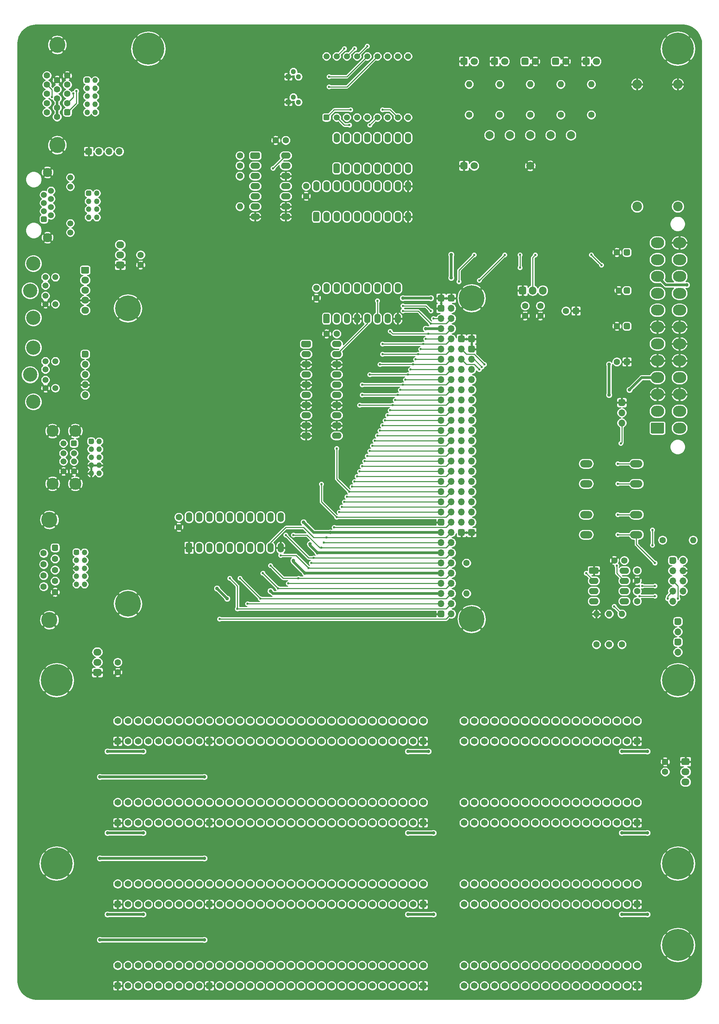
<source format=gbr>
%TF.GenerationSoftware,KiCad,Pcbnew,(5.1.10)-1*%
%TF.CreationDate,2021-09-19T19:24:04-07:00*%
%TF.ProjectId,matx-pc104,6d617478-2d70-4633-9130-342e6b696361,rev?*%
%TF.SameCoordinates,PX18392c0PYda028c0*%
%TF.FileFunction,Copper,L2,Bot*%
%TF.FilePolarity,Positive*%
%FSLAX46Y46*%
G04 Gerber Fmt 4.6, Leading zero omitted, Abs format (unit mm)*
G04 Created by KiCad (PCBNEW (5.1.10)-1) date 2021-09-19 19:24:04*
%MOMM*%
%LPD*%
G01*
G04 APERTURE LIST*
%TA.AperFunction,ComponentPad*%
%ADD10O,2.400000X2.400000*%
%TD*%
%TA.AperFunction,ComponentPad*%
%ADD11C,2.400000*%
%TD*%
%TA.AperFunction,ComponentPad*%
%ADD12C,1.600000*%
%TD*%
%TA.AperFunction,ComponentPad*%
%ADD13O,1.700000X1.700000*%
%TD*%
%TA.AperFunction,ComponentPad*%
%ADD14C,4.000000*%
%TD*%
%TA.AperFunction,ComponentPad*%
%ADD15C,1.509000*%
%TD*%
%TA.AperFunction,ComponentPad*%
%ADD16C,3.555000*%
%TD*%
%TA.AperFunction,ComponentPad*%
%ADD17O,1.600000X1.600000*%
%TD*%
%TA.AperFunction,ComponentPad*%
%ADD18C,1.800000*%
%TD*%
%TA.AperFunction,ComponentPad*%
%ADD19O,1.350000X1.350000*%
%TD*%
%TA.AperFunction,ComponentPad*%
%ADD20O,1.950000X1.700000*%
%TD*%
%TA.AperFunction,ComponentPad*%
%ADD21C,2.000000*%
%TD*%
%TA.AperFunction,ComponentPad*%
%ADD22O,2.400000X1.600000*%
%TD*%
%TA.AperFunction,ComponentPad*%
%ADD23C,3.000000*%
%TD*%
%TA.AperFunction,ComponentPad*%
%ADD24C,1.500000*%
%TD*%
%TA.AperFunction,ComponentPad*%
%ADD25C,2.300000*%
%TD*%
%TA.AperFunction,ComponentPad*%
%ADD26O,1.600000X2.400000*%
%TD*%
%TA.AperFunction,ComponentPad*%
%ADD27C,1.300000*%
%TD*%
%TA.AperFunction,ComponentPad*%
%ADD28O,2.030000X1.730000*%
%TD*%
%TA.AperFunction,ComponentPad*%
%ADD29O,3.048000X1.850000*%
%TD*%
%TA.AperFunction,ComponentPad*%
%ADD30O,1.905000X2.000000*%
%TD*%
%TA.AperFunction,ComponentPad*%
%ADD31C,6.400000*%
%TD*%
%TA.AperFunction,ComponentPad*%
%ADD32C,1.651000*%
%TD*%
%TA.AperFunction,ComponentPad*%
%ADD33O,3.300000X2.700000*%
%TD*%
%TA.AperFunction,ComponentPad*%
%ADD34C,7.924800*%
%TD*%
%TA.AperFunction,ViaPad*%
%ADD35C,0.900000*%
%TD*%
%TA.AperFunction,ViaPad*%
%ADD36C,0.600000*%
%TD*%
%TA.AperFunction,Conductor*%
%ADD37C,0.635000*%
%TD*%
%TA.AperFunction,Conductor*%
%ADD38C,0.254000*%
%TD*%
%TA.AperFunction,Conductor*%
%ADD39C,0.100000*%
%TD*%
G04 APERTURE END LIST*
D10*
%TO.P,R13,2*%
%TO.N,GND*%
X154940000Y194310000D03*
D11*
%TO.P,R13,1*%
%TO.N,+5V*%
X154940000Y163830000D03*
%TD*%
D10*
%TO.P,R12,2*%
%TO.N,GND*%
X144780000Y194310000D03*
D11*
%TO.P,R12,1*%
%TO.N,+12V*%
X144780000Y163830000D03*
%TD*%
D12*
%TO.P,C14,2*%
%TO.N,+5V*%
X62230000Y168910000D03*
%TO.P,C14,1*%
%TO.N,GND*%
X62230000Y166410000D03*
%TD*%
D13*
%TO.P,J10,2*%
%TO.N,/RST_B*%
X154940000Y52705000D03*
%TO.P,J10,1*%
%TO.N,/RST_A*%
%TA.AperFunction,ComponentPad*%
G36*
G01*
X154090000Y54820000D02*
X154090000Y55670000D01*
G75*
G02*
X154515000Y56095000I425000J0D01*
G01*
X155365000Y56095000D01*
G75*
G02*
X155790000Y55670000I0J-425000D01*
G01*
X155790000Y54820000D01*
G75*
G02*
X155365000Y54395000I-425000J0D01*
G01*
X154515000Y54395000D01*
G75*
G02*
X154090000Y54820000I0J425000D01*
G01*
G37*
%TD.AperFunction*%
%TD*%
%TO.P,J14,1*%
%TO.N,/V_R*%
%TA.AperFunction,ComponentPad*%
G36*
G01*
X2267000Y188125000D02*
X3067000Y188125000D01*
G75*
G02*
X3467000Y187725000I0J-400000D01*
G01*
X3467000Y186925000D01*
G75*
G02*
X3067000Y186525000I-400000J0D01*
G01*
X2267000Y186525000D01*
G75*
G02*
X1867000Y186925000I0J400000D01*
G01*
X1867000Y187725000D01*
G75*
G02*
X2267000Y188125000I400000J0D01*
G01*
G37*
%TD.AperFunction*%
D12*
%TO.P,J14,2*%
%TO.N,/V_G*%
X2667000Y189615000D03*
%TO.P,J14,3*%
%TO.N,/V_B*%
X2667000Y191905000D03*
%TO.P,J14,4*%
%TO.N,Net-(J14-Pad4)*%
X2667000Y194195000D03*
%TO.P,J14,5*%
%TO.N,GND*%
X2667000Y196485000D03*
%TO.P,J14,6*%
%TO.N,/V_GND*%
X127000Y186180000D03*
%TO.P,J14,7*%
X127000Y188470000D03*
%TO.P,J14,8*%
X127000Y190760000D03*
%TO.P,J14,9*%
%TO.N,/V_PWR*%
X127000Y193050000D03*
%TO.P,J14,10*%
%TO.N,GND*%
X127000Y195340000D03*
%TO.P,J14,11*%
%TO.N,Net-(J14-Pad11)*%
X-2413000Y187325000D03*
%TO.P,J14,12*%
%TO.N,/V_SDA*%
X-2413000Y189615000D03*
%TO.P,J14,13*%
%TO.N,/V_HS*%
X-2413000Y191905000D03*
%TO.P,J14,14*%
%TO.N,/V_VS*%
X-2413000Y194195000D03*
%TO.P,J14,15*%
%TO.N,/V_SCL*%
X-2413000Y196485000D03*
D14*
%TO.P,J14,0*%
%TO.N,GND*%
X167000Y204140000D03*
X167000Y179140000D03*
%TD*%
D15*
%TO.P,J19,2*%
%TO.N,Net-(J19-Pad2)*%
X-2794000Y144145000D03*
%TO.P,J19,1*%
%TO.N,/K_DAT*%
X-2794000Y141545000D03*
%TO.P,J19,4*%
%TO.N,/K_5V*%
X-2794000Y146195000D03*
%TO.P,J19,3*%
%TO.N,GND*%
X-2794000Y139495000D03*
%TO.P,J19,6*%
%TO.N,Net-(J19-Pad6)*%
X-304000Y146195000D03*
%TO.P,J19,5*%
%TO.N,/K_CLK*%
X-304000Y139495000D03*
D16*
%TO.P,J19,0*%
%TO.N,N/C*%
X-6604000Y142845000D03*
X-5794000Y136085000D03*
X-5794000Y149605000D03*
%TD*%
D15*
%TO.P,J21,2*%
%TO.N,Net-(J21-Pad2)*%
X-2794000Y123190000D03*
%TO.P,J21,1*%
%TO.N,/M_DAT*%
X-2794000Y120590000D03*
%TO.P,J21,4*%
%TO.N,/M_5V*%
X-2794000Y125240000D03*
%TO.P,J21,3*%
%TO.N,GND*%
X-2794000Y118540000D03*
%TO.P,J21,6*%
%TO.N,Net-(J21-Pad6)*%
X-304000Y125240000D03*
%TO.P,J21,5*%
%TO.N,/M_CLK*%
X-304000Y118540000D03*
D16*
%TO.P,J21,0*%
%TO.N,N/C*%
X-6604000Y121890000D03*
X-5794000Y115130000D03*
X-5794000Y128650000D03*
%TD*%
D12*
%TO.P,R11,1*%
%TO.N,/L_R*%
X102235000Y74930000D03*
D17*
%TO.P,R11,2*%
%TO.N,/RESET*%
X102235000Y67310000D03*
%TD*%
%TO.P,D6,1*%
%TO.N,GND*%
%TA.AperFunction,ComponentPad*%
G36*
G01*
X100700000Y173540000D02*
X100700000Y174440000D01*
G75*
G02*
X101150000Y174890000I450000J0D01*
G01*
X102050000Y174890000D01*
G75*
G02*
X102500000Y174440000I0J-450000D01*
G01*
X102500000Y173540000D01*
G75*
G02*
X102050000Y173090000I-450000J0D01*
G01*
X101150000Y173090000D01*
G75*
G02*
X100700000Y173540000I0J450000D01*
G01*
G37*
%TD.AperFunction*%
D18*
%TO.P,D6,2*%
%TO.N,/L_R*%
X104140000Y173990000D03*
%TD*%
%TO.P,J16,1*%
%TO.N,GND*%
%TA.AperFunction,ComponentPad*%
G36*
G01*
X8426000Y176696000D02*
X7576000Y176696000D01*
G75*
G02*
X7151000Y177121000I0J425000D01*
G01*
X7151000Y177971000D01*
G75*
G02*
X7576000Y178396000I425000J0D01*
G01*
X8426000Y178396000D01*
G75*
G02*
X8851000Y177971000I0J-425000D01*
G01*
X8851000Y177121000D01*
G75*
G02*
X8426000Y176696000I-425000J0D01*
G01*
G37*
%TD.AperFunction*%
D13*
%TO.P,J16,2*%
%TO.N,/V_PWR*%
X10541000Y177546000D03*
%TO.P,J16,3*%
%TO.N,/V_SDA*%
X13081000Y177546000D03*
%TO.P,J16,4*%
%TO.N,/V_SCL*%
X15621000Y177546000D03*
%TD*%
%TO.P,J26,1*%
%TO.N,/S_DCD*%
%TA.AperFunction,ComponentPad*%
G36*
G01*
X4278000Y77259500D02*
X4278000Y77934500D01*
G75*
G02*
X4615500Y78272000I337500J0D01*
G01*
X5290500Y78272000D01*
G75*
G02*
X5628000Y77934500I0J-337500D01*
G01*
X5628000Y77259500D01*
G75*
G02*
X5290500Y76922000I-337500J0D01*
G01*
X4615500Y76922000D01*
G75*
G02*
X4278000Y77259500I0J337500D01*
G01*
G37*
%TD.AperFunction*%
D19*
%TO.P,J26,2*%
%TO.N,/S_RX*%
X6953000Y77597000D03*
%TO.P,J26,3*%
%TO.N,/S_TX*%
X4953000Y75597000D03*
%TO.P,J26,4*%
%TO.N,/S_DTR*%
X6953000Y75597000D03*
%TO.P,J26,5*%
%TO.N,GND*%
X4953000Y73597000D03*
%TO.P,J26,6*%
%TO.N,/S_DSR*%
X6953000Y73597000D03*
%TO.P,J26,7*%
%TO.N,/S_RTS*%
X4953000Y71597000D03*
%TO.P,J26,8*%
%TO.N,/S_CTS*%
X6953000Y71597000D03*
%TO.P,J26,9*%
%TO.N,/S_RI*%
X4953000Y69597000D03*
%TO.P,J26,10*%
%TO.N,Net-(J26-Pad10)*%
X6953000Y69597000D03*
%TD*%
%TO.P,J24,10*%
%TO.N,Net-(J24-Pad10)*%
X10636000Y97283000D03*
%TO.P,J24,9*%
%TO.N,GND*%
X8636000Y97283000D03*
%TO.P,J24,8*%
X10636000Y99283000D03*
%TO.P,J24,7*%
X8636000Y99283000D03*
%TO.P,J24,6*%
%TO.N,/U2_D+*%
X10636000Y101283000D03*
%TO.P,J24,5*%
%TO.N,/U1_D+*%
X8636000Y101283000D03*
%TO.P,J24,4*%
%TO.N,/U2_D-*%
X10636000Y103283000D03*
%TO.P,J24,3*%
%TO.N,/U1_D-*%
X8636000Y103283000D03*
%TO.P,J24,2*%
%TO.N,/U2_5V*%
X10636000Y105283000D03*
%TO.P,J24,1*%
%TO.N,/U1_5V*%
%TA.AperFunction,ComponentPad*%
G36*
G01*
X7961000Y104945500D02*
X7961000Y105620500D01*
G75*
G02*
X8298500Y105958000I337500J0D01*
G01*
X8973500Y105958000D01*
G75*
G02*
X9311000Y105620500I0J-337500D01*
G01*
X9311000Y104945500D01*
G75*
G02*
X8973500Y104608000I-337500J0D01*
G01*
X8298500Y104608000D01*
G75*
G02*
X7961000Y104945500I0J337500D01*
G01*
G37*
%TD.AperFunction*%
%TD*%
%TO.P,J22,1*%
%TO.N,/M_CLK*%
%TA.AperFunction,ComponentPad*%
G36*
G01*
X6262000Y126575000D02*
X6262000Y127425000D01*
G75*
G02*
X6687000Y127850000I425000J0D01*
G01*
X7537000Y127850000D01*
G75*
G02*
X7962000Y127425000I0J-425000D01*
G01*
X7962000Y126575000D01*
G75*
G02*
X7537000Y126150000I-425000J0D01*
G01*
X6687000Y126150000D01*
G75*
G02*
X6262000Y126575000I0J425000D01*
G01*
G37*
%TD.AperFunction*%
D13*
%TO.P,J22,2*%
%TO.N,/M_DAT*%
X7112000Y124460000D03*
%TO.P,J22,3*%
%TO.N,Net-(J22-Pad3)*%
X7112000Y121920000D03*
%TO.P,J22,4*%
%TO.N,GND*%
X7112000Y119380000D03*
%TO.P,J22,5*%
%TO.N,/M_5V*%
X7112000Y116840000D03*
%TD*%
%TO.P,J20,1*%
%TO.N,/K_CLK*%
%TA.AperFunction,ComponentPad*%
G36*
G01*
X6387000Y148805000D02*
X7837000Y148805000D01*
G75*
G02*
X8087000Y148555000I0J-250000D01*
G01*
X8087000Y147355000D01*
G75*
G02*
X7837000Y147105000I-250000J0D01*
G01*
X6387000Y147105000D01*
G75*
G02*
X6137000Y147355000I0J250000D01*
G01*
X6137000Y148555000D01*
G75*
G02*
X6387000Y148805000I250000J0D01*
G01*
G37*
%TD.AperFunction*%
D20*
%TO.P,J20,2*%
%TO.N,/K_DAT*%
X7112000Y145455000D03*
%TO.P,J20,3*%
%TO.N,Net-(J20-Pad3)*%
X7112000Y142955000D03*
%TO.P,J20,4*%
%TO.N,GND*%
X7112000Y140455000D03*
%TO.P,J20,5*%
%TO.N,/K_5V*%
X7112000Y137955000D03*
%TD*%
%TO.P,J18,1*%
%TO.N,/E_TX+*%
%TA.AperFunction,ComponentPad*%
G36*
G01*
X7326000Y166794500D02*
X7326000Y167469500D01*
G75*
G02*
X7663500Y167807000I337500J0D01*
G01*
X8338500Y167807000D01*
G75*
G02*
X8676000Y167469500I0J-337500D01*
G01*
X8676000Y166794500D01*
G75*
G02*
X8338500Y166457000I-337500J0D01*
G01*
X7663500Y166457000D01*
G75*
G02*
X7326000Y166794500I0J337500D01*
G01*
G37*
%TD.AperFunction*%
D19*
%TO.P,J18,2*%
%TO.N,/E_TX-*%
X10001000Y167132000D03*
%TO.P,J18,3*%
%TO.N,/E_RX+*%
X8001000Y165132000D03*
%TO.P,J18,4*%
%TO.N,/E_L1-*%
X10001000Y165132000D03*
%TO.P,J18,5*%
%TO.N,/E_L1+*%
X8001000Y163132000D03*
%TO.P,J18,6*%
%TO.N,/E_RX-*%
X10001000Y163132000D03*
%TO.P,J18,7*%
%TO.N,/E_L2+*%
X8001000Y161132000D03*
%TO.P,J18,8*%
%TO.N,/E_L2-*%
X10001000Y161132000D03*
%TD*%
%TO.P,J15,1*%
%TO.N,/V_R*%
%TA.AperFunction,ComponentPad*%
G36*
G01*
X6945000Y194988500D02*
X6945000Y195663500D01*
G75*
G02*
X7282500Y196001000I337500J0D01*
G01*
X7957500Y196001000D01*
G75*
G02*
X8295000Y195663500I0J-337500D01*
G01*
X8295000Y194988500D01*
G75*
G02*
X7957500Y194651000I-337500J0D01*
G01*
X7282500Y194651000D01*
G75*
G02*
X6945000Y194988500I0J337500D01*
G01*
G37*
%TD.AperFunction*%
%TO.P,J15,2*%
%TO.N,/V_GND*%
X9620000Y195326000D03*
%TO.P,J15,3*%
%TO.N,/V_G*%
X7620000Y193326000D03*
%TO.P,J15,4*%
%TO.N,/V_GND*%
X9620000Y193326000D03*
%TO.P,J15,5*%
%TO.N,/V_B*%
X7620000Y191326000D03*
%TO.P,J15,6*%
%TO.N,/V_GND*%
X9620000Y191326000D03*
%TO.P,J15,7*%
%TO.N,/V_HS*%
X7620000Y189326000D03*
%TO.P,J15,8*%
%TO.N,/V_GND*%
X9620000Y189326000D03*
%TO.P,J15,9*%
%TO.N,/V_VS*%
X7620000Y187326000D03*
%TO.P,J15,10*%
%TO.N,/V_GND*%
X9620000Y187326000D03*
%TD*%
%TO.P,J25,1*%
%TO.N,/S_DCD*%
%TA.AperFunction,ComponentPad*%
G36*
G01*
X-781000Y79540000D02*
X19000Y79540000D01*
G75*
G02*
X419000Y79140000I0J-400000D01*
G01*
X419000Y78340000D01*
G75*
G02*
X19000Y77940000I-400000J0D01*
G01*
X-781000Y77940000D01*
G75*
G02*
X-1181000Y78340000I0J400000D01*
G01*
X-1181000Y79140000D01*
G75*
G02*
X-781000Y79540000I400000J0D01*
G01*
G37*
%TD.AperFunction*%
D12*
%TO.P,J25,2*%
%TO.N,/S_RX*%
X-381000Y75970000D03*
%TO.P,J25,3*%
%TO.N,/S_TX*%
X-381000Y73200000D03*
%TO.P,J25,4*%
%TO.N,/S_DTR*%
X-381000Y70430000D03*
%TO.P,J25,5*%
%TO.N,GND*%
X-381000Y67660000D03*
%TO.P,J25,6*%
%TO.N,/S_DSR*%
X-3221000Y77355000D03*
%TO.P,J25,7*%
%TO.N,/S_RTS*%
X-3221000Y74585000D03*
%TO.P,J25,8*%
%TO.N,/S_CTS*%
X-3221000Y71815000D03*
%TO.P,J25,9*%
%TO.N,/S_RI*%
X-3221000Y69045000D03*
D14*
%TO.P,J25,0*%
%TO.N,GND*%
X-1801000Y85700000D03*
X-1801000Y60700000D03*
%TD*%
D21*
%TO.P,TP5,1*%
%TO.N,+5VSB*%
X128270000Y181610000D03*
%TD*%
%TO.P,TP4,1*%
%TO.N,-12V*%
X123190000Y181610000D03*
%TD*%
%TO.P,TP3,1*%
%TO.N,-5V*%
X118110000Y181610000D03*
%TD*%
%TO.P,TP2,1*%
%TO.N,+5V*%
X113030000Y181610000D03*
%TD*%
%TO.P,TP1,1*%
%TO.N,+12V*%
X107950000Y181610000D03*
%TD*%
%TO.P,TP6,1*%
%TO.N,GND*%
X118110000Y173990000D03*
%TD*%
D22*
%TO.P,U7,14*%
%TO.N,+5V*%
X57150000Y176530000D03*
%TO.P,U7,7*%
%TO.N,GND*%
X49530000Y161290000D03*
%TO.P,U7,13*%
%TO.N,Net-(U7-Pad13)*%
X57150000Y173990000D03*
%TO.P,U7,6*%
%TO.N,+5V*%
X49530000Y163830000D03*
%TO.P,U7,12*%
%TO.N,GND*%
X57150000Y171450000D03*
%TO.P,U7,5*%
%TO.N,+5V*%
X49530000Y166370000D03*
%TO.P,U7,11*%
%TO.N,/~LCLK*%
X57150000Y168910000D03*
%TO.P,U7,4*%
%TO.N,+5V*%
X49530000Y168910000D03*
%TO.P,U7,10*%
%TO.N,/LCLK*%
X57150000Y166370000D03*
%TO.P,U7,3*%
%TO.N,/O_RC*%
X49530000Y171450000D03*
%TO.P,U7,9*%
%TO.N,GND*%
X57150000Y163830000D03*
%TO.P,U7,2*%
%TO.N,/O_R*%
X49530000Y173990000D03*
%TO.P,U7,8*%
%TO.N,GND*%
X57150000Y161290000D03*
%TO.P,U7,1*%
%TO.N,/O_C*%
%TA.AperFunction,ComponentPad*%
G36*
G01*
X48330000Y176130000D02*
X48330000Y176930000D01*
G75*
G02*
X48730000Y177330000I400000J0D01*
G01*
X50330000Y177330000D01*
G75*
G02*
X50730000Y176930000I0J-400000D01*
G01*
X50730000Y176130000D01*
G75*
G02*
X50330000Y175730000I-400000J0D01*
G01*
X48730000Y175730000D01*
G75*
G02*
X48330000Y176130000I0J400000D01*
G01*
G37*
%TD.AperFunction*%
%TD*%
D12*
%TO.P,R10,1*%
%TO.N,/O_RC*%
X45720000Y171450000D03*
D17*
%TO.P,R10,2*%
%TO.N,/O_R*%
X45720000Y163830000D03*
%TD*%
D12*
%TO.P,C16,2*%
%TO.N,+5V*%
X57150000Y180340000D03*
%TO.P,C16,1*%
%TO.N,GND*%
X54650000Y180340000D03*
%TD*%
%TO.P,C15,2*%
%TO.N,/O_C*%
X45720000Y176530000D03*
%TO.P,C15,1*%
%TO.N,/O_RC*%
X45720000Y174030000D03*
%TD*%
%TO.P,J8,1*%
%TO.N,/HDD_A*%
%TA.AperFunction,ComponentPad*%
G36*
G01*
X152820000Y75140000D02*
X152820000Y75990000D01*
G75*
G02*
X153245000Y76415000I425000J0D01*
G01*
X154095000Y76415000D01*
G75*
G02*
X154520000Y75990000I0J-425000D01*
G01*
X154520000Y75140000D01*
G75*
G02*
X154095000Y74715000I-425000J0D01*
G01*
X153245000Y74715000D01*
G75*
G02*
X152820000Y75140000I0J425000D01*
G01*
G37*
%TD.AperFunction*%
D13*
%TO.P,J8,2*%
%TO.N,/PWR_LED*%
X156210000Y75565000D03*
%TO.P,J8,3*%
%TO.N,/HDD_B*%
X153670000Y73025000D03*
%TO.P,J8,4*%
%TO.N,GND*%
X156210000Y73025000D03*
%TO.P,J8,5*%
%TO.N,/RST_A*%
X153670000Y70485000D03*
%TO.P,J8,6*%
%TO.N,/PWR_A*%
X156210000Y70485000D03*
%TO.P,J8,7*%
%TO.N,/RST_B*%
X153670000Y67945000D03*
%TO.P,J8,8*%
%TO.N,/PWR_B*%
X156210000Y67945000D03*
%TO.P,J8,9*%
%TO.N,Net-(J8-Pad9)*%
X153670000Y65405000D03*
%TD*%
%TO.P,U4,1*%
%TO.N,/A3*%
%TA.AperFunction,ComponentPad*%
G36*
G01*
X61030000Y129140000D02*
X61030000Y129940000D01*
G75*
G02*
X61430000Y130340000I400000J0D01*
G01*
X63030000Y130340000D01*
G75*
G02*
X63430000Y129940000I0J-400000D01*
G01*
X63430000Y129140000D01*
G75*
G02*
X63030000Y128740000I-400000J0D01*
G01*
X61430000Y128740000D01*
G75*
G02*
X61030000Y129140000I0J400000D01*
G01*
G37*
%TD.AperFunction*%
D22*
%TO.P,U4,11*%
%TO.N,/~IOW*%
X69850000Y106680000D03*
%TO.P,U4,2*%
%TO.N,/A4*%
X62230000Y127000000D03*
%TO.P,U4,12*%
%TO.N,GND*%
X69850000Y109220000D03*
%TO.P,U4,3*%
X62230000Y124460000D03*
%TO.P,U4,13*%
%TO.N,/A9*%
X69850000Y111760000D03*
%TO.P,U4,4*%
%TO.N,/A6*%
X62230000Y121920000D03*
%TO.P,U4,14*%
%TO.N,GND*%
X69850000Y114300000D03*
%TO.P,U4,5*%
X62230000Y119380000D03*
%TO.P,U4,15*%
%TO.N,/A7*%
X69850000Y116840000D03*
%TO.P,U4,6*%
%TO.N,/A8*%
X62230000Y116840000D03*
%TO.P,U4,16*%
%TO.N,+5V*%
X69850000Y119380000D03*
%TO.P,U4,7*%
%TO.N,GND*%
X62230000Y114300000D03*
%TO.P,U4,17*%
%TO.N,/A5*%
X69850000Y121920000D03*
%TO.P,U4,8*%
%TO.N,/AEN*%
X62230000Y111760000D03*
%TO.P,U4,18*%
%TO.N,GND*%
X69850000Y124460000D03*
%TO.P,U4,9*%
X62230000Y109220000D03*
%TO.P,U4,19*%
%TO.N,/~IOW8x*%
X69850000Y127000000D03*
%TO.P,U4,10*%
%TO.N,GND*%
X62230000Y106680000D03*
%TO.P,U4,20*%
%TO.N,+5V*%
X69850000Y129540000D03*
%TD*%
%TO.P,JP1,1*%
%TO.N,GND*%
%TA.AperFunction,ComponentPad*%
G36*
G01*
X140120000Y114510000D02*
X140120000Y115360000D01*
G75*
G02*
X140545000Y115785000I425000J0D01*
G01*
X141395000Y115785000D01*
G75*
G02*
X141820000Y115360000I0J-425000D01*
G01*
X141820000Y114510000D01*
G75*
G02*
X141395000Y114085000I-425000J0D01*
G01*
X140545000Y114085000D01*
G75*
G02*
X140120000Y114510000I0J425000D01*
G01*
G37*
%TD.AperFunction*%
D13*
%TO.P,JP1,2*%
%TO.N,/~PS_ON*%
X140970000Y112395000D03*
%TO.P,JP1,3*%
%TO.N,/~PWR_CTRL*%
X140970000Y109855000D03*
%TD*%
D23*
%TO.P,J23,9*%
%TO.N,GND*%
X4668000Y94705000D03*
X4668000Y107845000D03*
%TO.P,J23,1*%
%TO.N,/U1_5V*%
%TA.AperFunction,ComponentPad*%
G36*
G01*
X3943000Y105525000D02*
X4693000Y105525000D01*
G75*
G02*
X5068000Y105150000I0J-375000D01*
G01*
X5068000Y104400000D01*
G75*
G02*
X4693000Y104025000I-375000J0D01*
G01*
X3943000Y104025000D01*
G75*
G02*
X3568000Y104400000I0J375000D01*
G01*
X3568000Y105150000D01*
G75*
G02*
X3943000Y105525000I375000J0D01*
G01*
G37*
%TD.AperFunction*%
D24*
%TO.P,J23,2*%
%TO.N,/U1_D-*%
X4318000Y102275000D03*
%TO.P,J23,3*%
%TO.N,/U1_D+*%
X4318000Y100275000D03*
%TO.P,J23,4*%
%TO.N,GND*%
X4318000Y97775000D03*
D23*
%TO.P,J23,9*%
X-1012000Y107845000D03*
X-1012000Y94705000D03*
D24*
%TO.P,J23,5*%
%TO.N,/U2_5V*%
X1698000Y104775000D03*
%TO.P,J23,6*%
%TO.N,/U2_D-*%
X1698000Y102275000D03*
%TO.P,J23,7*%
%TO.N,/U2_D+*%
X1698000Y100275000D03*
%TO.P,J23,8*%
%TO.N,GND*%
X1698000Y97775000D03*
%TD*%
%TO.P,J17,12*%
%TO.N,/E_L2+*%
X3425000Y171075000D03*
%TO.P,J17,11*%
%TO.N,/E_L2-*%
X3425000Y168785000D03*
%TO.P,J17,10*%
%TO.N,/E_L1+*%
X3425000Y159645000D03*
%TO.P,J17,9*%
%TO.N,/E_L1-*%
X3425000Y157355000D03*
D25*
%TO.P,J17,SH*%
%TO.N,GND*%
X-2285000Y156085000D03*
X-2285000Y172345000D03*
D24*
%TO.P,J17,8*%
%TO.N,Net-(J17-Pad8)*%
X-1395000Y167767000D03*
%TO.P,J17,6*%
%TO.N,/E_RX-*%
X-1395000Y165735000D03*
%TO.P,J17,4*%
%TO.N,Net-(J17-Pad4)*%
X-1395000Y163703000D03*
%TO.P,J17,2*%
%TO.N,/E_TX-*%
X-1395000Y161671000D03*
%TO.P,J17,7*%
%TO.N,Net-(J17-Pad7)*%
X-3175000Y166751000D03*
%TO.P,J17,5*%
%TO.N,Net-(J17-Pad5)*%
X-3175000Y164719000D03*
%TO.P,J17,3*%
%TO.N,/E_RX+*%
X-3175000Y162687000D03*
%TO.P,J17,1*%
%TO.N,/E_TX+*%
%TA.AperFunction,ComponentPad*%
G36*
G01*
X-2800000Y159905000D02*
X-3550000Y159905000D01*
G75*
G02*
X-3925000Y160280000I0J375000D01*
G01*
X-3925000Y161030000D01*
G75*
G02*
X-3550000Y161405000I375000J0D01*
G01*
X-2800000Y161405000D01*
G75*
G02*
X-2425000Y161030000I0J-375000D01*
G01*
X-2425000Y160280000D01*
G75*
G02*
X-2800000Y159905000I-375000J0D01*
G01*
G37*
%TD.AperFunction*%
%TD*%
D26*
%TO.P,RN1,16*%
%TO.N,/DIG_A'*%
X69850000Y180975000D03*
%TO.P,RN1,8*%
%TO.N,Net-(RN1-Pad8)*%
X87630000Y173355000D03*
%TO.P,RN1,15*%
%TO.N,/DIG_B'*%
X72390000Y180975000D03*
%TO.P,RN1,7*%
%TO.N,/DIG_G*%
X85090000Y173355000D03*
%TO.P,RN1,14*%
%TO.N,/DIG_C'*%
X74930000Y180975000D03*
%TO.P,RN1,6*%
%TO.N,/DIG_F*%
X82550000Y173355000D03*
%TO.P,RN1,13*%
%TO.N,/DIG_D'*%
X77470000Y180975000D03*
%TO.P,RN1,5*%
%TO.N,/DIG_E*%
X80010000Y173355000D03*
%TO.P,RN1,12*%
%TO.N,/DIG_E'*%
X80010000Y180975000D03*
%TO.P,RN1,4*%
%TO.N,/DIG_D*%
X77470000Y173355000D03*
%TO.P,RN1,11*%
%TO.N,/DIG_F'*%
X82550000Y180975000D03*
%TO.P,RN1,3*%
%TO.N,/DIG_C*%
X74930000Y173355000D03*
%TO.P,RN1,10*%
%TO.N,/DIG_G'*%
X85090000Y180975000D03*
%TO.P,RN1,2*%
%TO.N,/DIG_B*%
X72390000Y173355000D03*
%TO.P,RN1,9*%
%TO.N,Net-(RN1-Pad9)*%
X87630000Y180975000D03*
%TO.P,RN1,1*%
%TO.N,/DIG_A*%
%TA.AperFunction,ComponentPad*%
G36*
G01*
X70250000Y172155000D02*
X69450000Y172155000D01*
G75*
G02*
X69050000Y172555000I0J400000D01*
G01*
X69050000Y174155000D01*
G75*
G02*
X69450000Y174555000I400000J0D01*
G01*
X70250000Y174555000D01*
G75*
G02*
X70650000Y174155000I0J-400000D01*
G01*
X70650000Y172555000D01*
G75*
G02*
X70250000Y172155000I-400000J0D01*
G01*
G37*
%TD.AperFunction*%
%TD*%
%TO.P,Q2,1*%
%TO.N,GND*%
%TA.AperFunction,ComponentPad*%
G36*
G01*
X57135000Y189540000D02*
X57135000Y190190000D01*
G75*
G02*
X57460000Y190515000I325000J0D01*
G01*
X58110000Y190515000D01*
G75*
G02*
X58435000Y190190000I0J-325000D01*
G01*
X58435000Y189540000D01*
G75*
G02*
X58110000Y189215000I-325000J0D01*
G01*
X57460000Y189215000D01*
G75*
G02*
X57135000Y189540000I0J325000D01*
G01*
G37*
%TD.AperFunction*%
D27*
%TO.P,Q2,3*%
%TO.N,/DIG2_CC*%
X60325000Y189865000D03*
%TO.P,Q2,2*%
%TO.N,/~LCLK*%
X59055000Y191135000D03*
%TD*%
%TO.P,Q1,1*%
%TO.N,GND*%
%TA.AperFunction,ComponentPad*%
G36*
G01*
X57135000Y195890000D02*
X57135000Y196540000D01*
G75*
G02*
X57460000Y196865000I325000J0D01*
G01*
X58110000Y196865000D01*
G75*
G02*
X58435000Y196540000I0J-325000D01*
G01*
X58435000Y195890000D01*
G75*
G02*
X58110000Y195565000I-325000J0D01*
G01*
X57460000Y195565000D01*
G75*
G02*
X57135000Y195890000I0J325000D01*
G01*
G37*
%TD.AperFunction*%
%TO.P,Q1,3*%
%TO.N,/DIC1_CC*%
X60325000Y196215000D03*
%TO.P,Q1,2*%
%TO.N,/LCLK*%
X59055000Y197485000D03*
%TD*%
D26*
%TO.P,U6,20*%
%TO.N,+5V*%
X64770000Y168910000D03*
%TO.P,U6,10*%
%TO.N,GND*%
X87630000Y161290000D03*
%TO.P,U6,19*%
%TO.N,Net-(U6-Pad19)*%
X67310000Y168910000D03*
%TO.P,U6,9*%
%TO.N,/PC0*%
X85090000Y161290000D03*
%TO.P,U6,18*%
%TO.N,/DIG_A*%
X69850000Y168910000D03*
%TO.P,U6,8*%
%TO.N,/PC1*%
X82550000Y161290000D03*
%TO.P,U6,17*%
%TO.N,/DIG_B*%
X72390000Y168910000D03*
%TO.P,U6,7*%
%TO.N,/PC2*%
X80010000Y161290000D03*
%TO.P,U6,16*%
%TO.N,/DIG_C*%
X74930000Y168910000D03*
%TO.P,U6,6*%
%TO.N,/PC3*%
X77470000Y161290000D03*
%TO.P,U6,15*%
%TO.N,/DIG_D*%
X77470000Y168910000D03*
%TO.P,U6,5*%
%TO.N,/PC4*%
X74930000Y161290000D03*
%TO.P,U6,14*%
%TO.N,/DIG_E*%
X80010000Y168910000D03*
%TO.P,U6,4*%
%TO.N,/PC5*%
X72390000Y161290000D03*
%TO.P,U6,13*%
%TO.N,/DIG_F*%
X82550000Y168910000D03*
%TO.P,U6,3*%
%TO.N,/PC6*%
X69850000Y161290000D03*
%TO.P,U6,12*%
%TO.N,/DIG_G*%
X85090000Y168910000D03*
%TO.P,U6,2*%
%TO.N,/PC7*%
X67310000Y161290000D03*
%TO.P,U6,11*%
%TO.N,GND*%
X87630000Y168910000D03*
%TO.P,U6,1*%
%TO.N,/LCLK*%
%TA.AperFunction,ComponentPad*%
G36*
G01*
X65170000Y160090000D02*
X64370000Y160090000D01*
G75*
G02*
X63970000Y160490000I0J400000D01*
G01*
X63970000Y162090000D01*
G75*
G02*
X64370000Y162490000I400000J0D01*
G01*
X65170000Y162490000D01*
G75*
G02*
X65570000Y162090000I0J-400000D01*
G01*
X65570000Y160490000D01*
G75*
G02*
X65170000Y160090000I-400000J0D01*
G01*
G37*
%TD.AperFunction*%
%TD*%
D12*
%TO.P,C22,2*%
%TO.N,GND*%
X151765000Y25360000D03*
%TO.P,C22,1*%
%TO.N,+12V*%
X151765000Y22860000D03*
%TD*%
%TO.P,C21,2*%
%TO.N,GND*%
X15240000Y47665000D03*
%TO.P,C21,1*%
%TO.N,+12V*%
X15240000Y50165000D03*
%TD*%
%TO.P,C20,2*%
%TO.N,GND*%
X20955000Y149265000D03*
%TO.P,C20,1*%
%TO.N,+12V*%
X20955000Y151765000D03*
%TD*%
%TO.P,C13,2*%
%TO.N,+5V*%
X30480000Y86360000D03*
%TO.P,C13,1*%
%TO.N,GND*%
X30480000Y83860000D03*
%TD*%
%TO.P,C12,1*%
%TO.N,GND*%
X67350000Y132080000D03*
%TO.P,C12,2*%
%TO.N,+5V*%
X69850000Y132080000D03*
%TD*%
%TO.P,C11,1*%
%TO.N,GND*%
X64770000Y141010000D03*
%TO.P,C11,2*%
%TO.N,+5V*%
X64770000Y143510000D03*
%TD*%
%TO.P,J12,1*%
%TO.N,GND*%
%TA.AperFunction,ComponentPad*%
G36*
G01*
X11175000Y48057500D02*
X11175000Y47192500D01*
G75*
G02*
X10742500Y46760000I-432500J0D01*
G01*
X9577500Y46760000D01*
G75*
G02*
X9145000Y47192500I0J432500D01*
G01*
X9145000Y48057500D01*
G75*
G02*
X9577500Y48490000I432500J0D01*
G01*
X10742500Y48490000D01*
G75*
G02*
X11175000Y48057500I0J-432500D01*
G01*
G37*
%TD.AperFunction*%
D28*
%TO.P,J12,2*%
%TO.N,+12V*%
X10160000Y50165000D03*
%TO.P,J12,3*%
%TO.N,Net-(J12-Pad3)*%
X10160000Y52705000D03*
%TD*%
D24*
%TO.P,U8,18*%
%TO.N,/DIG_F'*%
X67310000Y201295000D03*
%TO.P,U8,17*%
%TO.N,/DIG_G'*%
X69850000Y201295000D03*
%TO.P,U8,16*%
%TO.N,/DIG_A'*%
X72390000Y201295000D03*
%TO.P,U8,15*%
%TO.N,/DIG_B'*%
X74930000Y201295000D03*
%TO.P,U8,14*%
%TO.N,/DIC1_CC*%
X77470000Y201295000D03*
%TO.P,U8,13*%
%TO.N,/DIG2_CC*%
X80010000Y201295000D03*
%TO.P,U8,12*%
%TO.N,/DIG_F'*%
X82550000Y201295000D03*
%TO.P,U8,11*%
%TO.N,/DIG_A'*%
X85090000Y201295000D03*
%TO.P,U8,10*%
%TO.N,/DIG_B'*%
X87630000Y201295000D03*
%TO.P,U8,9*%
%TO.N,Net-(U8-Pad9)*%
X87630000Y186055000D03*
%TO.P,U8,8*%
%TO.N,/DIG_C'*%
X85090000Y186055000D03*
%TO.P,U8,7*%
%TO.N,/DIG_G'*%
X82550000Y186055000D03*
%TO.P,U8,6*%
%TO.N,/DIG_D'*%
X80010000Y186055000D03*
%TO.P,U8,5*%
%TO.N,/DIG_E'*%
X77470000Y186055000D03*
%TO.P,U8,4*%
%TO.N,Net-(U8-Pad4)*%
X74930000Y186055000D03*
%TO.P,U8,3*%
%TO.N,/DIG_C'*%
X72390000Y186055000D03*
%TO.P,U8,2*%
%TO.N,/DIG_D'*%
X69850000Y186055000D03*
%TO.P,U8,1*%
%TO.N,/DIG_E'*%
%TA.AperFunction,ComponentPad*%
G36*
G01*
X67685000Y185305000D02*
X66935000Y185305000D01*
G75*
G02*
X66560000Y185680000I0J375000D01*
G01*
X66560000Y186430000D01*
G75*
G02*
X66935000Y186805000I375000J0D01*
G01*
X67685000Y186805000D01*
G75*
G02*
X68060000Y186430000I0J-375000D01*
G01*
X68060000Y185680000D01*
G75*
G02*
X67685000Y185305000I-375000J0D01*
G01*
G37*
%TD.AperFunction*%
%TD*%
%TO.P,U2,1*%
%TO.N,GND*%
%TA.AperFunction,ComponentPad*%
G36*
G01*
X132785000Y72625000D02*
X132785000Y73425000D01*
G75*
G02*
X133185000Y73825000I400000J0D01*
G01*
X134785000Y73825000D01*
G75*
G02*
X135185000Y73425000I0J-400000D01*
G01*
X135185000Y72625000D01*
G75*
G02*
X134785000Y72225000I-400000J0D01*
G01*
X133185000Y72225000D01*
G75*
G02*
X132785000Y72625000I0J400000D01*
G01*
G37*
%TD.AperFunction*%
D22*
%TO.P,U2,5*%
%TO.N,/CV*%
X141605000Y65405000D03*
%TO.P,U2,2*%
%TO.N,/PWR_B*%
X133985000Y70485000D03*
%TO.P,U2,6*%
X141605000Y67945000D03*
%TO.P,U2,3*%
%TO.N,/FB*%
X133985000Y67945000D03*
%TO.P,U2,7*%
%TO.N,/~PWR_CTRL*%
X141605000Y70485000D03*
%TO.P,U2,4*%
%TO.N,+5VSB*%
X133985000Y65405000D03*
%TO.P,U2,8*%
X141605000Y73025000D03*
%TD*%
D29*
%TO.P,SW2,1*%
%TO.N,/RST_B*%
X144580000Y86995000D03*
%TO.P,SW2,2*%
%TO.N,/RST_A*%
X144580000Y81995000D03*
%TO.P,SW2,1*%
%TO.N,/RST_B*%
X132080000Y86995000D03*
%TO.P,SW2,2*%
%TO.N,/RST_A*%
X132080000Y81995000D03*
%TD*%
%TO.P,SW1,2*%
%TO.N,/PWR_B*%
X132080000Y94695000D03*
%TO.P,SW1,1*%
%TO.N,/PWR_A*%
X132080000Y99695000D03*
%TO.P,SW1,2*%
%TO.N,/PWR_B*%
X144580000Y94695000D03*
%TO.P,SW1,1*%
%TO.N,/PWR_A*%
X144580000Y99695000D03*
%TD*%
D17*
%TO.P,R9,2*%
%TO.N,/PWR_LED*%
X158750000Y80645000D03*
D12*
%TO.P,R9,1*%
%TO.N,+5V*%
X151130000Y80645000D03*
%TD*%
D17*
%TO.P,R3,2*%
%TO.N,/FB*%
X140970000Y62230000D03*
D12*
%TO.P,R3,1*%
%TO.N,/PWR_A*%
X140970000Y54610000D03*
%TD*%
D17*
%TO.P,R2,2*%
%TO.N,GND*%
X134620000Y62230000D03*
D12*
%TO.P,R2,1*%
%TO.N,/PWR_B*%
X134620000Y54610000D03*
%TD*%
D17*
%TO.P,R1,2*%
%TO.N,+5VSB*%
X137795000Y62230000D03*
D12*
%TO.P,R1,1*%
%TO.N,/PWR_B*%
X137795000Y54610000D03*
%TD*%
%TO.P,J9,1*%
%TO.N,/HDD_A*%
%TA.AperFunction,ComponentPad*%
G36*
G01*
X154090000Y59900000D02*
X154090000Y60750000D01*
G75*
G02*
X154515000Y61175000I425000J0D01*
G01*
X155365000Y61175000D01*
G75*
G02*
X155790000Y60750000I0J-425000D01*
G01*
X155790000Y59900000D01*
G75*
G02*
X155365000Y59475000I-425000J0D01*
G01*
X154515000Y59475000D01*
G75*
G02*
X154090000Y59900000I0J425000D01*
G01*
G37*
%TD.AperFunction*%
D13*
%TO.P,J9,2*%
%TO.N,/HDD_B*%
X154940000Y57785000D03*
%TD*%
D12*
%TO.P,C10,2*%
%TO.N,/CV*%
X144780000Y65405000D03*
%TO.P,C10,1*%
%TO.N,+5VSB*%
X144780000Y67905000D03*
%TD*%
%TO.P,C9,2*%
%TO.N,+5VSB*%
X141605000Y75565000D03*
%TO.P,C9,1*%
%TO.N,GND*%
X139105000Y75565000D03*
%TD*%
%TO.P,C8,2*%
%TO.N,GND*%
X144780000Y70525000D03*
%TO.P,C8,1*%
%TO.N,/PWR_A*%
X144780000Y73025000D03*
%TD*%
D26*
%TO.P,U5,20*%
%TO.N,+5V*%
X33020000Y86360000D03*
%TO.P,U5,10*%
%TO.N,GND*%
X55880000Y78740000D03*
%TO.P,U5,19*%
%TO.N,/PC7*%
X35560000Y86360000D03*
%TO.P,U5,9*%
%TO.N,/D0*%
X53340000Y78740000D03*
%TO.P,U5,18*%
%TO.N,/PC6*%
X38100000Y86360000D03*
%TO.P,U5,8*%
%TO.N,/D1*%
X50800000Y78740000D03*
%TO.P,U5,17*%
%TO.N,/PC5*%
X40640000Y86360000D03*
%TO.P,U5,7*%
%TO.N,/D2*%
X48260000Y78740000D03*
%TO.P,U5,16*%
%TO.N,/PC4*%
X43180000Y86360000D03*
%TO.P,U5,6*%
%TO.N,/D3*%
X45720000Y78740000D03*
%TO.P,U5,15*%
%TO.N,/PC3*%
X45720000Y86360000D03*
%TO.P,U5,5*%
%TO.N,/D4*%
X43180000Y78740000D03*
%TO.P,U5,14*%
%TO.N,/PC2*%
X48260000Y86360000D03*
%TO.P,U5,4*%
%TO.N,/D5*%
X40640000Y78740000D03*
%TO.P,U5,13*%
%TO.N,/PC1*%
X50800000Y86360000D03*
%TO.P,U5,3*%
%TO.N,/D6*%
X38100000Y78740000D03*
%TO.P,U5,12*%
%TO.N,/PC0*%
X53340000Y86360000D03*
%TO.P,U5,2*%
%TO.N,/D7*%
X35560000Y78740000D03*
%TO.P,U5,11*%
%TO.N,/~POST_CS*%
X55880000Y86360000D03*
%TO.P,U5,1*%
%TO.N,GND*%
%TA.AperFunction,ComponentPad*%
G36*
G01*
X33420000Y77540000D02*
X32620000Y77540000D01*
G75*
G02*
X32220000Y77940000I0J400000D01*
G01*
X32220000Y79540000D01*
G75*
G02*
X32620000Y79940000I400000J0D01*
G01*
X33420000Y79940000D01*
G75*
G02*
X33820000Y79540000I0J-400000D01*
G01*
X33820000Y77940000D01*
G75*
G02*
X33420000Y77540000I-400000J0D01*
G01*
G37*
%TD.AperFunction*%
%TD*%
%TO.P,U3,16*%
%TO.N,+5V*%
X67310000Y143510000D03*
%TO.P,U3,8*%
%TO.N,GND*%
X85090000Y135890000D03*
%TO.P,U3,15*%
%TO.N,/~POST_CS*%
X69850000Y143510000D03*
%TO.P,U3,7*%
%TO.N,Net-(U3-Pad7)*%
X82550000Y135890000D03*
%TO.P,U3,14*%
%TO.N,Net-(U3-Pad14)*%
X72390000Y143510000D03*
%TO.P,U3,6*%
%TO.N,+5V*%
X80010000Y135890000D03*
%TO.P,U3,13*%
%TO.N,Net-(U3-Pad13)*%
X74930000Y143510000D03*
%TO.P,U3,5*%
%TO.N,/~IOW8x*%
X77470000Y135890000D03*
%TO.P,U3,12*%
%TO.N,Net-(U3-Pad12)*%
X77470000Y143510000D03*
%TO.P,U3,4*%
%TO.N,GND*%
X74930000Y135890000D03*
%TO.P,U3,11*%
%TO.N,Net-(U3-Pad11)*%
X80010000Y143510000D03*
%TO.P,U3,3*%
%TO.N,/A2*%
X72390000Y135890000D03*
%TO.P,U3,10*%
%TO.N,Net-(U3-Pad10)*%
X82550000Y143510000D03*
%TO.P,U3,2*%
%TO.N,/A1*%
X69850000Y135890000D03*
%TO.P,U3,9*%
%TO.N,Net-(U3-Pad9)*%
X85090000Y143510000D03*
%TO.P,U3,1*%
%TO.N,/A0*%
%TA.AperFunction,ComponentPad*%
G36*
G01*
X67710000Y134690000D02*
X66910000Y134690000D01*
G75*
G02*
X66510000Y135090000I0J400000D01*
G01*
X66510000Y136690000D01*
G75*
G02*
X66910000Y137090000I400000J0D01*
G01*
X67710000Y137090000D01*
G75*
G02*
X68110000Y136690000I0J-400000D01*
G01*
X68110000Y135090000D01*
G75*
G02*
X67710000Y134690000I-400000J0D01*
G01*
G37*
%TD.AperFunction*%
%TD*%
D12*
%TO.P,R8,1*%
%TO.N,+5VSB*%
X133350000Y186690000D03*
D17*
%TO.P,R8,2*%
%TO.N,/L+5S*%
X133350000Y194310000D03*
%TD*%
D12*
%TO.P,R7,1*%
%TO.N,-12V*%
X125730000Y186690000D03*
D17*
%TO.P,R7,2*%
%TO.N,/L-12*%
X125730000Y194310000D03*
%TD*%
D12*
%TO.P,R6,1*%
%TO.N,-5V*%
X118110000Y186690000D03*
D17*
%TO.P,R6,2*%
%TO.N,/L-5*%
X118110000Y194310000D03*
%TD*%
D12*
%TO.P,R5,1*%
%TO.N,+5V*%
X110490000Y186690000D03*
D17*
%TO.P,R5,2*%
%TO.N,/L+5*%
X110490000Y194310000D03*
%TD*%
D12*
%TO.P,R4,1*%
%TO.N,+12V*%
X102870000Y186690000D03*
D17*
%TO.P,R4,2*%
%TO.N,/L+12*%
X102870000Y194310000D03*
%TD*%
%TO.P,J13,1*%
%TO.N,GND*%
%TA.AperFunction,ComponentPad*%
G36*
G01*
X155830000Y24967500D02*
X155830000Y25832500D01*
G75*
G02*
X156262500Y26265000I432500J0D01*
G01*
X157427500Y26265000D01*
G75*
G02*
X157860000Y25832500I0J-432500D01*
G01*
X157860000Y24967500D01*
G75*
G02*
X157427500Y24535000I-432500J0D01*
G01*
X156262500Y24535000D01*
G75*
G02*
X155830000Y24967500I0J432500D01*
G01*
G37*
%TD.AperFunction*%
D28*
%TO.P,J13,2*%
%TO.N,+12V*%
X156845000Y22860000D03*
%TO.P,J13,3*%
%TO.N,Net-(J13-Pad3)*%
X156845000Y20320000D03*
%TD*%
%TO.P,J11,1*%
%TO.N,GND*%
%TA.AperFunction,ComponentPad*%
G36*
G01*
X16890000Y149657500D02*
X16890000Y148792500D01*
G75*
G02*
X16457500Y148360000I-432500J0D01*
G01*
X15292500Y148360000D01*
G75*
G02*
X14860000Y148792500I0J432500D01*
G01*
X14860000Y149657500D01*
G75*
G02*
X15292500Y150090000I432500J0D01*
G01*
X16457500Y150090000D01*
G75*
G02*
X16890000Y149657500I0J-432500D01*
G01*
G37*
%TD.AperFunction*%
%TO.P,J11,2*%
%TO.N,+12V*%
X15875000Y151765000D03*
%TO.P,J11,3*%
%TO.N,Net-(J11-Pad3)*%
X15875000Y154305000D03*
%TD*%
%TO.P,D5,1*%
%TO.N,GND*%
%TA.AperFunction,ComponentPad*%
G36*
G01*
X131180000Y199575000D02*
X131180000Y200475000D01*
G75*
G02*
X131630000Y200925000I450000J0D01*
G01*
X132530000Y200925000D01*
G75*
G02*
X132980000Y200475000I0J-450000D01*
G01*
X132980000Y199575000D01*
G75*
G02*
X132530000Y199125000I-450000J0D01*
G01*
X131630000Y199125000D01*
G75*
G02*
X131180000Y199575000I0J450000D01*
G01*
G37*
%TD.AperFunction*%
D18*
%TO.P,D5,2*%
%TO.N,/L+5S*%
X134620000Y200025000D03*
%TD*%
%TO.P,D4,1*%
%TO.N,/L-12*%
%TA.AperFunction,ComponentPad*%
G36*
G01*
X123560000Y199575000D02*
X123560000Y200475000D01*
G75*
G02*
X124010000Y200925000I450000J0D01*
G01*
X124910000Y200925000D01*
G75*
G02*
X125360000Y200475000I0J-450000D01*
G01*
X125360000Y199575000D01*
G75*
G02*
X124910000Y199125000I-450000J0D01*
G01*
X124010000Y199125000D01*
G75*
G02*
X123560000Y199575000I0J450000D01*
G01*
G37*
%TD.AperFunction*%
%TO.P,D4,2*%
%TO.N,GND*%
X127000000Y200025000D03*
%TD*%
%TO.P,D3,1*%
%TO.N,/L-5*%
%TA.AperFunction,ComponentPad*%
G36*
G01*
X115940000Y199575000D02*
X115940000Y200475000D01*
G75*
G02*
X116390000Y200925000I450000J0D01*
G01*
X117290000Y200925000D01*
G75*
G02*
X117740000Y200475000I0J-450000D01*
G01*
X117740000Y199575000D01*
G75*
G02*
X117290000Y199125000I-450000J0D01*
G01*
X116390000Y199125000D01*
G75*
G02*
X115940000Y199575000I0J450000D01*
G01*
G37*
%TD.AperFunction*%
%TO.P,D3,2*%
%TO.N,GND*%
X119380000Y200025000D03*
%TD*%
%TO.P,D2,1*%
%TO.N,GND*%
%TA.AperFunction,ComponentPad*%
G36*
G01*
X108320000Y199575000D02*
X108320000Y200475000D01*
G75*
G02*
X108770000Y200925000I450000J0D01*
G01*
X109670000Y200925000D01*
G75*
G02*
X110120000Y200475000I0J-450000D01*
G01*
X110120000Y199575000D01*
G75*
G02*
X109670000Y199125000I-450000J0D01*
G01*
X108770000Y199125000D01*
G75*
G02*
X108320000Y199575000I0J450000D01*
G01*
G37*
%TD.AperFunction*%
%TO.P,D2,2*%
%TO.N,/L+5*%
X111760000Y200025000D03*
%TD*%
%TO.P,D1,1*%
%TO.N,GND*%
%TA.AperFunction,ComponentPad*%
G36*
G01*
X100700000Y199575000D02*
X100700000Y200475000D01*
G75*
G02*
X101150000Y200925000I450000J0D01*
G01*
X102050000Y200925000D01*
G75*
G02*
X102500000Y200475000I0J-450000D01*
G01*
X102500000Y199575000D01*
G75*
G02*
X102050000Y199125000I-450000J0D01*
G01*
X101150000Y199125000D01*
G75*
G02*
X100700000Y199575000I0J450000D01*
G01*
G37*
%TD.AperFunction*%
%TO.P,D1,2*%
%TO.N,/L+12*%
X104140000Y200025000D03*
%TD*%
D12*
%TO.P,C4,2*%
%TO.N,-12V*%
X139740000Y125095000D03*
%TO.P,C4,1*%
%TO.N,GND*%
%TA.AperFunction,ComponentPad*%
G36*
G01*
X143040000Y125495000D02*
X143040000Y124695000D01*
G75*
G02*
X142640000Y124295000I-400000J0D01*
G01*
X141840000Y124295000D01*
G75*
G02*
X141440000Y124695000I0J400000D01*
G01*
X141440000Y125495000D01*
G75*
G02*
X141840000Y125895000I400000J0D01*
G01*
X142640000Y125895000D01*
G75*
G02*
X143040000Y125495000I0J-400000D01*
G01*
G37*
%TD.AperFunction*%
%TD*%
%TO.P,C3,2*%
%TO.N,GND*%
X140240000Y142875000D03*
%TO.P,C3,1*%
%TO.N,+5VSB*%
%TA.AperFunction,ComponentPad*%
G36*
G01*
X143040000Y143275000D02*
X143040000Y142475000D01*
G75*
G02*
X142640000Y142075000I-400000J0D01*
G01*
X141840000Y142075000D01*
G75*
G02*
X141440000Y142475000I0J400000D01*
G01*
X141440000Y143275000D01*
G75*
G02*
X141840000Y143675000I400000J0D01*
G01*
X142640000Y143675000D01*
G75*
G02*
X143040000Y143275000I0J-400000D01*
G01*
G37*
%TD.AperFunction*%
%TD*%
D30*
%TO.P,U1,3*%
%TO.N,-5V*%
X121285000Y142875000D03*
%TO.P,U1,2*%
%TO.N,-12V*%
X118745000Y142875000D03*
%TO.P,U1,1*%
%TO.N,GND*%
%TA.AperFunction,ComponentPad*%
G36*
G01*
X115252500Y142351250D02*
X115252500Y143398750D01*
G75*
G02*
X115728750Y143875000I476250J0D01*
G01*
X116681250Y143875000D01*
G75*
G02*
X117157500Y143398750I0J-476250D01*
G01*
X117157500Y142351250D01*
G75*
G02*
X116681250Y141875000I-476250J0D01*
G01*
X115728750Y141875000D01*
G75*
G02*
X115252500Y142351250I0J476250D01*
G01*
G37*
%TD.AperFunction*%
%TD*%
%TO.P,C7,1*%
%TO.N,GND*%
%TA.AperFunction,ComponentPad*%
G36*
G01*
X130340000Y138195000D02*
X130340000Y137395000D01*
G75*
G02*
X129940000Y136995000I-400000J0D01*
G01*
X129140000Y136995000D01*
G75*
G02*
X128740000Y137395000I0J400000D01*
G01*
X128740000Y138195000D01*
G75*
G02*
X129140000Y138595000I400000J0D01*
G01*
X129940000Y138595000D01*
G75*
G02*
X130340000Y138195000I0J-400000D01*
G01*
G37*
%TD.AperFunction*%
D12*
%TO.P,C7,2*%
%TO.N,-5V*%
X127040000Y137795000D03*
%TD*%
%TO.P,C6,1*%
%TO.N,GND*%
X120650000Y136565000D03*
%TO.P,C6,2*%
%TO.N,-5V*%
X120650000Y139065000D03*
%TD*%
%TO.P,C5,1*%
%TO.N,GND*%
X116840000Y136565000D03*
%TO.P,C5,2*%
%TO.N,-12V*%
X116840000Y139065000D03*
%TD*%
%TO.P,C2,2*%
%TO.N,GND*%
X139740000Y133985000D03*
%TO.P,C2,1*%
%TO.N,+5V*%
%TA.AperFunction,ComponentPad*%
G36*
G01*
X143040000Y134385000D02*
X143040000Y133585000D01*
G75*
G02*
X142640000Y133185000I-400000J0D01*
G01*
X141840000Y133185000D01*
G75*
G02*
X141440000Y133585000I0J400000D01*
G01*
X141440000Y134385000D01*
G75*
G02*
X141840000Y134785000I400000J0D01*
G01*
X142640000Y134785000D01*
G75*
G02*
X143040000Y134385000I0J-400000D01*
G01*
G37*
%TD.AperFunction*%
%TD*%
%TO.P,C1,2*%
%TO.N,GND*%
X139740000Y152400000D03*
%TO.P,C1,1*%
%TO.N,+12V*%
%TA.AperFunction,ComponentPad*%
G36*
G01*
X143040000Y152800000D02*
X143040000Y152000000D01*
G75*
G02*
X142640000Y151600000I-400000J0D01*
G01*
X141840000Y151600000D01*
G75*
G02*
X141440000Y152000000I0J400000D01*
G01*
X141440000Y152800000D01*
G75*
G02*
X141840000Y153200000I400000J0D01*
G01*
X142640000Y153200000D01*
G75*
G02*
X143040000Y152800000I0J-400000D01*
G01*
G37*
%TD.AperFunction*%
%TD*%
%TO.P,J2,64*%
%TO.N,GND*%
%TA.AperFunction,ComponentPad*%
G36*
G01*
X99275000Y141395000D02*
X99275000Y140545000D01*
G75*
G02*
X98850000Y140120000I-425000J0D01*
G01*
X98000000Y140120000D01*
G75*
G02*
X97575000Y140545000I0J425000D01*
G01*
X97575000Y141395000D01*
G75*
G02*
X98000000Y141820000I425000J0D01*
G01*
X98850000Y141820000D01*
G75*
G02*
X99275000Y141395000I0J-425000D01*
G01*
G37*
%TD.AperFunction*%
%TO.P,J2,63*%
%TA.AperFunction,ComponentPad*%
G36*
G01*
X96735000Y141395000D02*
X96735000Y140545000D01*
G75*
G02*
X96310000Y140120000I-425000J0D01*
G01*
X95460000Y140120000D01*
G75*
G02*
X95035000Y140545000I0J425000D01*
G01*
X95035000Y141395000D01*
G75*
G02*
X95460000Y141820000I425000J0D01*
G01*
X96310000Y141820000D01*
G75*
G02*
X96735000Y141395000I0J-425000D01*
G01*
G37*
%TD.AperFunction*%
D13*
%TO.P,J2,62*%
%TO.N,/A0*%
X98425000Y138430000D03*
%TO.P,J2,61*%
%TO.N,GND*%
%TA.AperFunction,ComponentPad*%
G36*
G01*
X96735000Y138855000D02*
X96735000Y138005000D01*
G75*
G02*
X96310000Y137580000I-425000J0D01*
G01*
X95460000Y137580000D01*
G75*
G02*
X95035000Y138005000I0J425000D01*
G01*
X95035000Y138855000D01*
G75*
G02*
X95460000Y139280000I425000J0D01*
G01*
X96310000Y139280000D01*
G75*
G02*
X96735000Y138855000I0J-425000D01*
G01*
G37*
%TD.AperFunction*%
%TO.P,J2,60*%
%TO.N,/A1*%
X98425000Y135890000D03*
%TO.P,J2,59*%
%TO.N,/OSC*%
X95885000Y135890000D03*
%TO.P,J2,58*%
%TO.N,/A2*%
X98425000Y133350000D03*
%TO.P,J2,57*%
%TO.N,+5V*%
X95885000Y133350000D03*
%TO.P,J2,56*%
%TO.N,/A3*%
X98425000Y130810000D03*
%TO.P,J2,55*%
%TO.N,/ALE*%
X95885000Y130810000D03*
%TO.P,J2,54*%
%TO.N,/A4*%
X98425000Y128270000D03*
%TO.P,J2,53*%
%TO.N,/TC*%
X95885000Y128270000D03*
%TO.P,J2,52*%
%TO.N,/A5*%
X98425000Y125730000D03*
%TO.P,J2,51*%
%TO.N,/~DACK2*%
X95885000Y125730000D03*
%TO.P,J2,50*%
%TO.N,/A6*%
X98425000Y123190000D03*
%TO.P,J2,49*%
%TO.N,/IRQ3*%
X95885000Y123190000D03*
%TO.P,J2,48*%
%TO.N,/A7*%
X98425000Y120650000D03*
%TO.P,J2,47*%
%TO.N,/IRQ4*%
X95885000Y120650000D03*
%TO.P,J2,46*%
%TO.N,/A8*%
X98425000Y118110000D03*
%TO.P,J2,45*%
%TO.N,/IRQ5*%
X95885000Y118110000D03*
%TO.P,J2,44*%
%TO.N,/A9*%
X98425000Y115570000D03*
%TO.P,J2,43*%
%TO.N,/IRQ6*%
X95885000Y115570000D03*
%TO.P,J2,42*%
%TO.N,/A10*%
X98425000Y113030000D03*
%TO.P,J2,41*%
%TO.N,/IRQ7*%
X95885000Y113030000D03*
%TO.P,J2,40*%
%TO.N,/A11*%
X98425000Y110490000D03*
%TO.P,J2,39*%
%TO.N,/CLK*%
X95885000Y110490000D03*
%TO.P,J2,38*%
%TO.N,/A12*%
X98425000Y107950000D03*
%TO.P,J2,37*%
%TO.N,/~REFRESH*%
X95885000Y107950000D03*
%TO.P,J2,36*%
%TO.N,/A13*%
X98425000Y105410000D03*
%TO.P,J2,35*%
%TO.N,/DRQ1*%
X95885000Y105410000D03*
%TO.P,J2,34*%
%TO.N,/A14*%
X98425000Y102870000D03*
%TO.P,J2,33*%
%TO.N,/~DACK1*%
X95885000Y102870000D03*
%TO.P,J2,32*%
%TO.N,/A15*%
X98425000Y100330000D03*
%TO.P,J2,31*%
%TO.N,/DRQ3*%
X95885000Y100330000D03*
%TO.P,J2,30*%
%TO.N,/A16*%
X98425000Y97790000D03*
%TO.P,J2,29*%
%TO.N,/~DACK3*%
X95885000Y97790000D03*
%TO.P,J2,28*%
%TO.N,/A17*%
X98425000Y95250000D03*
%TO.P,J2,27*%
%TO.N,/~IOR*%
X95885000Y95250000D03*
%TO.P,J2,26*%
%TO.N,/A18*%
X98425000Y92710000D03*
%TO.P,J2,25*%
%TO.N,/~IOW*%
X95885000Y92710000D03*
%TO.P,J2,24*%
%TO.N,/A19*%
X98425000Y90170000D03*
%TO.P,J2,23*%
%TO.N,/~SMEMR*%
X95885000Y90170000D03*
%TO.P,J2,22*%
%TO.N,/AEN*%
X98425000Y87630000D03*
%TO.P,J2,21*%
%TO.N,/~SMEMW*%
X95885000Y87630000D03*
%TO.P,J2,20*%
%TO.N,/IORDY*%
X98425000Y85090000D03*
%TO.P,J2,19*%
%TO.N,GND*%
%TA.AperFunction,ComponentPad*%
G36*
G01*
X96735000Y85515000D02*
X96735000Y84665000D01*
G75*
G02*
X96310000Y84240000I-425000J0D01*
G01*
X95460000Y84240000D01*
G75*
G02*
X95035000Y84665000I0J425000D01*
G01*
X95035000Y85515000D01*
G75*
G02*
X95460000Y85940000I425000J0D01*
G01*
X96310000Y85940000D01*
G75*
G02*
X96735000Y85515000I0J-425000D01*
G01*
G37*
%TD.AperFunction*%
%TO.P,J2,18*%
%TO.N,/D0*%
X98425000Y82550000D03*
%TO.P,J2,17*%
%TO.N,+12V*%
X95885000Y82550000D03*
%TO.P,J2,16*%
%TO.N,/D1*%
X98425000Y80010000D03*
%TO.P,J2,15*%
%TO.N,/~NOWS*%
X95885000Y80010000D03*
%TO.P,J2,14*%
%TO.N,/D2*%
X98425000Y77470000D03*
%TO.P,J2,13*%
%TO.N,-12V*%
X95885000Y77470000D03*
%TO.P,J2,12*%
%TO.N,/D3*%
X98425000Y74930000D03*
%TO.P,J2,11*%
%TO.N,/DRQ2*%
X95885000Y74930000D03*
%TO.P,J2,10*%
%TO.N,/D4*%
X98425000Y72390000D03*
%TO.P,J2,9*%
%TO.N,-5V*%
X95885000Y72390000D03*
%TO.P,J2,8*%
%TO.N,/D5*%
X98425000Y69850000D03*
%TO.P,J2,7*%
%TO.N,/IRQ2*%
X95885000Y69850000D03*
%TO.P,J2,6*%
%TO.N,/D6*%
X98425000Y67310000D03*
%TO.P,J2,5*%
%TO.N,+5V*%
X95885000Y67310000D03*
%TO.P,J2,4*%
%TO.N,/D7*%
X98425000Y64770000D03*
%TO.P,J2,3*%
%TO.N,/RESET*%
X95885000Y64770000D03*
%TO.P,J2,2*%
%TO.N,/~IOCHK*%
X98425000Y62230000D03*
%TO.P,J2,1*%
%TO.N,GND*%
%TA.AperFunction,ComponentPad*%
G36*
G01*
X96735000Y62655000D02*
X96735000Y61805000D01*
G75*
G02*
X96310000Y61380000I-425000J0D01*
G01*
X95460000Y61380000D01*
G75*
G02*
X95035000Y61805000I0J425000D01*
G01*
X95035000Y62655000D01*
G75*
G02*
X95460000Y63080000I425000J0D01*
G01*
X96310000Y63080000D01*
G75*
G02*
X96735000Y62655000I0J-425000D01*
G01*
G37*
%TD.AperFunction*%
%TD*%
%TO.P,J3,40*%
%TO.N,GND*%
%TA.AperFunction,ComponentPad*%
G36*
G01*
X104355000Y131235000D02*
X104355000Y130385000D01*
G75*
G02*
X103930000Y129960000I-425000J0D01*
G01*
X103080000Y129960000D01*
G75*
G02*
X102655000Y130385000I0J425000D01*
G01*
X102655000Y131235000D01*
G75*
G02*
X103080000Y131660000I425000J0D01*
G01*
X103930000Y131660000D01*
G75*
G02*
X104355000Y131235000I0J-425000D01*
G01*
G37*
%TD.AperFunction*%
%TO.P,J3,39*%
%TA.AperFunction,ComponentPad*%
G36*
G01*
X101815000Y131235000D02*
X101815000Y130385000D01*
G75*
G02*
X101390000Y129960000I-425000J0D01*
G01*
X100540000Y129960000D01*
G75*
G02*
X100115000Y130385000I0J425000D01*
G01*
X100115000Y131235000D01*
G75*
G02*
X100540000Y131660000I425000J0D01*
G01*
X101390000Y131660000D01*
G75*
G02*
X101815000Y131235000I0J-425000D01*
G01*
G37*
%TD.AperFunction*%
%TO.P,J3,38*%
%TA.AperFunction,ComponentPad*%
G36*
G01*
X104355000Y128695000D02*
X104355000Y127845000D01*
G75*
G02*
X103930000Y127420000I-425000J0D01*
G01*
X103080000Y127420000D01*
G75*
G02*
X102655000Y127845000I0J425000D01*
G01*
X102655000Y128695000D01*
G75*
G02*
X103080000Y129120000I425000J0D01*
G01*
X103930000Y129120000D01*
G75*
G02*
X104355000Y128695000I0J-425000D01*
G01*
G37*
%TD.AperFunction*%
%TO.P,J3,37*%
%TO.N,/D15*%
X100965000Y128270000D03*
%TO.P,J3,36*%
%TO.N,/~MASTER*%
X103505000Y125730000D03*
%TO.P,J3,35*%
%TO.N,/D14*%
X100965000Y125730000D03*
%TO.P,J3,34*%
%TO.N,+5V*%
X103505000Y123190000D03*
%TO.P,J3,33*%
%TO.N,/D13*%
X100965000Y123190000D03*
%TO.P,J3,32*%
%TO.N,/DRQ7*%
X103505000Y120650000D03*
%TO.P,J3,31*%
%TO.N,/D12*%
X100965000Y120650000D03*
%TO.P,J3,30*%
%TO.N,/~DACK7*%
X103505000Y118110000D03*
%TO.P,J3,29*%
%TO.N,/D11*%
X100965000Y118110000D03*
%TO.P,J3,28*%
%TO.N,/DRQ6*%
X103505000Y115570000D03*
%TO.P,J3,27*%
%TO.N,/D10*%
X100965000Y115570000D03*
%TO.P,J3,26*%
%TO.N,/~DACK6*%
X103505000Y113030000D03*
%TO.P,J3,25*%
%TO.N,/D9*%
X100965000Y113030000D03*
%TO.P,J3,24*%
%TO.N,/DRQ5*%
X103505000Y110490000D03*
%TO.P,J3,23*%
%TO.N,/D8*%
X100965000Y110490000D03*
%TO.P,J3,22*%
%TO.N,/~DACK5*%
X103505000Y107950000D03*
%TO.P,J3,21*%
%TO.N,/~MEMW*%
X100965000Y107950000D03*
%TO.P,J3,20*%
%TO.N,/DRQ0*%
X103505000Y105410000D03*
%TO.P,J3,19*%
%TO.N,/~MEMR*%
X100965000Y105410000D03*
%TO.P,J3,18*%
%TO.N,/~DACK0*%
X103505000Y102870000D03*
%TO.P,J3,17*%
%TO.N,/LA17*%
X100965000Y102870000D03*
%TO.P,J3,16*%
%TO.N,/IRQ14*%
X103505000Y100330000D03*
%TO.P,J3,15*%
%TO.N,/LA18*%
X100965000Y100330000D03*
%TO.P,J3,14*%
%TO.N,/IRQ15*%
X103505000Y97790000D03*
%TO.P,J3,13*%
%TO.N,/LA19*%
X100965000Y97790000D03*
%TO.P,J3,12*%
%TO.N,/IRQ12*%
X103505000Y95250000D03*
%TO.P,J3,11*%
%TO.N,/LA20*%
X100965000Y95250000D03*
%TO.P,J3,10*%
%TO.N,/IRQ11*%
X103505000Y92710000D03*
%TO.P,J3,9*%
%TO.N,/LA21*%
X100965000Y92710000D03*
%TO.P,J3,8*%
%TO.N,/IRQ10*%
X103505000Y90170000D03*
%TO.P,J3,7*%
%TO.N,/LA22*%
X100965000Y90170000D03*
%TO.P,J3,6*%
%TO.N,/~IOCS16*%
X103505000Y87630000D03*
%TO.P,J3,5*%
%TO.N,/LA23*%
X100965000Y87630000D03*
%TO.P,J3,4*%
%TO.N,/~MEMCS16*%
X103505000Y85090000D03*
%TO.P,J3,3*%
%TO.N,/SHBE*%
X100965000Y85090000D03*
%TO.P,J3,2*%
%TO.N,GND*%
%TA.AperFunction,ComponentPad*%
G36*
G01*
X104355000Y82975000D02*
X104355000Y82125000D01*
G75*
G02*
X103930000Y81700000I-425000J0D01*
G01*
X103080000Y81700000D01*
G75*
G02*
X102655000Y82125000I0J425000D01*
G01*
X102655000Y82975000D01*
G75*
G02*
X103080000Y83400000I425000J0D01*
G01*
X103930000Y83400000D01*
G75*
G02*
X104355000Y82975000I0J-425000D01*
G01*
G37*
%TD.AperFunction*%
%TO.P,J3,1*%
%TA.AperFunction,ComponentPad*%
G36*
G01*
X101815000Y82975000D02*
X101815000Y82125000D01*
G75*
G02*
X101390000Y81700000I-425000J0D01*
G01*
X100540000Y81700000D01*
G75*
G02*
X100115000Y82125000I0J425000D01*
G01*
X100115000Y82975000D01*
G75*
G02*
X100540000Y83400000I425000J0D01*
G01*
X101390000Y83400000D01*
G75*
G02*
X101815000Y82975000I0J-425000D01*
G01*
G37*
%TD.AperFunction*%
%TD*%
D31*
%TO.P,H11,1*%
%TO.N,GND*%
X103505000Y140970000D03*
%TD*%
%TO.P,H10,1*%
%TO.N,GND*%
X17780000Y138430000D03*
%TD*%
%TO.P,H9,1*%
%TO.N,GND*%
X17780000Y64770000D03*
%TD*%
%TO.P,H8,1*%
%TO.N,GND*%
X103505000Y60960000D03*
%TD*%
D32*
%TO.P,J7,98*%
%TO.N,/D15*%
X144780000Y-25400000D03*
%TO.P,J7,97*%
%TO.N,/D14*%
X142240000Y-25400000D03*
%TO.P,J7,96*%
%TO.N,/D13*%
X139700000Y-25400000D03*
%TO.P,J7,95*%
%TO.N,/D12*%
X137160000Y-25400000D03*
%TO.P,J7,94*%
%TO.N,/D11*%
X134620000Y-25400000D03*
%TO.P,J7,93*%
%TO.N,/D10*%
X132080000Y-25400000D03*
%TO.P,J7,92*%
%TO.N,/D9*%
X129540000Y-25400000D03*
%TO.P,J7,91*%
%TO.N,/D8*%
X127000000Y-25400000D03*
%TO.P,J7,90*%
%TO.N,/~MEMW*%
X124460000Y-25400000D03*
%TO.P,J7,89*%
%TO.N,/~MEMR*%
X121920000Y-25400000D03*
%TO.P,J7,88*%
%TO.N,/LA17*%
X119380000Y-25400000D03*
%TO.P,J7,87*%
%TO.N,/LA18*%
X116840000Y-25400000D03*
%TO.P,J7,86*%
%TO.N,/LA19*%
X114300000Y-25400000D03*
%TO.P,J7,85*%
%TO.N,/LA20*%
X111760000Y-25400000D03*
%TO.P,J7,84*%
%TO.N,/LA21*%
X109220000Y-25400000D03*
%TO.P,J7,83*%
%TO.N,/LA22*%
X106680000Y-25400000D03*
%TO.P,J7,82*%
%TO.N,/LA23*%
X104140000Y-25400000D03*
%TO.P,J7,81*%
%TO.N,/SHBE*%
X101600000Y-25400000D03*
%TO.P,J7,80*%
%TO.N,GND*%
%TA.AperFunction,ComponentPad*%
G36*
G01*
X143954500Y-30892750D02*
X143954500Y-30067250D01*
G75*
G02*
X144367250Y-29654500I412750J0D01*
G01*
X145192750Y-29654500D01*
G75*
G02*
X145605500Y-30067250I0J-412750D01*
G01*
X145605500Y-30892750D01*
G75*
G02*
X145192750Y-31305500I-412750J0D01*
G01*
X144367250Y-31305500D01*
G75*
G02*
X143954500Y-30892750I0J412750D01*
G01*
G37*
%TD.AperFunction*%
%TO.P,J7,79*%
%TO.N,/~MASTER*%
X142240000Y-30480000D03*
%TO.P,J7,78*%
%TO.N,+5V*%
X139700000Y-30480000D03*
%TO.P,J7,77*%
%TO.N,/DRQ7*%
X137160000Y-30480000D03*
%TO.P,J7,76*%
%TO.N,/~DACK7*%
X134620000Y-30480000D03*
%TO.P,J7,75*%
%TO.N,/DRQ6*%
X132080000Y-30480000D03*
%TO.P,J7,74*%
%TO.N,/~DACK6*%
X129540000Y-30480000D03*
%TO.P,J7,73*%
%TO.N,/DRQ5*%
X127000000Y-30480000D03*
%TO.P,J7,72*%
%TO.N,/~DACK5*%
X124460000Y-30480000D03*
%TO.P,J7,71*%
%TO.N,/DRQ0*%
X121920000Y-30480000D03*
%TO.P,J7,70*%
%TO.N,/~DACK0*%
X119380000Y-30480000D03*
%TO.P,J7,69*%
%TO.N,/IRQ14*%
X116840000Y-30480000D03*
%TO.P,J7,68*%
%TO.N,/IRQ15*%
X114300000Y-30480000D03*
%TO.P,J7,67*%
%TO.N,/IRQ12*%
X111760000Y-30480000D03*
%TO.P,J7,66*%
%TO.N,/IRQ11*%
X109220000Y-30480000D03*
%TO.P,J7,65*%
%TO.N,/IRQ10*%
X106680000Y-30480000D03*
%TO.P,J7,64*%
%TO.N,/~IOCS16*%
X104140000Y-30480000D03*
%TO.P,J7,63*%
%TO.N,/~MEMCS16*%
X101600000Y-30480000D03*
%TO.P,J7,62*%
%TO.N,/A0*%
X91440000Y-25400000D03*
%TO.P,J7,61*%
%TO.N,/A1*%
X88900000Y-25400000D03*
%TO.P,J7,60*%
%TO.N,/A2*%
X86360000Y-25400000D03*
%TO.P,J7,59*%
%TO.N,/A3*%
X83820000Y-25400000D03*
%TO.P,J7,58*%
%TO.N,/A4*%
X81280000Y-25400000D03*
%TO.P,J7,57*%
%TO.N,/A5*%
X78740000Y-25400000D03*
%TO.P,J7,56*%
%TO.N,/A6*%
X76200000Y-25400000D03*
%TO.P,J7,55*%
%TO.N,/A7*%
X73660000Y-25400000D03*
%TO.P,J7,54*%
%TO.N,/A8*%
X71120000Y-25400000D03*
%TO.P,J7,53*%
%TO.N,/A9*%
X68580000Y-25400000D03*
%TO.P,J7,52*%
%TO.N,/A10*%
X66040000Y-25400000D03*
%TO.P,J7,51*%
%TO.N,/A11*%
X63500000Y-25400000D03*
%TO.P,J7,50*%
%TO.N,/A12*%
X60960000Y-25400000D03*
%TO.P,J7,49*%
%TO.N,/A13*%
X58420000Y-25400000D03*
%TO.P,J7,48*%
%TO.N,/A14*%
X55880000Y-25400000D03*
%TO.P,J7,47*%
%TO.N,/A15*%
X53340000Y-25400000D03*
%TO.P,J7,46*%
%TO.N,/A16*%
X50800000Y-25400000D03*
%TO.P,J7,45*%
%TO.N,/A17*%
X48260000Y-25400000D03*
%TO.P,J7,44*%
%TO.N,/A18*%
X45720000Y-25400000D03*
%TO.P,J7,43*%
%TO.N,/A19*%
X43180000Y-25400000D03*
%TO.P,J7,42*%
%TO.N,/AEN*%
X40640000Y-25400000D03*
%TO.P,J7,41*%
%TO.N,/IORDY*%
X38100000Y-25400000D03*
%TO.P,J7,40*%
%TO.N,/D0*%
X35560000Y-25400000D03*
%TO.P,J7,39*%
%TO.N,/D1*%
X33020000Y-25400000D03*
%TO.P,J7,38*%
%TO.N,/D2*%
X30480000Y-25400000D03*
%TO.P,J7,37*%
%TO.N,/D3*%
X27940000Y-25400000D03*
%TO.P,J7,36*%
%TO.N,/D4*%
X25400000Y-25400000D03*
%TO.P,J7,35*%
%TO.N,/D5*%
X22860000Y-25400000D03*
%TO.P,J7,34*%
%TO.N,/D6*%
X20320000Y-25400000D03*
%TO.P,J7,33*%
%TO.N,/D7*%
X17780000Y-25400000D03*
%TO.P,J7,32*%
%TO.N,/~IOCHK*%
X15240000Y-25400000D03*
%TO.P,J7,31*%
%TO.N,GND*%
%TA.AperFunction,ComponentPad*%
G36*
G01*
X90614500Y-30892750D02*
X90614500Y-30067250D01*
G75*
G02*
X91027250Y-29654500I412750J0D01*
G01*
X91852750Y-29654500D01*
G75*
G02*
X92265500Y-30067250I0J-412750D01*
G01*
X92265500Y-30892750D01*
G75*
G02*
X91852750Y-31305500I-412750J0D01*
G01*
X91027250Y-31305500D01*
G75*
G02*
X90614500Y-30892750I0J412750D01*
G01*
G37*
%TD.AperFunction*%
%TO.P,J7,30*%
%TO.N,/OSC*%
X88900000Y-30480000D03*
%TO.P,J7,29*%
%TO.N,+5V*%
X86360000Y-30480000D03*
%TO.P,J7,28*%
%TO.N,/ALE*%
X83820000Y-30480000D03*
%TO.P,J7,27*%
%TO.N,/TC*%
X81280000Y-30480000D03*
%TO.P,J7,26*%
%TO.N,/~DACK2*%
X78740000Y-30480000D03*
%TO.P,J7,25*%
%TO.N,/IRQ3*%
X76200000Y-30480000D03*
%TO.P,J7,24*%
%TO.N,/IRQ4*%
X73660000Y-30480000D03*
%TO.P,J7,23*%
%TO.N,/IRQ5*%
X71120000Y-30480000D03*
%TO.P,J7,22*%
%TO.N,/IRQ6*%
X68580000Y-30480000D03*
%TO.P,J7,21*%
%TO.N,/IRQ7*%
X66040000Y-30480000D03*
%TO.P,J7,20*%
%TO.N,/CLK*%
X63500000Y-30480000D03*
%TO.P,J7,19*%
%TO.N,/~REFRESH*%
X60960000Y-30480000D03*
%TO.P,J7,18*%
%TO.N,/DRQ1*%
X58420000Y-30480000D03*
%TO.P,J7,17*%
%TO.N,/~DACK1*%
X55880000Y-30480000D03*
%TO.P,J7,16*%
%TO.N,/DRQ3*%
X53340000Y-30480000D03*
%TO.P,J7,15*%
%TO.N,/~DACK3*%
X50800000Y-30480000D03*
%TO.P,J7,14*%
%TO.N,/~IOR*%
X48260000Y-30480000D03*
%TO.P,J7,13*%
%TO.N,/~IOW*%
X45720000Y-30480000D03*
%TO.P,J7,12*%
%TO.N,/~SMEMR*%
X43180000Y-30480000D03*
%TO.P,J7,11*%
%TO.N,/~SMEMW*%
X40640000Y-30480000D03*
%TO.P,J7,10*%
%TO.N,GND*%
%TA.AperFunction,ComponentPad*%
G36*
G01*
X37274500Y-30892750D02*
X37274500Y-30067250D01*
G75*
G02*
X37687250Y-29654500I412750J0D01*
G01*
X38512750Y-29654500D01*
G75*
G02*
X38925500Y-30067250I0J-412750D01*
G01*
X38925500Y-30892750D01*
G75*
G02*
X38512750Y-31305500I-412750J0D01*
G01*
X37687250Y-31305500D01*
G75*
G02*
X37274500Y-30892750I0J412750D01*
G01*
G37*
%TD.AperFunction*%
%TO.P,J7,9*%
%TO.N,+12V*%
X35560000Y-30480000D03*
%TO.P,J7,8*%
%TO.N,/~NOWS*%
X33020000Y-30480000D03*
%TO.P,J7,7*%
%TO.N,-12V*%
X30480000Y-30480000D03*
%TO.P,J7,6*%
%TO.N,/DRQ2*%
X27940000Y-30480000D03*
%TO.P,J7,5*%
%TO.N,-5V*%
X25400000Y-30480000D03*
%TO.P,J7,4*%
%TO.N,/IRQ2*%
X22860000Y-30480000D03*
%TO.P,J7,3*%
%TO.N,+5V*%
X20320000Y-30480000D03*
%TO.P,J7,2*%
%TO.N,/RESET*%
X17780000Y-30480000D03*
%TO.P,J7,1*%
%TO.N,GND*%
%TA.AperFunction,ComponentPad*%
G36*
G01*
X14414500Y-30892750D02*
X14414500Y-30067250D01*
G75*
G02*
X14827250Y-29654500I412750J0D01*
G01*
X15652750Y-29654500D01*
G75*
G02*
X16065500Y-30067250I0J-412750D01*
G01*
X16065500Y-30892750D01*
G75*
G02*
X15652750Y-31305500I-412750J0D01*
G01*
X14827250Y-31305500D01*
G75*
G02*
X14414500Y-30892750I0J412750D01*
G01*
G37*
%TD.AperFunction*%
%TD*%
%TO.P,J6,98*%
%TO.N,/D15*%
X144780000Y-5080000D03*
%TO.P,J6,97*%
%TO.N,/D14*%
X142240000Y-5080000D03*
%TO.P,J6,96*%
%TO.N,/D13*%
X139700000Y-5080000D03*
%TO.P,J6,95*%
%TO.N,/D12*%
X137160000Y-5080000D03*
%TO.P,J6,94*%
%TO.N,/D11*%
X134620000Y-5080000D03*
%TO.P,J6,93*%
%TO.N,/D10*%
X132080000Y-5080000D03*
%TO.P,J6,92*%
%TO.N,/D9*%
X129540000Y-5080000D03*
%TO.P,J6,91*%
%TO.N,/D8*%
X127000000Y-5080000D03*
%TO.P,J6,90*%
%TO.N,/~MEMW*%
X124460000Y-5080000D03*
%TO.P,J6,89*%
%TO.N,/~MEMR*%
X121920000Y-5080000D03*
%TO.P,J6,88*%
%TO.N,/LA17*%
X119380000Y-5080000D03*
%TO.P,J6,87*%
%TO.N,/LA18*%
X116840000Y-5080000D03*
%TO.P,J6,86*%
%TO.N,/LA19*%
X114300000Y-5080000D03*
%TO.P,J6,85*%
%TO.N,/LA20*%
X111760000Y-5080000D03*
%TO.P,J6,84*%
%TO.N,/LA21*%
X109220000Y-5080000D03*
%TO.P,J6,83*%
%TO.N,/LA22*%
X106680000Y-5080000D03*
%TO.P,J6,82*%
%TO.N,/LA23*%
X104140000Y-5080000D03*
%TO.P,J6,81*%
%TO.N,/SHBE*%
X101600000Y-5080000D03*
%TO.P,J6,80*%
%TO.N,GND*%
%TA.AperFunction,ComponentPad*%
G36*
G01*
X143954500Y-10572750D02*
X143954500Y-9747250D01*
G75*
G02*
X144367250Y-9334500I412750J0D01*
G01*
X145192750Y-9334500D01*
G75*
G02*
X145605500Y-9747250I0J-412750D01*
G01*
X145605500Y-10572750D01*
G75*
G02*
X145192750Y-10985500I-412750J0D01*
G01*
X144367250Y-10985500D01*
G75*
G02*
X143954500Y-10572750I0J412750D01*
G01*
G37*
%TD.AperFunction*%
%TO.P,J6,79*%
%TO.N,/~MASTER*%
X142240000Y-10160000D03*
%TO.P,J6,78*%
%TO.N,+5V*%
X139700000Y-10160000D03*
%TO.P,J6,77*%
%TO.N,/DRQ7*%
X137160000Y-10160000D03*
%TO.P,J6,76*%
%TO.N,/~DACK7*%
X134620000Y-10160000D03*
%TO.P,J6,75*%
%TO.N,/DRQ6*%
X132080000Y-10160000D03*
%TO.P,J6,74*%
%TO.N,/~DACK6*%
X129540000Y-10160000D03*
%TO.P,J6,73*%
%TO.N,/DRQ5*%
X127000000Y-10160000D03*
%TO.P,J6,72*%
%TO.N,/~DACK5*%
X124460000Y-10160000D03*
%TO.P,J6,71*%
%TO.N,/DRQ0*%
X121920000Y-10160000D03*
%TO.P,J6,70*%
%TO.N,/~DACK0*%
X119380000Y-10160000D03*
%TO.P,J6,69*%
%TO.N,/IRQ14*%
X116840000Y-10160000D03*
%TO.P,J6,68*%
%TO.N,/IRQ15*%
X114300000Y-10160000D03*
%TO.P,J6,67*%
%TO.N,/IRQ12*%
X111760000Y-10160000D03*
%TO.P,J6,66*%
%TO.N,/IRQ11*%
X109220000Y-10160000D03*
%TO.P,J6,65*%
%TO.N,/IRQ10*%
X106680000Y-10160000D03*
%TO.P,J6,64*%
%TO.N,/~IOCS16*%
X104140000Y-10160000D03*
%TO.P,J6,63*%
%TO.N,/~MEMCS16*%
X101600000Y-10160000D03*
%TO.P,J6,62*%
%TO.N,/A0*%
X91440000Y-5080000D03*
%TO.P,J6,61*%
%TO.N,/A1*%
X88900000Y-5080000D03*
%TO.P,J6,60*%
%TO.N,/A2*%
X86360000Y-5080000D03*
%TO.P,J6,59*%
%TO.N,/A3*%
X83820000Y-5080000D03*
%TO.P,J6,58*%
%TO.N,/A4*%
X81280000Y-5080000D03*
%TO.P,J6,57*%
%TO.N,/A5*%
X78740000Y-5080000D03*
%TO.P,J6,56*%
%TO.N,/A6*%
X76200000Y-5080000D03*
%TO.P,J6,55*%
%TO.N,/A7*%
X73660000Y-5080000D03*
%TO.P,J6,54*%
%TO.N,/A8*%
X71120000Y-5080000D03*
%TO.P,J6,53*%
%TO.N,/A9*%
X68580000Y-5080000D03*
%TO.P,J6,52*%
%TO.N,/A10*%
X66040000Y-5080000D03*
%TO.P,J6,51*%
%TO.N,/A11*%
X63500000Y-5080000D03*
%TO.P,J6,50*%
%TO.N,/A12*%
X60960000Y-5080000D03*
%TO.P,J6,49*%
%TO.N,/A13*%
X58420000Y-5080000D03*
%TO.P,J6,48*%
%TO.N,/A14*%
X55880000Y-5080000D03*
%TO.P,J6,47*%
%TO.N,/A15*%
X53340000Y-5080000D03*
%TO.P,J6,46*%
%TO.N,/A16*%
X50800000Y-5080000D03*
%TO.P,J6,45*%
%TO.N,/A17*%
X48260000Y-5080000D03*
%TO.P,J6,44*%
%TO.N,/A18*%
X45720000Y-5080000D03*
%TO.P,J6,43*%
%TO.N,/A19*%
X43180000Y-5080000D03*
%TO.P,J6,42*%
%TO.N,/AEN*%
X40640000Y-5080000D03*
%TO.P,J6,41*%
%TO.N,/IORDY*%
X38100000Y-5080000D03*
%TO.P,J6,40*%
%TO.N,/D0*%
X35560000Y-5080000D03*
%TO.P,J6,39*%
%TO.N,/D1*%
X33020000Y-5080000D03*
%TO.P,J6,38*%
%TO.N,/D2*%
X30480000Y-5080000D03*
%TO.P,J6,37*%
%TO.N,/D3*%
X27940000Y-5080000D03*
%TO.P,J6,36*%
%TO.N,/D4*%
X25400000Y-5080000D03*
%TO.P,J6,35*%
%TO.N,/D5*%
X22860000Y-5080000D03*
%TO.P,J6,34*%
%TO.N,/D6*%
X20320000Y-5080000D03*
%TO.P,J6,33*%
%TO.N,/D7*%
X17780000Y-5080000D03*
%TO.P,J6,32*%
%TO.N,/~IOCHK*%
X15240000Y-5080000D03*
%TO.P,J6,31*%
%TO.N,GND*%
%TA.AperFunction,ComponentPad*%
G36*
G01*
X90614500Y-10572750D02*
X90614500Y-9747250D01*
G75*
G02*
X91027250Y-9334500I412750J0D01*
G01*
X91852750Y-9334500D01*
G75*
G02*
X92265500Y-9747250I0J-412750D01*
G01*
X92265500Y-10572750D01*
G75*
G02*
X91852750Y-10985500I-412750J0D01*
G01*
X91027250Y-10985500D01*
G75*
G02*
X90614500Y-10572750I0J412750D01*
G01*
G37*
%TD.AperFunction*%
%TO.P,J6,30*%
%TO.N,/OSC*%
X88900000Y-10160000D03*
%TO.P,J6,29*%
%TO.N,+5V*%
X86360000Y-10160000D03*
%TO.P,J6,28*%
%TO.N,/ALE*%
X83820000Y-10160000D03*
%TO.P,J6,27*%
%TO.N,/TC*%
X81280000Y-10160000D03*
%TO.P,J6,26*%
%TO.N,/~DACK2*%
X78740000Y-10160000D03*
%TO.P,J6,25*%
%TO.N,/IRQ3*%
X76200000Y-10160000D03*
%TO.P,J6,24*%
%TO.N,/IRQ4*%
X73660000Y-10160000D03*
%TO.P,J6,23*%
%TO.N,/IRQ5*%
X71120000Y-10160000D03*
%TO.P,J6,22*%
%TO.N,/IRQ6*%
X68580000Y-10160000D03*
%TO.P,J6,21*%
%TO.N,/IRQ7*%
X66040000Y-10160000D03*
%TO.P,J6,20*%
%TO.N,/CLK*%
X63500000Y-10160000D03*
%TO.P,J6,19*%
%TO.N,/~REFRESH*%
X60960000Y-10160000D03*
%TO.P,J6,18*%
%TO.N,/DRQ1*%
X58420000Y-10160000D03*
%TO.P,J6,17*%
%TO.N,/~DACK1*%
X55880000Y-10160000D03*
%TO.P,J6,16*%
%TO.N,/DRQ3*%
X53340000Y-10160000D03*
%TO.P,J6,15*%
%TO.N,/~DACK3*%
X50800000Y-10160000D03*
%TO.P,J6,14*%
%TO.N,/~IOR*%
X48260000Y-10160000D03*
%TO.P,J6,13*%
%TO.N,/~IOW*%
X45720000Y-10160000D03*
%TO.P,J6,12*%
%TO.N,/~SMEMR*%
X43180000Y-10160000D03*
%TO.P,J6,11*%
%TO.N,/~SMEMW*%
X40640000Y-10160000D03*
%TO.P,J6,10*%
%TO.N,GND*%
%TA.AperFunction,ComponentPad*%
G36*
G01*
X37274500Y-10572750D02*
X37274500Y-9747250D01*
G75*
G02*
X37687250Y-9334500I412750J0D01*
G01*
X38512750Y-9334500D01*
G75*
G02*
X38925500Y-9747250I0J-412750D01*
G01*
X38925500Y-10572750D01*
G75*
G02*
X38512750Y-10985500I-412750J0D01*
G01*
X37687250Y-10985500D01*
G75*
G02*
X37274500Y-10572750I0J412750D01*
G01*
G37*
%TD.AperFunction*%
%TO.P,J6,9*%
%TO.N,+12V*%
X35560000Y-10160000D03*
%TO.P,J6,8*%
%TO.N,/~NOWS*%
X33020000Y-10160000D03*
%TO.P,J6,7*%
%TO.N,-12V*%
X30480000Y-10160000D03*
%TO.P,J6,6*%
%TO.N,/DRQ2*%
X27940000Y-10160000D03*
%TO.P,J6,5*%
%TO.N,-5V*%
X25400000Y-10160000D03*
%TO.P,J6,4*%
%TO.N,/IRQ2*%
X22860000Y-10160000D03*
%TO.P,J6,3*%
%TO.N,+5V*%
X20320000Y-10160000D03*
%TO.P,J6,2*%
%TO.N,/RESET*%
X17780000Y-10160000D03*
%TO.P,J6,1*%
%TO.N,GND*%
%TA.AperFunction,ComponentPad*%
G36*
G01*
X14414500Y-10572750D02*
X14414500Y-9747250D01*
G75*
G02*
X14827250Y-9334500I412750J0D01*
G01*
X15652750Y-9334500D01*
G75*
G02*
X16065500Y-9747250I0J-412750D01*
G01*
X16065500Y-10572750D01*
G75*
G02*
X15652750Y-10985500I-412750J0D01*
G01*
X14827250Y-10985500D01*
G75*
G02*
X14414500Y-10572750I0J412750D01*
G01*
G37*
%TD.AperFunction*%
%TD*%
%TO.P,J5,98*%
%TO.N,/D15*%
X144780000Y15240000D03*
%TO.P,J5,97*%
%TO.N,/D14*%
X142240000Y15240000D03*
%TO.P,J5,96*%
%TO.N,/D13*%
X139700000Y15240000D03*
%TO.P,J5,95*%
%TO.N,/D12*%
X137160000Y15240000D03*
%TO.P,J5,94*%
%TO.N,/D11*%
X134620000Y15240000D03*
%TO.P,J5,93*%
%TO.N,/D10*%
X132080000Y15240000D03*
%TO.P,J5,92*%
%TO.N,/D9*%
X129540000Y15240000D03*
%TO.P,J5,91*%
%TO.N,/D8*%
X127000000Y15240000D03*
%TO.P,J5,90*%
%TO.N,/~MEMW*%
X124460000Y15240000D03*
%TO.P,J5,89*%
%TO.N,/~MEMR*%
X121920000Y15240000D03*
%TO.P,J5,88*%
%TO.N,/LA17*%
X119380000Y15240000D03*
%TO.P,J5,87*%
%TO.N,/LA18*%
X116840000Y15240000D03*
%TO.P,J5,86*%
%TO.N,/LA19*%
X114300000Y15240000D03*
%TO.P,J5,85*%
%TO.N,/LA20*%
X111760000Y15240000D03*
%TO.P,J5,84*%
%TO.N,/LA21*%
X109220000Y15240000D03*
%TO.P,J5,83*%
%TO.N,/LA22*%
X106680000Y15240000D03*
%TO.P,J5,82*%
%TO.N,/LA23*%
X104140000Y15240000D03*
%TO.P,J5,81*%
%TO.N,/SHBE*%
X101600000Y15240000D03*
%TO.P,J5,80*%
%TO.N,GND*%
%TA.AperFunction,ComponentPad*%
G36*
G01*
X143954500Y9747250D02*
X143954500Y10572750D01*
G75*
G02*
X144367250Y10985500I412750J0D01*
G01*
X145192750Y10985500D01*
G75*
G02*
X145605500Y10572750I0J-412750D01*
G01*
X145605500Y9747250D01*
G75*
G02*
X145192750Y9334500I-412750J0D01*
G01*
X144367250Y9334500D01*
G75*
G02*
X143954500Y9747250I0J412750D01*
G01*
G37*
%TD.AperFunction*%
%TO.P,J5,79*%
%TO.N,/~MASTER*%
X142240000Y10160000D03*
%TO.P,J5,78*%
%TO.N,+5V*%
X139700000Y10160000D03*
%TO.P,J5,77*%
%TO.N,/DRQ7*%
X137160000Y10160000D03*
%TO.P,J5,76*%
%TO.N,/~DACK7*%
X134620000Y10160000D03*
%TO.P,J5,75*%
%TO.N,/DRQ6*%
X132080000Y10160000D03*
%TO.P,J5,74*%
%TO.N,/~DACK6*%
X129540000Y10160000D03*
%TO.P,J5,73*%
%TO.N,/DRQ5*%
X127000000Y10160000D03*
%TO.P,J5,72*%
%TO.N,/~DACK5*%
X124460000Y10160000D03*
%TO.P,J5,71*%
%TO.N,/DRQ0*%
X121920000Y10160000D03*
%TO.P,J5,70*%
%TO.N,/~DACK0*%
X119380000Y10160000D03*
%TO.P,J5,69*%
%TO.N,/IRQ14*%
X116840000Y10160000D03*
%TO.P,J5,68*%
%TO.N,/IRQ15*%
X114300000Y10160000D03*
%TO.P,J5,67*%
%TO.N,/IRQ12*%
X111760000Y10160000D03*
%TO.P,J5,66*%
%TO.N,/IRQ11*%
X109220000Y10160000D03*
%TO.P,J5,65*%
%TO.N,/IRQ10*%
X106680000Y10160000D03*
%TO.P,J5,64*%
%TO.N,/~IOCS16*%
X104140000Y10160000D03*
%TO.P,J5,63*%
%TO.N,/~MEMCS16*%
X101600000Y10160000D03*
%TO.P,J5,62*%
%TO.N,/A0*%
X91440000Y15240000D03*
%TO.P,J5,61*%
%TO.N,/A1*%
X88900000Y15240000D03*
%TO.P,J5,60*%
%TO.N,/A2*%
X86360000Y15240000D03*
%TO.P,J5,59*%
%TO.N,/A3*%
X83820000Y15240000D03*
%TO.P,J5,58*%
%TO.N,/A4*%
X81280000Y15240000D03*
%TO.P,J5,57*%
%TO.N,/A5*%
X78740000Y15240000D03*
%TO.P,J5,56*%
%TO.N,/A6*%
X76200000Y15240000D03*
%TO.P,J5,55*%
%TO.N,/A7*%
X73660000Y15240000D03*
%TO.P,J5,54*%
%TO.N,/A8*%
X71120000Y15240000D03*
%TO.P,J5,53*%
%TO.N,/A9*%
X68580000Y15240000D03*
%TO.P,J5,52*%
%TO.N,/A10*%
X66040000Y15240000D03*
%TO.P,J5,51*%
%TO.N,/A11*%
X63500000Y15240000D03*
%TO.P,J5,50*%
%TO.N,/A12*%
X60960000Y15240000D03*
%TO.P,J5,49*%
%TO.N,/A13*%
X58420000Y15240000D03*
%TO.P,J5,48*%
%TO.N,/A14*%
X55880000Y15240000D03*
%TO.P,J5,47*%
%TO.N,/A15*%
X53340000Y15240000D03*
%TO.P,J5,46*%
%TO.N,/A16*%
X50800000Y15240000D03*
%TO.P,J5,45*%
%TO.N,/A17*%
X48260000Y15240000D03*
%TO.P,J5,44*%
%TO.N,/A18*%
X45720000Y15240000D03*
%TO.P,J5,43*%
%TO.N,/A19*%
X43180000Y15240000D03*
%TO.P,J5,42*%
%TO.N,/AEN*%
X40640000Y15240000D03*
%TO.P,J5,41*%
%TO.N,/IORDY*%
X38100000Y15240000D03*
%TO.P,J5,40*%
%TO.N,/D0*%
X35560000Y15240000D03*
%TO.P,J5,39*%
%TO.N,/D1*%
X33020000Y15240000D03*
%TO.P,J5,38*%
%TO.N,/D2*%
X30480000Y15240000D03*
%TO.P,J5,37*%
%TO.N,/D3*%
X27940000Y15240000D03*
%TO.P,J5,36*%
%TO.N,/D4*%
X25400000Y15240000D03*
%TO.P,J5,35*%
%TO.N,/D5*%
X22860000Y15240000D03*
%TO.P,J5,34*%
%TO.N,/D6*%
X20320000Y15240000D03*
%TO.P,J5,33*%
%TO.N,/D7*%
X17780000Y15240000D03*
%TO.P,J5,32*%
%TO.N,/~IOCHK*%
X15240000Y15240000D03*
%TO.P,J5,31*%
%TO.N,GND*%
%TA.AperFunction,ComponentPad*%
G36*
G01*
X90614500Y9747250D02*
X90614500Y10572750D01*
G75*
G02*
X91027250Y10985500I412750J0D01*
G01*
X91852750Y10985500D01*
G75*
G02*
X92265500Y10572750I0J-412750D01*
G01*
X92265500Y9747250D01*
G75*
G02*
X91852750Y9334500I-412750J0D01*
G01*
X91027250Y9334500D01*
G75*
G02*
X90614500Y9747250I0J412750D01*
G01*
G37*
%TD.AperFunction*%
%TO.P,J5,30*%
%TO.N,/OSC*%
X88900000Y10160000D03*
%TO.P,J5,29*%
%TO.N,+5V*%
X86360000Y10160000D03*
%TO.P,J5,28*%
%TO.N,/ALE*%
X83820000Y10160000D03*
%TO.P,J5,27*%
%TO.N,/TC*%
X81280000Y10160000D03*
%TO.P,J5,26*%
%TO.N,/~DACK2*%
X78740000Y10160000D03*
%TO.P,J5,25*%
%TO.N,/IRQ3*%
X76200000Y10160000D03*
%TO.P,J5,24*%
%TO.N,/IRQ4*%
X73660000Y10160000D03*
%TO.P,J5,23*%
%TO.N,/IRQ5*%
X71120000Y10160000D03*
%TO.P,J5,22*%
%TO.N,/IRQ6*%
X68580000Y10160000D03*
%TO.P,J5,21*%
%TO.N,/IRQ7*%
X66040000Y10160000D03*
%TO.P,J5,20*%
%TO.N,/CLK*%
X63500000Y10160000D03*
%TO.P,J5,19*%
%TO.N,/~REFRESH*%
X60960000Y10160000D03*
%TO.P,J5,18*%
%TO.N,/DRQ1*%
X58420000Y10160000D03*
%TO.P,J5,17*%
%TO.N,/~DACK1*%
X55880000Y10160000D03*
%TO.P,J5,16*%
%TO.N,/DRQ3*%
X53340000Y10160000D03*
%TO.P,J5,15*%
%TO.N,/~DACK3*%
X50800000Y10160000D03*
%TO.P,J5,14*%
%TO.N,/~IOR*%
X48260000Y10160000D03*
%TO.P,J5,13*%
%TO.N,/~IOW*%
X45720000Y10160000D03*
%TO.P,J5,12*%
%TO.N,/~SMEMR*%
X43180000Y10160000D03*
%TO.P,J5,11*%
%TO.N,/~SMEMW*%
X40640000Y10160000D03*
%TO.P,J5,10*%
%TO.N,GND*%
%TA.AperFunction,ComponentPad*%
G36*
G01*
X37274500Y9747250D02*
X37274500Y10572750D01*
G75*
G02*
X37687250Y10985500I412750J0D01*
G01*
X38512750Y10985500D01*
G75*
G02*
X38925500Y10572750I0J-412750D01*
G01*
X38925500Y9747250D01*
G75*
G02*
X38512750Y9334500I-412750J0D01*
G01*
X37687250Y9334500D01*
G75*
G02*
X37274500Y9747250I0J412750D01*
G01*
G37*
%TD.AperFunction*%
%TO.P,J5,9*%
%TO.N,+12V*%
X35560000Y10160000D03*
%TO.P,J5,8*%
%TO.N,/~NOWS*%
X33020000Y10160000D03*
%TO.P,J5,7*%
%TO.N,-12V*%
X30480000Y10160000D03*
%TO.P,J5,6*%
%TO.N,/DRQ2*%
X27940000Y10160000D03*
%TO.P,J5,5*%
%TO.N,-5V*%
X25400000Y10160000D03*
%TO.P,J5,4*%
%TO.N,/IRQ2*%
X22860000Y10160000D03*
%TO.P,J5,3*%
%TO.N,+5V*%
X20320000Y10160000D03*
%TO.P,J5,2*%
%TO.N,/RESET*%
X17780000Y10160000D03*
%TO.P,J5,1*%
%TO.N,GND*%
%TA.AperFunction,ComponentPad*%
G36*
G01*
X14414500Y9747250D02*
X14414500Y10572750D01*
G75*
G02*
X14827250Y10985500I412750J0D01*
G01*
X15652750Y10985500D01*
G75*
G02*
X16065500Y10572750I0J-412750D01*
G01*
X16065500Y9747250D01*
G75*
G02*
X15652750Y9334500I-412750J0D01*
G01*
X14827250Y9334500D01*
G75*
G02*
X14414500Y9747250I0J412750D01*
G01*
G37*
%TD.AperFunction*%
%TD*%
%TO.P,J4,98*%
%TO.N,/D15*%
X144780000Y35560000D03*
%TO.P,J4,97*%
%TO.N,/D14*%
X142240000Y35560000D03*
%TO.P,J4,96*%
%TO.N,/D13*%
X139700000Y35560000D03*
%TO.P,J4,95*%
%TO.N,/D12*%
X137160000Y35560000D03*
%TO.P,J4,94*%
%TO.N,/D11*%
X134620000Y35560000D03*
%TO.P,J4,93*%
%TO.N,/D10*%
X132080000Y35560000D03*
%TO.P,J4,92*%
%TO.N,/D9*%
X129540000Y35560000D03*
%TO.P,J4,91*%
%TO.N,/D8*%
X127000000Y35560000D03*
%TO.P,J4,90*%
%TO.N,/~MEMW*%
X124460000Y35560000D03*
%TO.P,J4,89*%
%TO.N,/~MEMR*%
X121920000Y35560000D03*
%TO.P,J4,88*%
%TO.N,/LA17*%
X119380000Y35560000D03*
%TO.P,J4,87*%
%TO.N,/LA18*%
X116840000Y35560000D03*
%TO.P,J4,86*%
%TO.N,/LA19*%
X114300000Y35560000D03*
%TO.P,J4,85*%
%TO.N,/LA20*%
X111760000Y35560000D03*
%TO.P,J4,84*%
%TO.N,/LA21*%
X109220000Y35560000D03*
%TO.P,J4,83*%
%TO.N,/LA22*%
X106680000Y35560000D03*
%TO.P,J4,82*%
%TO.N,/LA23*%
X104140000Y35560000D03*
%TO.P,J4,81*%
%TO.N,/SHBE*%
X101600000Y35560000D03*
%TO.P,J4,80*%
%TO.N,GND*%
%TA.AperFunction,ComponentPad*%
G36*
G01*
X143954500Y30067250D02*
X143954500Y30892750D01*
G75*
G02*
X144367250Y31305500I412750J0D01*
G01*
X145192750Y31305500D01*
G75*
G02*
X145605500Y30892750I0J-412750D01*
G01*
X145605500Y30067250D01*
G75*
G02*
X145192750Y29654500I-412750J0D01*
G01*
X144367250Y29654500D01*
G75*
G02*
X143954500Y30067250I0J412750D01*
G01*
G37*
%TD.AperFunction*%
%TO.P,J4,79*%
%TO.N,/~MASTER*%
X142240000Y30480000D03*
%TO.P,J4,78*%
%TO.N,+5V*%
X139700000Y30480000D03*
%TO.P,J4,77*%
%TO.N,/DRQ7*%
X137160000Y30480000D03*
%TO.P,J4,76*%
%TO.N,/~DACK7*%
X134620000Y30480000D03*
%TO.P,J4,75*%
%TO.N,/DRQ6*%
X132080000Y30480000D03*
%TO.P,J4,74*%
%TO.N,/~DACK6*%
X129540000Y30480000D03*
%TO.P,J4,73*%
%TO.N,/DRQ5*%
X127000000Y30480000D03*
%TO.P,J4,72*%
%TO.N,/~DACK5*%
X124460000Y30480000D03*
%TO.P,J4,71*%
%TO.N,/DRQ0*%
X121920000Y30480000D03*
%TO.P,J4,70*%
%TO.N,/~DACK0*%
X119380000Y30480000D03*
%TO.P,J4,69*%
%TO.N,/IRQ14*%
X116840000Y30480000D03*
%TO.P,J4,68*%
%TO.N,/IRQ15*%
X114300000Y30480000D03*
%TO.P,J4,67*%
%TO.N,/IRQ12*%
X111760000Y30480000D03*
%TO.P,J4,66*%
%TO.N,/IRQ11*%
X109220000Y30480000D03*
%TO.P,J4,65*%
%TO.N,/IRQ10*%
X106680000Y30480000D03*
%TO.P,J4,64*%
%TO.N,/~IOCS16*%
X104140000Y30480000D03*
%TO.P,J4,63*%
%TO.N,/~MEMCS16*%
X101600000Y30480000D03*
%TO.P,J4,62*%
%TO.N,/A0*%
X91440000Y35560000D03*
%TO.P,J4,61*%
%TO.N,/A1*%
X88900000Y35560000D03*
%TO.P,J4,60*%
%TO.N,/A2*%
X86360000Y35560000D03*
%TO.P,J4,59*%
%TO.N,/A3*%
X83820000Y35560000D03*
%TO.P,J4,58*%
%TO.N,/A4*%
X81280000Y35560000D03*
%TO.P,J4,57*%
%TO.N,/A5*%
X78740000Y35560000D03*
%TO.P,J4,56*%
%TO.N,/A6*%
X76200000Y35560000D03*
%TO.P,J4,55*%
%TO.N,/A7*%
X73660000Y35560000D03*
%TO.P,J4,54*%
%TO.N,/A8*%
X71120000Y35560000D03*
%TO.P,J4,53*%
%TO.N,/A9*%
X68580000Y35560000D03*
%TO.P,J4,52*%
%TO.N,/A10*%
X66040000Y35560000D03*
%TO.P,J4,51*%
%TO.N,/A11*%
X63500000Y35560000D03*
%TO.P,J4,50*%
%TO.N,/A12*%
X60960000Y35560000D03*
%TO.P,J4,49*%
%TO.N,/A13*%
X58420000Y35560000D03*
%TO.P,J4,48*%
%TO.N,/A14*%
X55880000Y35560000D03*
%TO.P,J4,47*%
%TO.N,/A15*%
X53340000Y35560000D03*
%TO.P,J4,46*%
%TO.N,/A16*%
X50800000Y35560000D03*
%TO.P,J4,45*%
%TO.N,/A17*%
X48260000Y35560000D03*
%TO.P,J4,44*%
%TO.N,/A18*%
X45720000Y35560000D03*
%TO.P,J4,43*%
%TO.N,/A19*%
X43180000Y35560000D03*
%TO.P,J4,42*%
%TO.N,/AEN*%
X40640000Y35560000D03*
%TO.P,J4,41*%
%TO.N,/IORDY*%
X38100000Y35560000D03*
%TO.P,J4,40*%
%TO.N,/D0*%
X35560000Y35560000D03*
%TO.P,J4,39*%
%TO.N,/D1*%
X33020000Y35560000D03*
%TO.P,J4,38*%
%TO.N,/D2*%
X30480000Y35560000D03*
%TO.P,J4,37*%
%TO.N,/D3*%
X27940000Y35560000D03*
%TO.P,J4,36*%
%TO.N,/D4*%
X25400000Y35560000D03*
%TO.P,J4,35*%
%TO.N,/D5*%
X22860000Y35560000D03*
%TO.P,J4,34*%
%TO.N,/D6*%
X20320000Y35560000D03*
%TO.P,J4,33*%
%TO.N,/D7*%
X17780000Y35560000D03*
%TO.P,J4,32*%
%TO.N,/~IOCHK*%
X15240000Y35560000D03*
%TO.P,J4,31*%
%TO.N,GND*%
%TA.AperFunction,ComponentPad*%
G36*
G01*
X90614500Y30067250D02*
X90614500Y30892750D01*
G75*
G02*
X91027250Y31305500I412750J0D01*
G01*
X91852750Y31305500D01*
G75*
G02*
X92265500Y30892750I0J-412750D01*
G01*
X92265500Y30067250D01*
G75*
G02*
X91852750Y29654500I-412750J0D01*
G01*
X91027250Y29654500D01*
G75*
G02*
X90614500Y30067250I0J412750D01*
G01*
G37*
%TD.AperFunction*%
%TO.P,J4,30*%
%TO.N,/OSC*%
X88900000Y30480000D03*
%TO.P,J4,29*%
%TO.N,+5V*%
X86360000Y30480000D03*
%TO.P,J4,28*%
%TO.N,/ALE*%
X83820000Y30480000D03*
%TO.P,J4,27*%
%TO.N,/TC*%
X81280000Y30480000D03*
%TO.P,J4,26*%
%TO.N,/~DACK2*%
X78740000Y30480000D03*
%TO.P,J4,25*%
%TO.N,/IRQ3*%
X76200000Y30480000D03*
%TO.P,J4,24*%
%TO.N,/IRQ4*%
X73660000Y30480000D03*
%TO.P,J4,23*%
%TO.N,/IRQ5*%
X71120000Y30480000D03*
%TO.P,J4,22*%
%TO.N,/IRQ6*%
X68580000Y30480000D03*
%TO.P,J4,21*%
%TO.N,/IRQ7*%
X66040000Y30480000D03*
%TO.P,J4,20*%
%TO.N,/CLK*%
X63500000Y30480000D03*
%TO.P,J4,19*%
%TO.N,/~REFRESH*%
X60960000Y30480000D03*
%TO.P,J4,18*%
%TO.N,/DRQ1*%
X58420000Y30480000D03*
%TO.P,J4,17*%
%TO.N,/~DACK1*%
X55880000Y30480000D03*
%TO.P,J4,16*%
%TO.N,/DRQ3*%
X53340000Y30480000D03*
%TO.P,J4,15*%
%TO.N,/~DACK3*%
X50800000Y30480000D03*
%TO.P,J4,14*%
%TO.N,/~IOR*%
X48260000Y30480000D03*
%TO.P,J4,13*%
%TO.N,/~IOW*%
X45720000Y30480000D03*
%TO.P,J4,12*%
%TO.N,/~SMEMR*%
X43180000Y30480000D03*
%TO.P,J4,11*%
%TO.N,/~SMEMW*%
X40640000Y30480000D03*
%TO.P,J4,10*%
%TO.N,GND*%
%TA.AperFunction,ComponentPad*%
G36*
G01*
X37274500Y30067250D02*
X37274500Y30892750D01*
G75*
G02*
X37687250Y31305500I412750J0D01*
G01*
X38512750Y31305500D01*
G75*
G02*
X38925500Y30892750I0J-412750D01*
G01*
X38925500Y30067250D01*
G75*
G02*
X38512750Y29654500I-412750J0D01*
G01*
X37687250Y29654500D01*
G75*
G02*
X37274500Y30067250I0J412750D01*
G01*
G37*
%TD.AperFunction*%
%TO.P,J4,9*%
%TO.N,+12V*%
X35560000Y30480000D03*
%TO.P,J4,8*%
%TO.N,/~NOWS*%
X33020000Y30480000D03*
%TO.P,J4,7*%
%TO.N,-12V*%
X30480000Y30480000D03*
%TO.P,J4,6*%
%TO.N,/DRQ2*%
X27940000Y30480000D03*
%TO.P,J4,5*%
%TO.N,-5V*%
X25400000Y30480000D03*
%TO.P,J4,4*%
%TO.N,/IRQ2*%
X22860000Y30480000D03*
%TO.P,J4,3*%
%TO.N,+5V*%
X20320000Y30480000D03*
%TO.P,J4,2*%
%TO.N,/RESET*%
X17780000Y30480000D03*
%TO.P,J4,1*%
%TO.N,GND*%
%TA.AperFunction,ComponentPad*%
G36*
G01*
X14414500Y30067250D02*
X14414500Y30892750D01*
G75*
G02*
X14827250Y31305500I412750J0D01*
G01*
X15652750Y31305500D01*
G75*
G02*
X16065500Y30892750I0J-412750D01*
G01*
X16065500Y30067250D01*
G75*
G02*
X15652750Y29654500I-412750J0D01*
G01*
X14827250Y29654500D01*
G75*
G02*
X14414500Y30067250I0J412750D01*
G01*
G37*
%TD.AperFunction*%
%TD*%
D33*
%TO.P,J1,24*%
%TO.N,GND*%
X155360000Y154785000D03*
%TO.P,J1,23*%
%TO.N,+5V*%
X155360000Y150585000D03*
%TO.P,J1,22*%
X155360000Y146385000D03*
%TO.P,J1,21*%
X155360000Y142185000D03*
%TO.P,J1,20*%
%TO.N,Net-(J1-Pad20)*%
X155360000Y137985000D03*
%TO.P,J1,19*%
%TO.N,GND*%
X155360000Y133785000D03*
%TO.P,J1,18*%
X155360000Y129585000D03*
%TO.P,J1,17*%
X155360000Y125385000D03*
%TO.P,J1,16*%
%TO.N,/~PS_ON*%
X155360000Y121185000D03*
%TO.P,J1,15*%
%TO.N,GND*%
X155360000Y116985000D03*
%TO.P,J1,14*%
%TO.N,-12V*%
X155360000Y112785000D03*
%TO.P,J1,13*%
%TO.N,Net-(J1-Pad1)*%
X155360000Y108585000D03*
%TO.P,J1,12*%
X149860000Y154785000D03*
%TO.P,J1,11*%
%TO.N,+12V*%
X149860000Y150585000D03*
%TO.P,J1,10*%
X149860000Y146385000D03*
%TO.P,J1,9*%
%TO.N,+5VSB*%
X149860000Y142185000D03*
%TO.P,J1,8*%
%TO.N,Net-(J1-Pad8)*%
X149860000Y137985000D03*
%TO.P,J1,7*%
%TO.N,GND*%
X149860000Y133785000D03*
%TO.P,J1,6*%
%TO.N,+5V*%
X149860000Y129585000D03*
%TO.P,J1,5*%
%TO.N,GND*%
X149860000Y125385000D03*
%TO.P,J1,4*%
%TO.N,+5V*%
X149860000Y121185000D03*
%TO.P,J1,3*%
%TO.N,GND*%
X149860000Y116985000D03*
%TO.P,J1,2*%
%TO.N,Net-(J1-Pad1)*%
X149860000Y112785000D03*
%TO.P,J1,1*%
%TA.AperFunction,ComponentPad*%
G36*
G01*
X151259999Y107235000D02*
X148460001Y107235000D01*
G75*
G02*
X148210000Y107485001I0J250001D01*
G01*
X148210000Y109684999D01*
G75*
G02*
X148460001Y109935000I250001J0D01*
G01*
X151259999Y109935000D01*
G75*
G02*
X151510000Y109684999I0J-250001D01*
G01*
X151510000Y107485001D01*
G75*
G02*
X151259999Y107235000I-250001J0D01*
G01*
G37*
%TD.AperFunction*%
%TD*%
D34*
%TO.P,H7,1*%
%TO.N,GND*%
X154940000Y-20320000D03*
%TD*%
%TO.P,H6,1*%
%TO.N,GND*%
X154940000Y0D03*
%TD*%
%TO.P,H5,1*%
%TO.N,GND*%
X154940000Y45720000D03*
%TD*%
%TO.P,H4,1*%
%TO.N,GND*%
X154940000Y203200000D03*
%TD*%
%TO.P,H3,1*%
%TO.N,GND*%
X22860000Y203200000D03*
%TD*%
%TO.P,H2,1*%
%TO.N,GND*%
X0Y45720000D03*
%TD*%
%TO.P,H1,1*%
%TO.N,GND*%
X0Y0D03*
%TD*%
D35*
%TO.N,+5V*%
X53340000Y67945000D03*
X92710000Y27940008D03*
X87630000Y27940000D03*
X93980000Y7620000D03*
X87630000Y7620000D03*
X93980000Y-12700000D03*
X87630000Y-12700000D03*
X147320000Y-12700000D03*
X147320000Y7620000D03*
X147320000Y27940000D03*
X140970000Y27940000D03*
X140970000Y7620000D03*
X140970000Y-12700000D03*
X12700000Y-12700000D03*
X12700000Y7620000D03*
X12700000Y27940000D03*
X21590000Y-12700000D03*
X21590000Y7620000D03*
X21590000Y27940000D03*
X92075000Y133350000D03*
X142875000Y118110000D03*
X42545000Y66040000D03*
X40005000Y68580000D03*
X93345009Y140970009D03*
D36*
X80010000Y140335000D03*
X53975000Y173355000D03*
X111760000Y151765000D03*
X105410000Y145415000D03*
D35*
X86360012Y140970000D03*
X98425000Y146050000D03*
X98425000Y151780000D03*
%TO.N,-12V*%
X65087500Y77470000D03*
X63182506Y79692494D03*
D36*
X119380000Y151765000D03*
D35*
%TO.N,+12V*%
X68262500Y82550000D03*
X10795000Y-19050000D03*
X36830000Y-19050000D03*
X10795000Y1270000D03*
X36830000Y1270000D03*
X10795000Y21590000D03*
X36830000Y21590000D03*
X61595000Y85090012D03*
X157180000Y144280000D03*
%TO.N,+5VSB*%
X137795000Y116840000D03*
X137795000Y124460000D03*
D36*
X135890000Y149210000D03*
X133350000Y151780000D03*
%TO.N,/~REFRESH*%
X80645000Y107950000D03*
%TO.N,/DRQ2*%
X63500000Y74930000D03*
%TO.N,/IRQ2*%
X57785000Y69850000D03*
%TO.N,/RESET*%
X47625000Y64770000D03*
%TO.N,/RST_A*%
X149225000Y74930000D03*
X139954000Y81995000D03*
%TO.N,/A0*%
X93345000Y137795000D03*
X86360000Y139065000D03*
%TO.N,/A1*%
X86360000Y137795000D03*
X93345000Y134620000D03*
%TO.N,/OSC*%
X93980000Y135890000D03*
%TO.N,/A2*%
X83185000Y132715000D03*
X92710000Y132080000D03*
%TO.N,/A3*%
X91440000Y129540000D03*
X81280000Y129540000D03*
%TO.N,/ALE*%
X92075000Y130810000D03*
%TO.N,/A4*%
X90170000Y127000000D03*
X81279992Y127000000D03*
%TO.N,/TC*%
X90805000Y128270000D03*
%TO.N,/A5*%
X88900000Y124460000D03*
X80644996Y124460000D03*
%TO.N,/~DACK2*%
X89535000Y125730000D03*
%TO.N,/A6*%
X87630000Y121920000D03*
X78105000Y121920000D03*
%TO.N,/IRQ3*%
X88265000Y123190000D03*
%TO.N,/A7*%
X86360000Y119380000D03*
X76200000Y119380000D03*
%TO.N,/IRQ4*%
X86995000Y120650000D03*
%TO.N,/A8*%
X85090000Y116840000D03*
X76200000Y116840000D03*
%TO.N,/IRQ5*%
X85725000Y118110000D03*
%TO.N,/A9*%
X83820000Y114300000D03*
X75565008Y114300000D03*
%TO.N,/IRQ6*%
X84455000Y115570000D03*
%TO.N,/A10*%
X82550000Y111760000D03*
%TO.N,/IRQ7*%
X83185000Y113030000D03*
%TO.N,/A11*%
X81280000Y109220000D03*
%TO.N,/CLK*%
X81915000Y110490000D03*
%TO.N,/A12*%
X80010000Y106680000D03*
%TO.N,/A13*%
X78740000Y104140000D03*
%TO.N,/DRQ1*%
X79375000Y105410000D03*
%TO.N,/A14*%
X77470000Y101600000D03*
%TO.N,/~DACK1*%
X78105000Y102870000D03*
%TO.N,/A15*%
X76200000Y99060000D03*
%TO.N,/DRQ3*%
X76835000Y100330000D03*
%TO.N,/A16*%
X74930000Y96520000D03*
%TO.N,/~DACK3*%
X75565000Y97790000D03*
%TO.N,/A17*%
X73660000Y93980000D03*
%TO.N,/~IOR*%
X74295000Y95250000D03*
%TO.N,/A18*%
X72390000Y91440000D03*
%TO.N,/~IOW*%
X73025000Y92710000D03*
X69850000Y103505000D03*
%TO.N,/A19*%
X71120000Y88900000D03*
%TO.N,/~SMEMR*%
X71755000Y90170000D03*
%TO.N,/AEN*%
X69850000Y86360000D03*
X66040000Y94615000D03*
%TO.N,/~SMEMW*%
X70485000Y87630000D03*
%TO.N,/IORDY*%
X69215000Y83820000D03*
%TO.N,/D0*%
X67310000Y81280000D03*
%TO.N,/D1*%
X66040000Y78740000D03*
X59055000Y81915000D03*
%TO.N,/~NOWS*%
X66675000Y80010000D03*
%TO.N,/D2*%
X64135000Y76200000D03*
X57150000Y81915000D03*
%TO.N,/D3*%
X62865000Y73660000D03*
X55880000Y76835000D03*
%TO.N,/D4*%
X60325000Y71120000D03*
X53340006Y74295000D03*
%TO.N,/D5*%
X55245000Y68580000D03*
X51435000Y72389994D03*
%TO.N,/D6*%
X50800008Y66040000D03*
X45720000Y71120000D03*
%TO.N,/D7*%
X45085000Y63500000D03*
X43179994Y71120000D03*
%TO.N,/~IOCHK*%
X40640000Y60960000D03*
%TO.N,/D15*%
X106679998Y124460000D03*
%TO.N,/D14*%
X105410000Y123190000D03*
%TO.N,/~MASTER*%
X106045000Y123825000D03*
D35*
%TO.N,-5V*%
X61912500Y72390000D03*
X59055000Y75565000D03*
D36*
X115570000Y151780000D03*
X115570000Y148590000D03*
%TO.N,/PWR_A*%
X146050000Y69215000D03*
X149225000Y69215000D03*
X139954000Y99695000D03*
%TO.N,/PWR_B*%
X145415000Y66675000D03*
X149225000Y66675000D03*
X132080000Y72390000D03*
X139954000Y94695000D03*
%TO.N,/RST_B*%
X148589994Y79375000D03*
X148590000Y83185000D03*
X139954000Y86995000D03*
%TO.N,/FB*%
X139065000Y64135000D03*
%TO.N,/DIG_A'*%
X74295000Y203200000D03*
%TO.N,/DIG_B'*%
X77470000Y203835000D03*
%TO.N,/DIG_C'*%
X81280000Y187960000D03*
%TO.N,/DIG_D'*%
X78105012Y184150000D03*
X73025000Y184150000D03*
%TO.N,/DIG_E'*%
X73342504Y187960000D03*
%TO.N,/DIG_G'*%
X71755000Y203200000D03*
%TO.N,/~PWR_CTRL*%
X139700000Y74295000D03*
X140716000Y104775000D03*
%TO.N,/DIC1_CC*%
X67945000Y196215000D03*
%TO.N,/DIG2_CC*%
X67945000Y193675000D03*
%TO.N,/V_R*%
X4953000Y192651000D03*
%TO.N,/V_G*%
X4191000Y192024000D03*
%TO.N,/V_VS*%
X-1142992Y191135000D03*
%TO.N,/L_R*%
X100330000Y145097500D03*
X104140000Y151765000D03*
%TO.N,/RST_A*%
X154940000Y66040000D03*
%TO.N,/RST_B*%
X152400000Y66040000D03*
%TD*%
D37*
%TO.N,+5V*%
X53975000Y67310000D02*
X95885000Y67310000D01*
X53340000Y67945000D02*
X53975000Y67310000D01*
X92710000Y27940008D02*
X87630008Y27940008D01*
X87630008Y27940008D02*
X87630000Y27940000D01*
X93980000Y7620000D02*
X87630000Y7620000D01*
X93980000Y-12700000D02*
X87630000Y-12700000D01*
X147320000Y27940000D02*
X140970000Y27940000D01*
X147320000Y7620000D02*
X140970000Y7620000D01*
X147320000Y-12700000D02*
X140970000Y-12700000D01*
X12700000Y-12700000D02*
X21590000Y-12700000D01*
X12700000Y7620000D02*
X21590000Y7620000D01*
X12700000Y27940000D02*
X21590000Y27940000D01*
X95885000Y133350000D02*
X92075000Y133350000D01*
X149860000Y121185000D02*
X145950000Y121185000D01*
X145950000Y121185000D02*
X142875000Y118110000D01*
X42545000Y66040000D02*
X40005000Y68580000D01*
D38*
X80010000Y135890000D02*
X80010000Y140335000D01*
X53975000Y173355000D02*
X57150000Y176530000D01*
X111760000Y151765000D02*
X105410000Y145415000D01*
D37*
X93345009Y140970009D02*
X86360021Y140970009D01*
X86360021Y140970009D02*
X86360012Y140970000D01*
X98425000Y146050000D02*
X98425000Y151780000D01*
%TO.N,-12V*%
X95885000Y77470000D02*
X94682919Y77470000D01*
X94682919Y77470000D02*
X65087500Y77470000D01*
X65087500Y77470000D02*
X63182506Y79374994D01*
X63182506Y79374994D02*
X63182506Y79692494D01*
D38*
X118745000Y142875000D02*
X118745000Y151130000D01*
X118745000Y151130000D02*
X119380000Y151765000D01*
D37*
%TO.N,+12V*%
X10795000Y-19050000D02*
X36830000Y-19050000D01*
X10795000Y1270000D02*
X36830000Y1270000D01*
X10795000Y21590000D02*
X36830000Y21590000D01*
X95885000Y82550000D02*
X64135012Y82550000D01*
X64135012Y82550000D02*
X61595000Y85090012D01*
X151965000Y144280000D02*
X157180000Y144280000D01*
X149860000Y146385000D02*
X151965000Y144280000D01*
%TO.N,+5VSB*%
X137795000Y116840000D02*
X137795000Y124460000D01*
D38*
X133350000Y151750000D02*
X133350000Y151780000D01*
X135890000Y149210000D02*
X133350000Y151750000D01*
%TO.N,/~REFRESH*%
X95885000Y107950000D02*
X80645000Y107950000D01*
%TO.N,/DRQ2*%
X95885000Y74930000D02*
X63500000Y74930000D01*
%TO.N,/IRQ2*%
X95885000Y69850000D02*
X57785000Y69850000D01*
%TO.N,/RESET*%
X95885000Y64770000D02*
X47625000Y64770000D01*
%TO.N,/RST_A*%
X144580000Y79575000D02*
X149225000Y74930000D01*
X144580000Y81995000D02*
X144580000Y79575000D01*
X144580000Y81995000D02*
X139954000Y81995000D01*
%TO.N,/A0*%
X92075000Y139065000D02*
X86360000Y139065000D01*
X93345000Y137795000D02*
X92075000Y139065000D01*
%TO.N,/A1*%
X98425000Y135890000D02*
X97155000Y134620000D01*
X97155000Y134620000D02*
X93345000Y134620000D01*
X90170000Y137795000D02*
X93345000Y134620000D01*
X86360000Y137795000D02*
X90170000Y137795000D01*
%TO.N,/OSC*%
X95885000Y135890000D02*
X93980000Y135890000D01*
%TO.N,/A2*%
X98425000Y133350000D02*
X97155000Y132080000D01*
X97155000Y132080000D02*
X92710000Y132080000D01*
X83185000Y132715000D02*
X83820000Y132080000D01*
X83820000Y132080000D02*
X92710000Y132080000D01*
%TO.N,/A3*%
X97155000Y129540000D02*
X91440000Y129540000D01*
X98425000Y130810000D02*
X97155000Y129540000D01*
X91440000Y129540000D02*
X81280000Y129540000D01*
%TO.N,/ALE*%
X95885000Y130810000D02*
X92075000Y130810000D01*
%TO.N,/A4*%
X97155000Y127000000D02*
X90170000Y127000000D01*
X98425000Y128270000D02*
X97155000Y127000000D01*
X90170000Y127000000D02*
X81279992Y127000000D01*
%TO.N,/TC*%
X95885000Y128270000D02*
X90805000Y128270000D01*
%TO.N,/A5*%
X97155000Y124460000D02*
X88900000Y124460000D01*
X98425000Y125730000D02*
X97155000Y124460000D01*
X88900000Y124460000D02*
X80644996Y124460000D01*
%TO.N,/~DACK2*%
X95885000Y125730000D02*
X89535000Y125730000D01*
%TO.N,/A6*%
X97155000Y121920000D02*
X87630000Y121920000D01*
X98425000Y123190000D02*
X97155000Y121920000D01*
X87630000Y121920000D02*
X78105000Y121920000D01*
%TO.N,/IRQ3*%
X95885000Y123190000D02*
X88265000Y123190000D01*
%TO.N,/A7*%
X97155000Y119380000D02*
X86360000Y119380000D01*
X98425000Y120650000D02*
X97155000Y119380000D01*
X86360000Y119380000D02*
X76200000Y119380000D01*
%TO.N,/IRQ4*%
X95885000Y120650000D02*
X86995000Y120650000D01*
%TO.N,/A8*%
X97155000Y116840000D02*
X85090000Y116840000D01*
X98425000Y118110000D02*
X97155000Y116840000D01*
X85090000Y116840000D02*
X76200000Y116840000D01*
%TO.N,/IRQ5*%
X95885000Y118110000D02*
X85725000Y118110000D01*
%TO.N,/A9*%
X97155000Y114300000D02*
X83820000Y114300000D01*
X98425000Y115570000D02*
X97155000Y114300000D01*
X83820000Y114300000D02*
X75565008Y114300000D01*
%TO.N,/IRQ6*%
X95885000Y115570000D02*
X84455000Y115570000D01*
%TO.N,/A10*%
X97155000Y111760000D02*
X82550000Y111760000D01*
X98425000Y113030000D02*
X97155000Y111760000D01*
%TO.N,/IRQ7*%
X95885000Y113030000D02*
X83185000Y113030000D01*
%TO.N,/A11*%
X97155000Y109220000D02*
X81280000Y109220000D01*
X98425000Y110490000D02*
X97155000Y109220000D01*
%TO.N,/CLK*%
X95885000Y110490000D02*
X81915000Y110490000D01*
%TO.N,/A12*%
X98425000Y107950000D02*
X97155000Y106680000D01*
X97155000Y106680000D02*
X80010000Y106680000D01*
%TO.N,/A13*%
X97155000Y104140000D02*
X78740000Y104140000D01*
X98425000Y105410000D02*
X97155000Y104140000D01*
%TO.N,/DRQ1*%
X95885000Y105410000D02*
X79375000Y105410000D01*
%TO.N,/A14*%
X98425000Y102870000D02*
X97155000Y101600000D01*
X97155000Y101600000D02*
X77470000Y101600000D01*
%TO.N,/~DACK1*%
X95885000Y102870000D02*
X78105000Y102870000D01*
%TO.N,/A15*%
X97155000Y99060000D02*
X76200000Y99060000D01*
X98425000Y100330000D02*
X97155000Y99060000D01*
%TO.N,/DRQ3*%
X95885000Y100330000D02*
X76835000Y100330000D01*
%TO.N,/A16*%
X97155000Y96520000D02*
X74930000Y96520000D01*
X98425000Y97790000D02*
X97155000Y96520000D01*
%TO.N,/~DACK3*%
X95885000Y97790000D02*
X75565000Y97790000D01*
%TO.N,/A17*%
X97155000Y93980000D02*
X73660000Y93980000D01*
X98425000Y95250000D02*
X97155000Y93980000D01*
%TO.N,/~IOR*%
X95885000Y95250000D02*
X74295000Y95250000D01*
%TO.N,/A18*%
X98425000Y92710000D02*
X97155000Y91440000D01*
X97155000Y91440000D02*
X72390000Y91440000D01*
%TO.N,/~IOW*%
X95885000Y92710000D02*
X73025000Y92710000D01*
X73025000Y92710000D02*
X69850000Y95885000D01*
X69850000Y95885000D02*
X69850000Y103505000D01*
%TO.N,/A19*%
X98425000Y90170000D02*
X97155000Y88900000D01*
X97155000Y88900000D02*
X71120000Y88900000D01*
%TO.N,/~SMEMR*%
X95885000Y90170000D02*
X71755000Y90170000D01*
%TO.N,/AEN*%
X98425000Y87630000D02*
X97155000Y86360000D01*
X97155000Y86360000D02*
X69850000Y86360000D01*
X69850000Y86360000D02*
X66040000Y90170000D01*
X66040000Y90170000D02*
X66040000Y94615000D01*
%TO.N,/~SMEMW*%
X95885000Y87630000D02*
X70485000Y87630000D01*
%TO.N,/IORDY*%
X38100000Y35560000D02*
X38100000Y36195000D01*
X97155000Y83820000D02*
X69215000Y83820000D01*
X98425000Y85090000D02*
X97155000Y83820000D01*
%TO.N,/D0*%
X98425000Y82550000D02*
X97155000Y81280000D01*
X97155000Y81280000D02*
X67310000Y81280000D01*
X64135000Y81280000D02*
X67310000Y81280000D01*
X61595000Y83820000D02*
X64135000Y81280000D01*
X57150000Y83820000D02*
X61595000Y83820000D01*
X53340000Y80010000D02*
X57150000Y83820000D01*
X53340000Y78740000D02*
X53340000Y80010000D01*
%TO.N,/D1*%
X98425000Y80010000D02*
X97155000Y78740000D01*
X97155000Y78740000D02*
X66040000Y78740000D01*
X62440736Y81915000D02*
X59055000Y81915000D01*
X66040000Y78740000D02*
X65615736Y78740000D01*
X65615736Y78740000D02*
X62440736Y81915000D01*
%TO.N,/~NOWS*%
X95885000Y80010000D02*
X66675000Y80010000D01*
%TO.N,/D2*%
X98425000Y77470000D02*
X97155000Y76200000D01*
X97155000Y76200000D02*
X64135000Y76200000D01*
X64135000Y76200000D02*
X62865000Y76200000D01*
X62865000Y76200000D02*
X57150000Y81915000D01*
%TO.N,/D3*%
X97155000Y73660000D02*
X62865000Y73660000D01*
X98425000Y74930000D02*
X97155000Y73660000D01*
X62865000Y73660000D02*
X59690000Y76835000D01*
X59690000Y76835000D02*
X55880000Y76835000D01*
%TO.N,/D4*%
X97155000Y71120000D02*
X60325000Y71120000D01*
X98425000Y72390000D02*
X97155000Y71120000D01*
X56515006Y71120000D02*
X53340006Y74295000D01*
X60325000Y71120000D02*
X56515006Y71120000D01*
%TO.N,/D5*%
X98425000Y69850000D02*
X97155000Y68580000D01*
X97155000Y68580000D02*
X55245000Y68580000D01*
X55245000Y68580000D02*
X51435006Y72389994D01*
%TO.N,/D6*%
X98425000Y67310000D02*
X97155000Y66040000D01*
X97155000Y66040000D02*
X50800008Y66040000D01*
X50800008Y66040000D02*
X45720008Y71120000D01*
X45720008Y71120000D02*
X45720000Y71120000D01*
%TO.N,/D7*%
X97155000Y63500000D02*
X45085000Y63500000D01*
X98425000Y64770000D02*
X97155000Y63500000D01*
X45085000Y69214994D02*
X43179994Y71120000D01*
X45085000Y63500000D02*
X45085000Y69214994D01*
%TO.N,/~IOCHK*%
X98425000Y62230000D02*
X97155000Y60960000D01*
X97155000Y60960000D02*
X40640000Y60960000D01*
%TO.N,/D15*%
X100965000Y128270000D02*
X102235000Y127000000D01*
X102235000Y127000000D02*
X104139998Y127000000D01*
X104139998Y127000000D02*
X106679998Y124460000D01*
%TO.N,/D14*%
X100965000Y125730000D02*
X102235000Y124460000D01*
X102235000Y124460000D02*
X104140000Y124460000D01*
X104140000Y124460000D02*
X105410000Y123190000D01*
%TO.N,/~MASTER*%
X103505000Y125730000D02*
X104140000Y125730000D01*
X104140000Y125730000D02*
X106045000Y123825000D01*
D37*
%TO.N,-5V*%
X95885000Y72390000D02*
X61912500Y72390000D01*
X59055000Y75247500D02*
X59055000Y75565000D01*
X61912500Y72390000D02*
X59055000Y75247500D01*
D38*
X115570000Y151780000D02*
X115570000Y148590000D01*
%TO.N,/PWR_A*%
X146050000Y69215000D02*
X149225000Y69215000D01*
X144580000Y99695000D02*
X139954000Y99695000D01*
%TO.N,/PWR_B*%
X145415000Y66675000D02*
X149225000Y66675000D01*
X133985000Y70485000D02*
X132080000Y72390000D01*
X144580000Y94695000D02*
X139954000Y94695000D01*
%TO.N,/RST_B*%
X148589994Y79375000D02*
X148589994Y83184994D01*
X148589994Y83184994D02*
X148590000Y83185000D01*
X144580000Y86995000D02*
X139954000Y86995000D01*
%TO.N,/FB*%
X140970000Y62230000D02*
X139065000Y64135000D01*
%TO.N,/~IOW8x*%
X77470000Y134620000D02*
X77470000Y135890000D01*
X69850000Y127000000D02*
X77470000Y134620000D01*
%TO.N,/DIG_A'*%
X74295000Y203200000D02*
X72390000Y201295000D01*
%TO.N,/DIG_B'*%
X77470000Y203835000D02*
X74930000Y201295000D01*
%TO.N,/DIG_C'*%
X83185000Y187960000D02*
X81280000Y187960000D01*
X85090000Y186055000D02*
X83185000Y187960000D01*
%TO.N,/DIG_D'*%
X80010000Y186055000D02*
X78105012Y184150012D01*
X78105012Y184150012D02*
X78105012Y184150000D01*
X71755000Y184150000D02*
X73025000Y184150000D01*
X69850000Y186055000D02*
X71755000Y184150000D01*
%TO.N,/DIG_E'*%
X67310000Y186055000D02*
X69215000Y187960000D01*
X69215000Y187960000D02*
X73342504Y187960000D01*
%TO.N,/DIG_G'*%
X71755000Y203200000D02*
X69850000Y201295000D01*
%TO.N,/~PWR_CTRL*%
X141605000Y70485000D02*
X139700000Y72390000D01*
X139700000Y72390000D02*
X139700000Y74295000D01*
X140970000Y109855000D02*
X140970000Y105029000D01*
X140970000Y105029000D02*
X140716000Y104775000D01*
%TO.N,/DIC1_CC*%
X72390000Y196215000D02*
X77470000Y201295000D01*
X67945000Y196215000D02*
X72390000Y196215000D01*
%TO.N,/DIG2_CC*%
X72390000Y193675000D02*
X80010000Y201295000D01*
X67945000Y193675000D02*
X72390000Y193675000D01*
%TO.N,/V_R*%
X4953000Y192651000D02*
X4953000Y189611000D01*
X4953000Y189611000D02*
X2667000Y187325000D01*
%TO.N,/V_G*%
X2667000Y189615000D02*
X4191000Y191139000D01*
X4191000Y191139000D02*
X4191000Y192024000D01*
D37*
%TO.N,/V_GND*%
X127000Y186180000D02*
X127000Y188470000D01*
X127000Y188470000D02*
X127000Y190760000D01*
D38*
%TO.N,/V_VS*%
X-1142992Y192924992D02*
X-1142992Y191135000D01*
X-2413000Y194195000D02*
X-1142992Y192924992D01*
%TO.N,/L_R*%
X100330000Y147955000D02*
X104140000Y151765000D01*
X100330000Y145097500D02*
X100330000Y147955000D01*
%TO.N,/RST_A*%
X153670000Y70485000D02*
X154940000Y69215000D01*
X154940000Y69215000D02*
X154940000Y66040000D01*
%TO.N,/RST_B*%
X152400000Y66675000D02*
X152400000Y66040000D01*
X153670000Y67945000D02*
X152400000Y66675000D01*
%TD*%
%TO.N,GND*%
X157028378Y209018346D02*
X157820886Y208801540D01*
X158562478Y208447818D01*
X159229708Y207968366D01*
X159801491Y207378330D01*
X160259750Y206696369D01*
X160590003Y205944032D01*
X160782651Y205141589D01*
X160833201Y204453240D01*
X160833200Y-29189651D01*
X160758346Y-30028378D01*
X160541541Y-30820884D01*
X160187818Y-31562478D01*
X159708366Y-32229708D01*
X159118330Y-32801492D01*
X158436374Y-33259748D01*
X157684033Y-33590002D01*
X156881590Y-33782651D01*
X156193253Y-33833200D01*
X-5059651Y-33833200D01*
X-5898378Y-33758346D01*
X-6690884Y-33541541D01*
X-7432478Y-33187818D01*
X-8099708Y-32708366D01*
X-8671492Y-32118330D01*
X-9129748Y-31436374D01*
X-9187197Y-31305500D01*
X13980611Y-31305500D01*
X13988948Y-31390148D01*
X14013639Y-31471542D01*
X14053734Y-31546556D01*
X14107694Y-31612306D01*
X14173444Y-31666266D01*
X14248458Y-31706361D01*
X14329852Y-31731052D01*
X14414500Y-31739389D01*
X15005050Y-31737300D01*
X15113000Y-31629350D01*
X15113000Y-30607000D01*
X15367000Y-30607000D01*
X15367000Y-31629350D01*
X15474950Y-31737300D01*
X16065500Y-31739389D01*
X16150148Y-31731052D01*
X16231542Y-31706361D01*
X16306556Y-31666266D01*
X16372306Y-31612306D01*
X16426266Y-31546556D01*
X16466361Y-31471542D01*
X16491052Y-31390148D01*
X16499389Y-31305500D01*
X16497300Y-30714950D01*
X16389350Y-30607000D01*
X15367000Y-30607000D01*
X15113000Y-30607000D01*
X14090650Y-30607000D01*
X13982700Y-30714950D01*
X13980611Y-31305500D01*
X-9187197Y-31305500D01*
X-9460002Y-30684033D01*
X-9538715Y-30356167D01*
X16522700Y-30356167D01*
X16522700Y-30603833D01*
X16571017Y-30846741D01*
X16665795Y-31075555D01*
X16803391Y-31281482D01*
X16978518Y-31456609D01*
X17184445Y-31594205D01*
X17413259Y-31688983D01*
X17656167Y-31737300D01*
X17903833Y-31737300D01*
X18146741Y-31688983D01*
X18375555Y-31594205D01*
X18581482Y-31456609D01*
X18756609Y-31281482D01*
X18894205Y-31075555D01*
X18988983Y-30846741D01*
X19037300Y-30603833D01*
X19037300Y-30356167D01*
X19062700Y-30356167D01*
X19062700Y-30603833D01*
X19111017Y-30846741D01*
X19205795Y-31075555D01*
X19343391Y-31281482D01*
X19518518Y-31456609D01*
X19724445Y-31594205D01*
X19953259Y-31688983D01*
X20196167Y-31737300D01*
X20443833Y-31737300D01*
X20686741Y-31688983D01*
X20915555Y-31594205D01*
X21121482Y-31456609D01*
X21296609Y-31281482D01*
X21434205Y-31075555D01*
X21528983Y-30846741D01*
X21577300Y-30603833D01*
X21577300Y-30356167D01*
X21602700Y-30356167D01*
X21602700Y-30603833D01*
X21651017Y-30846741D01*
X21745795Y-31075555D01*
X21883391Y-31281482D01*
X22058518Y-31456609D01*
X22264445Y-31594205D01*
X22493259Y-31688983D01*
X22736167Y-31737300D01*
X22983833Y-31737300D01*
X23226741Y-31688983D01*
X23455555Y-31594205D01*
X23661482Y-31456609D01*
X23836609Y-31281482D01*
X23974205Y-31075555D01*
X24068983Y-30846741D01*
X24117300Y-30603833D01*
X24117300Y-30356167D01*
X24142700Y-30356167D01*
X24142700Y-30603833D01*
X24191017Y-30846741D01*
X24285795Y-31075555D01*
X24423391Y-31281482D01*
X24598518Y-31456609D01*
X24804445Y-31594205D01*
X25033259Y-31688983D01*
X25276167Y-31737300D01*
X25523833Y-31737300D01*
X25766741Y-31688983D01*
X25995555Y-31594205D01*
X26201482Y-31456609D01*
X26376609Y-31281482D01*
X26514205Y-31075555D01*
X26608983Y-30846741D01*
X26657300Y-30603833D01*
X26657300Y-30356167D01*
X26682700Y-30356167D01*
X26682700Y-30603833D01*
X26731017Y-30846741D01*
X26825795Y-31075555D01*
X26963391Y-31281482D01*
X27138518Y-31456609D01*
X27344445Y-31594205D01*
X27573259Y-31688983D01*
X27816167Y-31737300D01*
X28063833Y-31737300D01*
X28306741Y-31688983D01*
X28535555Y-31594205D01*
X28741482Y-31456609D01*
X28916609Y-31281482D01*
X29054205Y-31075555D01*
X29148983Y-30846741D01*
X29197300Y-30603833D01*
X29197300Y-30356167D01*
X29222700Y-30356167D01*
X29222700Y-30603833D01*
X29271017Y-30846741D01*
X29365795Y-31075555D01*
X29503391Y-31281482D01*
X29678518Y-31456609D01*
X29884445Y-31594205D01*
X30113259Y-31688983D01*
X30356167Y-31737300D01*
X30603833Y-31737300D01*
X30846741Y-31688983D01*
X31075555Y-31594205D01*
X31281482Y-31456609D01*
X31456609Y-31281482D01*
X31594205Y-31075555D01*
X31688983Y-30846741D01*
X31737300Y-30603833D01*
X31737300Y-30356167D01*
X31762700Y-30356167D01*
X31762700Y-30603833D01*
X31811017Y-30846741D01*
X31905795Y-31075555D01*
X32043391Y-31281482D01*
X32218518Y-31456609D01*
X32424445Y-31594205D01*
X32653259Y-31688983D01*
X32896167Y-31737300D01*
X33143833Y-31737300D01*
X33386741Y-31688983D01*
X33615555Y-31594205D01*
X33821482Y-31456609D01*
X33996609Y-31281482D01*
X34134205Y-31075555D01*
X34228983Y-30846741D01*
X34277300Y-30603833D01*
X34277300Y-30356167D01*
X34302700Y-30356167D01*
X34302700Y-30603833D01*
X34351017Y-30846741D01*
X34445795Y-31075555D01*
X34583391Y-31281482D01*
X34758518Y-31456609D01*
X34964445Y-31594205D01*
X35193259Y-31688983D01*
X35436167Y-31737300D01*
X35683833Y-31737300D01*
X35926741Y-31688983D01*
X36155555Y-31594205D01*
X36361482Y-31456609D01*
X36512591Y-31305500D01*
X36840611Y-31305500D01*
X36848948Y-31390148D01*
X36873639Y-31471542D01*
X36913734Y-31546556D01*
X36967694Y-31612306D01*
X37033444Y-31666266D01*
X37108458Y-31706361D01*
X37189852Y-31731052D01*
X37274500Y-31739389D01*
X37865050Y-31737300D01*
X37973000Y-31629350D01*
X37973000Y-30607000D01*
X38227000Y-30607000D01*
X38227000Y-31629350D01*
X38334950Y-31737300D01*
X38925500Y-31739389D01*
X39010148Y-31731052D01*
X39091542Y-31706361D01*
X39166556Y-31666266D01*
X39232306Y-31612306D01*
X39286266Y-31546556D01*
X39326361Y-31471542D01*
X39351052Y-31390148D01*
X39359389Y-31305500D01*
X39357300Y-30714950D01*
X39249350Y-30607000D01*
X38227000Y-30607000D01*
X37973000Y-30607000D01*
X36950650Y-30607000D01*
X36842700Y-30714950D01*
X36840611Y-31305500D01*
X36512591Y-31305500D01*
X36536609Y-31281482D01*
X36674205Y-31075555D01*
X36768983Y-30846741D01*
X36817300Y-30603833D01*
X36817300Y-30356167D01*
X39382700Y-30356167D01*
X39382700Y-30603833D01*
X39431017Y-30846741D01*
X39525795Y-31075555D01*
X39663391Y-31281482D01*
X39838518Y-31456609D01*
X40044445Y-31594205D01*
X40273259Y-31688983D01*
X40516167Y-31737300D01*
X40763833Y-31737300D01*
X41006741Y-31688983D01*
X41235555Y-31594205D01*
X41441482Y-31456609D01*
X41616609Y-31281482D01*
X41754205Y-31075555D01*
X41848983Y-30846741D01*
X41897300Y-30603833D01*
X41897300Y-30356167D01*
X41922700Y-30356167D01*
X41922700Y-30603833D01*
X41971017Y-30846741D01*
X42065795Y-31075555D01*
X42203391Y-31281482D01*
X42378518Y-31456609D01*
X42584445Y-31594205D01*
X42813259Y-31688983D01*
X43056167Y-31737300D01*
X43303833Y-31737300D01*
X43546741Y-31688983D01*
X43775555Y-31594205D01*
X43981482Y-31456609D01*
X44156609Y-31281482D01*
X44294205Y-31075555D01*
X44388983Y-30846741D01*
X44437300Y-30603833D01*
X44437300Y-30356167D01*
X44462700Y-30356167D01*
X44462700Y-30603833D01*
X44511017Y-30846741D01*
X44605795Y-31075555D01*
X44743391Y-31281482D01*
X44918518Y-31456609D01*
X45124445Y-31594205D01*
X45353259Y-31688983D01*
X45596167Y-31737300D01*
X45843833Y-31737300D01*
X46086741Y-31688983D01*
X46315555Y-31594205D01*
X46521482Y-31456609D01*
X46696609Y-31281482D01*
X46834205Y-31075555D01*
X46928983Y-30846741D01*
X46977300Y-30603833D01*
X46977300Y-30356167D01*
X47002700Y-30356167D01*
X47002700Y-30603833D01*
X47051017Y-30846741D01*
X47145795Y-31075555D01*
X47283391Y-31281482D01*
X47458518Y-31456609D01*
X47664445Y-31594205D01*
X47893259Y-31688983D01*
X48136167Y-31737300D01*
X48383833Y-31737300D01*
X48626741Y-31688983D01*
X48855555Y-31594205D01*
X49061482Y-31456609D01*
X49236609Y-31281482D01*
X49374205Y-31075555D01*
X49468983Y-30846741D01*
X49517300Y-30603833D01*
X49517300Y-30356167D01*
X49542700Y-30356167D01*
X49542700Y-30603833D01*
X49591017Y-30846741D01*
X49685795Y-31075555D01*
X49823391Y-31281482D01*
X49998518Y-31456609D01*
X50204445Y-31594205D01*
X50433259Y-31688983D01*
X50676167Y-31737300D01*
X50923833Y-31737300D01*
X51166741Y-31688983D01*
X51395555Y-31594205D01*
X51601482Y-31456609D01*
X51776609Y-31281482D01*
X51914205Y-31075555D01*
X52008983Y-30846741D01*
X52057300Y-30603833D01*
X52057300Y-30356167D01*
X52082700Y-30356167D01*
X52082700Y-30603833D01*
X52131017Y-30846741D01*
X52225795Y-31075555D01*
X52363391Y-31281482D01*
X52538518Y-31456609D01*
X52744445Y-31594205D01*
X52973259Y-31688983D01*
X53216167Y-31737300D01*
X53463833Y-31737300D01*
X53706741Y-31688983D01*
X53935555Y-31594205D01*
X54141482Y-31456609D01*
X54316609Y-31281482D01*
X54454205Y-31075555D01*
X54548983Y-30846741D01*
X54597300Y-30603833D01*
X54597300Y-30356167D01*
X54622700Y-30356167D01*
X54622700Y-30603833D01*
X54671017Y-30846741D01*
X54765795Y-31075555D01*
X54903391Y-31281482D01*
X55078518Y-31456609D01*
X55284445Y-31594205D01*
X55513259Y-31688983D01*
X55756167Y-31737300D01*
X56003833Y-31737300D01*
X56246741Y-31688983D01*
X56475555Y-31594205D01*
X56681482Y-31456609D01*
X56856609Y-31281482D01*
X56994205Y-31075555D01*
X57088983Y-30846741D01*
X57137300Y-30603833D01*
X57137300Y-30356167D01*
X57162700Y-30356167D01*
X57162700Y-30603833D01*
X57211017Y-30846741D01*
X57305795Y-31075555D01*
X57443391Y-31281482D01*
X57618518Y-31456609D01*
X57824445Y-31594205D01*
X58053259Y-31688983D01*
X58296167Y-31737300D01*
X58543833Y-31737300D01*
X58786741Y-31688983D01*
X59015555Y-31594205D01*
X59221482Y-31456609D01*
X59396609Y-31281482D01*
X59534205Y-31075555D01*
X59628983Y-30846741D01*
X59677300Y-30603833D01*
X59677300Y-30356167D01*
X59702700Y-30356167D01*
X59702700Y-30603833D01*
X59751017Y-30846741D01*
X59845795Y-31075555D01*
X59983391Y-31281482D01*
X60158518Y-31456609D01*
X60364445Y-31594205D01*
X60593259Y-31688983D01*
X60836167Y-31737300D01*
X61083833Y-31737300D01*
X61326741Y-31688983D01*
X61555555Y-31594205D01*
X61761482Y-31456609D01*
X61936609Y-31281482D01*
X62074205Y-31075555D01*
X62168983Y-30846741D01*
X62217300Y-30603833D01*
X62217300Y-30356167D01*
X62242700Y-30356167D01*
X62242700Y-30603833D01*
X62291017Y-30846741D01*
X62385795Y-31075555D01*
X62523391Y-31281482D01*
X62698518Y-31456609D01*
X62904445Y-31594205D01*
X63133259Y-31688983D01*
X63376167Y-31737300D01*
X63623833Y-31737300D01*
X63866741Y-31688983D01*
X64095555Y-31594205D01*
X64301482Y-31456609D01*
X64476609Y-31281482D01*
X64614205Y-31075555D01*
X64708983Y-30846741D01*
X64757300Y-30603833D01*
X64757300Y-30356167D01*
X64782700Y-30356167D01*
X64782700Y-30603833D01*
X64831017Y-30846741D01*
X64925795Y-31075555D01*
X65063391Y-31281482D01*
X65238518Y-31456609D01*
X65444445Y-31594205D01*
X65673259Y-31688983D01*
X65916167Y-31737300D01*
X66163833Y-31737300D01*
X66406741Y-31688983D01*
X66635555Y-31594205D01*
X66841482Y-31456609D01*
X67016609Y-31281482D01*
X67154205Y-31075555D01*
X67248983Y-30846741D01*
X67297300Y-30603833D01*
X67297300Y-30356167D01*
X67322700Y-30356167D01*
X67322700Y-30603833D01*
X67371017Y-30846741D01*
X67465795Y-31075555D01*
X67603391Y-31281482D01*
X67778518Y-31456609D01*
X67984445Y-31594205D01*
X68213259Y-31688983D01*
X68456167Y-31737300D01*
X68703833Y-31737300D01*
X68946741Y-31688983D01*
X69175555Y-31594205D01*
X69381482Y-31456609D01*
X69556609Y-31281482D01*
X69694205Y-31075555D01*
X69788983Y-30846741D01*
X69837300Y-30603833D01*
X69837300Y-30356167D01*
X69862700Y-30356167D01*
X69862700Y-30603833D01*
X69911017Y-30846741D01*
X70005795Y-31075555D01*
X70143391Y-31281482D01*
X70318518Y-31456609D01*
X70524445Y-31594205D01*
X70753259Y-31688983D01*
X70996167Y-31737300D01*
X71243833Y-31737300D01*
X71486741Y-31688983D01*
X71715555Y-31594205D01*
X71921482Y-31456609D01*
X72096609Y-31281482D01*
X72234205Y-31075555D01*
X72328983Y-30846741D01*
X72377300Y-30603833D01*
X72377300Y-30356167D01*
X72402700Y-30356167D01*
X72402700Y-30603833D01*
X72451017Y-30846741D01*
X72545795Y-31075555D01*
X72683391Y-31281482D01*
X72858518Y-31456609D01*
X73064445Y-31594205D01*
X73293259Y-31688983D01*
X73536167Y-31737300D01*
X73783833Y-31737300D01*
X74026741Y-31688983D01*
X74255555Y-31594205D01*
X74461482Y-31456609D01*
X74636609Y-31281482D01*
X74774205Y-31075555D01*
X74868983Y-30846741D01*
X74917300Y-30603833D01*
X74917300Y-30356167D01*
X74942700Y-30356167D01*
X74942700Y-30603833D01*
X74991017Y-30846741D01*
X75085795Y-31075555D01*
X75223391Y-31281482D01*
X75398518Y-31456609D01*
X75604445Y-31594205D01*
X75833259Y-31688983D01*
X76076167Y-31737300D01*
X76323833Y-31737300D01*
X76566741Y-31688983D01*
X76795555Y-31594205D01*
X77001482Y-31456609D01*
X77176609Y-31281482D01*
X77314205Y-31075555D01*
X77408983Y-30846741D01*
X77457300Y-30603833D01*
X77457300Y-30356167D01*
X77482700Y-30356167D01*
X77482700Y-30603833D01*
X77531017Y-30846741D01*
X77625795Y-31075555D01*
X77763391Y-31281482D01*
X77938518Y-31456609D01*
X78144445Y-31594205D01*
X78373259Y-31688983D01*
X78616167Y-31737300D01*
X78863833Y-31737300D01*
X79106741Y-31688983D01*
X79335555Y-31594205D01*
X79541482Y-31456609D01*
X79716609Y-31281482D01*
X79854205Y-31075555D01*
X79948983Y-30846741D01*
X79997300Y-30603833D01*
X79997300Y-30356167D01*
X80022700Y-30356167D01*
X80022700Y-30603833D01*
X80071017Y-30846741D01*
X80165795Y-31075555D01*
X80303391Y-31281482D01*
X80478518Y-31456609D01*
X80684445Y-31594205D01*
X80913259Y-31688983D01*
X81156167Y-31737300D01*
X81403833Y-31737300D01*
X81646741Y-31688983D01*
X81875555Y-31594205D01*
X82081482Y-31456609D01*
X82256609Y-31281482D01*
X82394205Y-31075555D01*
X82488983Y-30846741D01*
X82537300Y-30603833D01*
X82537300Y-30356167D01*
X82562700Y-30356167D01*
X82562700Y-30603833D01*
X82611017Y-30846741D01*
X82705795Y-31075555D01*
X82843391Y-31281482D01*
X83018518Y-31456609D01*
X83224445Y-31594205D01*
X83453259Y-31688983D01*
X83696167Y-31737300D01*
X83943833Y-31737300D01*
X84186741Y-31688983D01*
X84415555Y-31594205D01*
X84621482Y-31456609D01*
X84796609Y-31281482D01*
X84934205Y-31075555D01*
X85028983Y-30846741D01*
X85077300Y-30603833D01*
X85077300Y-30356167D01*
X85102700Y-30356167D01*
X85102700Y-30603833D01*
X85151017Y-30846741D01*
X85245795Y-31075555D01*
X85383391Y-31281482D01*
X85558518Y-31456609D01*
X85764445Y-31594205D01*
X85993259Y-31688983D01*
X86236167Y-31737300D01*
X86483833Y-31737300D01*
X86726741Y-31688983D01*
X86955555Y-31594205D01*
X87161482Y-31456609D01*
X87336609Y-31281482D01*
X87474205Y-31075555D01*
X87568983Y-30846741D01*
X87617300Y-30603833D01*
X87617300Y-30356167D01*
X87642700Y-30356167D01*
X87642700Y-30603833D01*
X87691017Y-30846741D01*
X87785795Y-31075555D01*
X87923391Y-31281482D01*
X88098518Y-31456609D01*
X88304445Y-31594205D01*
X88533259Y-31688983D01*
X88776167Y-31737300D01*
X89023833Y-31737300D01*
X89266741Y-31688983D01*
X89495555Y-31594205D01*
X89701482Y-31456609D01*
X89852591Y-31305500D01*
X90180611Y-31305500D01*
X90188948Y-31390148D01*
X90213639Y-31471542D01*
X90253734Y-31546556D01*
X90307694Y-31612306D01*
X90373444Y-31666266D01*
X90448458Y-31706361D01*
X90529852Y-31731052D01*
X90614500Y-31739389D01*
X91205050Y-31737300D01*
X91313000Y-31629350D01*
X91313000Y-30607000D01*
X91567000Y-30607000D01*
X91567000Y-31629350D01*
X91674950Y-31737300D01*
X92265500Y-31739389D01*
X92350148Y-31731052D01*
X92431542Y-31706361D01*
X92506556Y-31666266D01*
X92572306Y-31612306D01*
X92626266Y-31546556D01*
X92666361Y-31471542D01*
X92691052Y-31390148D01*
X92699389Y-31305500D01*
X92697300Y-30714950D01*
X92589350Y-30607000D01*
X91567000Y-30607000D01*
X91313000Y-30607000D01*
X90290650Y-30607000D01*
X90182700Y-30714950D01*
X90180611Y-31305500D01*
X89852591Y-31305500D01*
X89876609Y-31281482D01*
X90014205Y-31075555D01*
X90108983Y-30846741D01*
X90157300Y-30603833D01*
X90157300Y-30356167D01*
X100342700Y-30356167D01*
X100342700Y-30603833D01*
X100391017Y-30846741D01*
X100485795Y-31075555D01*
X100623391Y-31281482D01*
X100798518Y-31456609D01*
X101004445Y-31594205D01*
X101233259Y-31688983D01*
X101476167Y-31737300D01*
X101723833Y-31737300D01*
X101966741Y-31688983D01*
X102195555Y-31594205D01*
X102401482Y-31456609D01*
X102576609Y-31281482D01*
X102714205Y-31075555D01*
X102808983Y-30846741D01*
X102857300Y-30603833D01*
X102857300Y-30356167D01*
X102882700Y-30356167D01*
X102882700Y-30603833D01*
X102931017Y-30846741D01*
X103025795Y-31075555D01*
X103163391Y-31281482D01*
X103338518Y-31456609D01*
X103544445Y-31594205D01*
X103773259Y-31688983D01*
X104016167Y-31737300D01*
X104263833Y-31737300D01*
X104506741Y-31688983D01*
X104735555Y-31594205D01*
X104941482Y-31456609D01*
X105116609Y-31281482D01*
X105254205Y-31075555D01*
X105348983Y-30846741D01*
X105397300Y-30603833D01*
X105397300Y-30356167D01*
X105422700Y-30356167D01*
X105422700Y-30603833D01*
X105471017Y-30846741D01*
X105565795Y-31075555D01*
X105703391Y-31281482D01*
X105878518Y-31456609D01*
X106084445Y-31594205D01*
X106313259Y-31688983D01*
X106556167Y-31737300D01*
X106803833Y-31737300D01*
X107046741Y-31688983D01*
X107275555Y-31594205D01*
X107481482Y-31456609D01*
X107656609Y-31281482D01*
X107794205Y-31075555D01*
X107888983Y-30846741D01*
X107937300Y-30603833D01*
X107937300Y-30356167D01*
X107962700Y-30356167D01*
X107962700Y-30603833D01*
X108011017Y-30846741D01*
X108105795Y-31075555D01*
X108243391Y-31281482D01*
X108418518Y-31456609D01*
X108624445Y-31594205D01*
X108853259Y-31688983D01*
X109096167Y-31737300D01*
X109343833Y-31737300D01*
X109586741Y-31688983D01*
X109815555Y-31594205D01*
X110021482Y-31456609D01*
X110196609Y-31281482D01*
X110334205Y-31075555D01*
X110428983Y-30846741D01*
X110477300Y-30603833D01*
X110477300Y-30356167D01*
X110502700Y-30356167D01*
X110502700Y-30603833D01*
X110551017Y-30846741D01*
X110645795Y-31075555D01*
X110783391Y-31281482D01*
X110958518Y-31456609D01*
X111164445Y-31594205D01*
X111393259Y-31688983D01*
X111636167Y-31737300D01*
X111883833Y-31737300D01*
X112126741Y-31688983D01*
X112355555Y-31594205D01*
X112561482Y-31456609D01*
X112736609Y-31281482D01*
X112874205Y-31075555D01*
X112968983Y-30846741D01*
X113017300Y-30603833D01*
X113017300Y-30356167D01*
X113042700Y-30356167D01*
X113042700Y-30603833D01*
X113091017Y-30846741D01*
X113185795Y-31075555D01*
X113323391Y-31281482D01*
X113498518Y-31456609D01*
X113704445Y-31594205D01*
X113933259Y-31688983D01*
X114176167Y-31737300D01*
X114423833Y-31737300D01*
X114666741Y-31688983D01*
X114895555Y-31594205D01*
X115101482Y-31456609D01*
X115276609Y-31281482D01*
X115414205Y-31075555D01*
X115508983Y-30846741D01*
X115557300Y-30603833D01*
X115557300Y-30356167D01*
X115582700Y-30356167D01*
X115582700Y-30603833D01*
X115631017Y-30846741D01*
X115725795Y-31075555D01*
X115863391Y-31281482D01*
X116038518Y-31456609D01*
X116244445Y-31594205D01*
X116473259Y-31688983D01*
X116716167Y-31737300D01*
X116963833Y-31737300D01*
X117206741Y-31688983D01*
X117435555Y-31594205D01*
X117641482Y-31456609D01*
X117816609Y-31281482D01*
X117954205Y-31075555D01*
X118048983Y-30846741D01*
X118097300Y-30603833D01*
X118097300Y-30356167D01*
X118122700Y-30356167D01*
X118122700Y-30603833D01*
X118171017Y-30846741D01*
X118265795Y-31075555D01*
X118403391Y-31281482D01*
X118578518Y-31456609D01*
X118784445Y-31594205D01*
X119013259Y-31688983D01*
X119256167Y-31737300D01*
X119503833Y-31737300D01*
X119746741Y-31688983D01*
X119975555Y-31594205D01*
X120181482Y-31456609D01*
X120356609Y-31281482D01*
X120494205Y-31075555D01*
X120588983Y-30846741D01*
X120637300Y-30603833D01*
X120637300Y-30356167D01*
X120662700Y-30356167D01*
X120662700Y-30603833D01*
X120711017Y-30846741D01*
X120805795Y-31075555D01*
X120943391Y-31281482D01*
X121118518Y-31456609D01*
X121324445Y-31594205D01*
X121553259Y-31688983D01*
X121796167Y-31737300D01*
X122043833Y-31737300D01*
X122286741Y-31688983D01*
X122515555Y-31594205D01*
X122721482Y-31456609D01*
X122896609Y-31281482D01*
X123034205Y-31075555D01*
X123128983Y-30846741D01*
X123177300Y-30603833D01*
X123177300Y-30356167D01*
X123202700Y-30356167D01*
X123202700Y-30603833D01*
X123251017Y-30846741D01*
X123345795Y-31075555D01*
X123483391Y-31281482D01*
X123658518Y-31456609D01*
X123864445Y-31594205D01*
X124093259Y-31688983D01*
X124336167Y-31737300D01*
X124583833Y-31737300D01*
X124826741Y-31688983D01*
X125055555Y-31594205D01*
X125261482Y-31456609D01*
X125436609Y-31281482D01*
X125574205Y-31075555D01*
X125668983Y-30846741D01*
X125717300Y-30603833D01*
X125717300Y-30356167D01*
X125742700Y-30356167D01*
X125742700Y-30603833D01*
X125791017Y-30846741D01*
X125885795Y-31075555D01*
X126023391Y-31281482D01*
X126198518Y-31456609D01*
X126404445Y-31594205D01*
X126633259Y-31688983D01*
X126876167Y-31737300D01*
X127123833Y-31737300D01*
X127366741Y-31688983D01*
X127595555Y-31594205D01*
X127801482Y-31456609D01*
X127976609Y-31281482D01*
X128114205Y-31075555D01*
X128208983Y-30846741D01*
X128257300Y-30603833D01*
X128257300Y-30356167D01*
X128282700Y-30356167D01*
X128282700Y-30603833D01*
X128331017Y-30846741D01*
X128425795Y-31075555D01*
X128563391Y-31281482D01*
X128738518Y-31456609D01*
X128944445Y-31594205D01*
X129173259Y-31688983D01*
X129416167Y-31737300D01*
X129663833Y-31737300D01*
X129906741Y-31688983D01*
X130135555Y-31594205D01*
X130341482Y-31456609D01*
X130516609Y-31281482D01*
X130654205Y-31075555D01*
X130748983Y-30846741D01*
X130797300Y-30603833D01*
X130797300Y-30356167D01*
X130822700Y-30356167D01*
X130822700Y-30603833D01*
X130871017Y-30846741D01*
X130965795Y-31075555D01*
X131103391Y-31281482D01*
X131278518Y-31456609D01*
X131484445Y-31594205D01*
X131713259Y-31688983D01*
X131956167Y-31737300D01*
X132203833Y-31737300D01*
X132446741Y-31688983D01*
X132675555Y-31594205D01*
X132881482Y-31456609D01*
X133056609Y-31281482D01*
X133194205Y-31075555D01*
X133288983Y-30846741D01*
X133337300Y-30603833D01*
X133337300Y-30356167D01*
X133362700Y-30356167D01*
X133362700Y-30603833D01*
X133411017Y-30846741D01*
X133505795Y-31075555D01*
X133643391Y-31281482D01*
X133818518Y-31456609D01*
X134024445Y-31594205D01*
X134253259Y-31688983D01*
X134496167Y-31737300D01*
X134743833Y-31737300D01*
X134986741Y-31688983D01*
X135215555Y-31594205D01*
X135421482Y-31456609D01*
X135596609Y-31281482D01*
X135734205Y-31075555D01*
X135828983Y-30846741D01*
X135877300Y-30603833D01*
X135877300Y-30356167D01*
X135902700Y-30356167D01*
X135902700Y-30603833D01*
X135951017Y-30846741D01*
X136045795Y-31075555D01*
X136183391Y-31281482D01*
X136358518Y-31456609D01*
X136564445Y-31594205D01*
X136793259Y-31688983D01*
X137036167Y-31737300D01*
X137283833Y-31737300D01*
X137526741Y-31688983D01*
X137755555Y-31594205D01*
X137961482Y-31456609D01*
X138136609Y-31281482D01*
X138274205Y-31075555D01*
X138368983Y-30846741D01*
X138417300Y-30603833D01*
X138417300Y-30356167D01*
X138442700Y-30356167D01*
X138442700Y-30603833D01*
X138491017Y-30846741D01*
X138585795Y-31075555D01*
X138723391Y-31281482D01*
X138898518Y-31456609D01*
X139104445Y-31594205D01*
X139333259Y-31688983D01*
X139576167Y-31737300D01*
X139823833Y-31737300D01*
X140066741Y-31688983D01*
X140295555Y-31594205D01*
X140501482Y-31456609D01*
X140676609Y-31281482D01*
X140814205Y-31075555D01*
X140908983Y-30846741D01*
X140957300Y-30603833D01*
X140957300Y-30356167D01*
X140982700Y-30356167D01*
X140982700Y-30603833D01*
X141031017Y-30846741D01*
X141125795Y-31075555D01*
X141263391Y-31281482D01*
X141438518Y-31456609D01*
X141644445Y-31594205D01*
X141873259Y-31688983D01*
X142116167Y-31737300D01*
X142363833Y-31737300D01*
X142606741Y-31688983D01*
X142835555Y-31594205D01*
X143041482Y-31456609D01*
X143192591Y-31305500D01*
X143520611Y-31305500D01*
X143528948Y-31390148D01*
X143553639Y-31471542D01*
X143593734Y-31546556D01*
X143647694Y-31612306D01*
X143713444Y-31666266D01*
X143788458Y-31706361D01*
X143869852Y-31731052D01*
X143954500Y-31739389D01*
X144545050Y-31737300D01*
X144653000Y-31629350D01*
X144653000Y-30607000D01*
X144907000Y-30607000D01*
X144907000Y-31629350D01*
X145014950Y-31737300D01*
X145605500Y-31739389D01*
X145690148Y-31731052D01*
X145771542Y-31706361D01*
X145846556Y-31666266D01*
X145912306Y-31612306D01*
X145966266Y-31546556D01*
X146006361Y-31471542D01*
X146031052Y-31390148D01*
X146039389Y-31305500D01*
X146037300Y-30714950D01*
X145929350Y-30607000D01*
X144907000Y-30607000D01*
X144653000Y-30607000D01*
X143630650Y-30607000D01*
X143522700Y-30714950D01*
X143520611Y-31305500D01*
X143192591Y-31305500D01*
X143216609Y-31281482D01*
X143354205Y-31075555D01*
X143448983Y-30846741D01*
X143497300Y-30603833D01*
X143497300Y-30356167D01*
X143448983Y-30113259D01*
X143354205Y-29884445D01*
X143216609Y-29678518D01*
X143192591Y-29654500D01*
X143520611Y-29654500D01*
X143522700Y-30245050D01*
X143630650Y-30353000D01*
X144653000Y-30353000D01*
X144653000Y-29330650D01*
X144907000Y-29330650D01*
X144907000Y-30353000D01*
X145929350Y-30353000D01*
X146037300Y-30245050D01*
X146039389Y-29654500D01*
X146031052Y-29569852D01*
X146006361Y-29488458D01*
X145966266Y-29413444D01*
X145912306Y-29347694D01*
X145846556Y-29293734D01*
X145771542Y-29253639D01*
X145690148Y-29228948D01*
X145605500Y-29220611D01*
X145014950Y-29222700D01*
X144907000Y-29330650D01*
X144653000Y-29330650D01*
X144545050Y-29222700D01*
X143954500Y-29220611D01*
X143869852Y-29228948D01*
X143788458Y-29253639D01*
X143713444Y-29293734D01*
X143647694Y-29347694D01*
X143593734Y-29413444D01*
X143553639Y-29488458D01*
X143528948Y-29569852D01*
X143520611Y-29654500D01*
X143192591Y-29654500D01*
X143041482Y-29503391D01*
X142835555Y-29365795D01*
X142606741Y-29271017D01*
X142363833Y-29222700D01*
X142116167Y-29222700D01*
X141873259Y-29271017D01*
X141644445Y-29365795D01*
X141438518Y-29503391D01*
X141263391Y-29678518D01*
X141125795Y-29884445D01*
X141031017Y-30113259D01*
X140982700Y-30356167D01*
X140957300Y-30356167D01*
X140908983Y-30113259D01*
X140814205Y-29884445D01*
X140676609Y-29678518D01*
X140501482Y-29503391D01*
X140295555Y-29365795D01*
X140066741Y-29271017D01*
X139823833Y-29222700D01*
X139576167Y-29222700D01*
X139333259Y-29271017D01*
X139104445Y-29365795D01*
X138898518Y-29503391D01*
X138723391Y-29678518D01*
X138585795Y-29884445D01*
X138491017Y-30113259D01*
X138442700Y-30356167D01*
X138417300Y-30356167D01*
X138368983Y-30113259D01*
X138274205Y-29884445D01*
X138136609Y-29678518D01*
X137961482Y-29503391D01*
X137755555Y-29365795D01*
X137526741Y-29271017D01*
X137283833Y-29222700D01*
X137036167Y-29222700D01*
X136793259Y-29271017D01*
X136564445Y-29365795D01*
X136358518Y-29503391D01*
X136183391Y-29678518D01*
X136045795Y-29884445D01*
X135951017Y-30113259D01*
X135902700Y-30356167D01*
X135877300Y-30356167D01*
X135828983Y-30113259D01*
X135734205Y-29884445D01*
X135596609Y-29678518D01*
X135421482Y-29503391D01*
X135215555Y-29365795D01*
X134986741Y-29271017D01*
X134743833Y-29222700D01*
X134496167Y-29222700D01*
X134253259Y-29271017D01*
X134024445Y-29365795D01*
X133818518Y-29503391D01*
X133643391Y-29678518D01*
X133505795Y-29884445D01*
X133411017Y-30113259D01*
X133362700Y-30356167D01*
X133337300Y-30356167D01*
X133288983Y-30113259D01*
X133194205Y-29884445D01*
X133056609Y-29678518D01*
X132881482Y-29503391D01*
X132675555Y-29365795D01*
X132446741Y-29271017D01*
X132203833Y-29222700D01*
X131956167Y-29222700D01*
X131713259Y-29271017D01*
X131484445Y-29365795D01*
X131278518Y-29503391D01*
X131103391Y-29678518D01*
X130965795Y-29884445D01*
X130871017Y-30113259D01*
X130822700Y-30356167D01*
X130797300Y-30356167D01*
X130748983Y-30113259D01*
X130654205Y-29884445D01*
X130516609Y-29678518D01*
X130341482Y-29503391D01*
X130135555Y-29365795D01*
X129906741Y-29271017D01*
X129663833Y-29222700D01*
X129416167Y-29222700D01*
X129173259Y-29271017D01*
X128944445Y-29365795D01*
X128738518Y-29503391D01*
X128563391Y-29678518D01*
X128425795Y-29884445D01*
X128331017Y-30113259D01*
X128282700Y-30356167D01*
X128257300Y-30356167D01*
X128208983Y-30113259D01*
X128114205Y-29884445D01*
X127976609Y-29678518D01*
X127801482Y-29503391D01*
X127595555Y-29365795D01*
X127366741Y-29271017D01*
X127123833Y-29222700D01*
X126876167Y-29222700D01*
X126633259Y-29271017D01*
X126404445Y-29365795D01*
X126198518Y-29503391D01*
X126023391Y-29678518D01*
X125885795Y-29884445D01*
X125791017Y-30113259D01*
X125742700Y-30356167D01*
X125717300Y-30356167D01*
X125668983Y-30113259D01*
X125574205Y-29884445D01*
X125436609Y-29678518D01*
X125261482Y-29503391D01*
X125055555Y-29365795D01*
X124826741Y-29271017D01*
X124583833Y-29222700D01*
X124336167Y-29222700D01*
X124093259Y-29271017D01*
X123864445Y-29365795D01*
X123658518Y-29503391D01*
X123483391Y-29678518D01*
X123345795Y-29884445D01*
X123251017Y-30113259D01*
X123202700Y-30356167D01*
X123177300Y-30356167D01*
X123128983Y-30113259D01*
X123034205Y-29884445D01*
X122896609Y-29678518D01*
X122721482Y-29503391D01*
X122515555Y-29365795D01*
X122286741Y-29271017D01*
X122043833Y-29222700D01*
X121796167Y-29222700D01*
X121553259Y-29271017D01*
X121324445Y-29365795D01*
X121118518Y-29503391D01*
X120943391Y-29678518D01*
X120805795Y-29884445D01*
X120711017Y-30113259D01*
X120662700Y-30356167D01*
X120637300Y-30356167D01*
X120588983Y-30113259D01*
X120494205Y-29884445D01*
X120356609Y-29678518D01*
X120181482Y-29503391D01*
X119975555Y-29365795D01*
X119746741Y-29271017D01*
X119503833Y-29222700D01*
X119256167Y-29222700D01*
X119013259Y-29271017D01*
X118784445Y-29365795D01*
X118578518Y-29503391D01*
X118403391Y-29678518D01*
X118265795Y-29884445D01*
X118171017Y-30113259D01*
X118122700Y-30356167D01*
X118097300Y-30356167D01*
X118048983Y-30113259D01*
X117954205Y-29884445D01*
X117816609Y-29678518D01*
X117641482Y-29503391D01*
X117435555Y-29365795D01*
X117206741Y-29271017D01*
X116963833Y-29222700D01*
X116716167Y-29222700D01*
X116473259Y-29271017D01*
X116244445Y-29365795D01*
X116038518Y-29503391D01*
X115863391Y-29678518D01*
X115725795Y-29884445D01*
X115631017Y-30113259D01*
X115582700Y-30356167D01*
X115557300Y-30356167D01*
X115508983Y-30113259D01*
X115414205Y-29884445D01*
X115276609Y-29678518D01*
X115101482Y-29503391D01*
X114895555Y-29365795D01*
X114666741Y-29271017D01*
X114423833Y-29222700D01*
X114176167Y-29222700D01*
X113933259Y-29271017D01*
X113704445Y-29365795D01*
X113498518Y-29503391D01*
X113323391Y-29678518D01*
X113185795Y-29884445D01*
X113091017Y-30113259D01*
X113042700Y-30356167D01*
X113017300Y-30356167D01*
X112968983Y-30113259D01*
X112874205Y-29884445D01*
X112736609Y-29678518D01*
X112561482Y-29503391D01*
X112355555Y-29365795D01*
X112126741Y-29271017D01*
X111883833Y-29222700D01*
X111636167Y-29222700D01*
X111393259Y-29271017D01*
X111164445Y-29365795D01*
X110958518Y-29503391D01*
X110783391Y-29678518D01*
X110645795Y-29884445D01*
X110551017Y-30113259D01*
X110502700Y-30356167D01*
X110477300Y-30356167D01*
X110428983Y-30113259D01*
X110334205Y-29884445D01*
X110196609Y-29678518D01*
X110021482Y-29503391D01*
X109815555Y-29365795D01*
X109586741Y-29271017D01*
X109343833Y-29222700D01*
X109096167Y-29222700D01*
X108853259Y-29271017D01*
X108624445Y-29365795D01*
X108418518Y-29503391D01*
X108243391Y-29678518D01*
X108105795Y-29884445D01*
X108011017Y-30113259D01*
X107962700Y-30356167D01*
X107937300Y-30356167D01*
X107888983Y-30113259D01*
X107794205Y-29884445D01*
X107656609Y-29678518D01*
X107481482Y-29503391D01*
X107275555Y-29365795D01*
X107046741Y-29271017D01*
X106803833Y-29222700D01*
X106556167Y-29222700D01*
X106313259Y-29271017D01*
X106084445Y-29365795D01*
X105878518Y-29503391D01*
X105703391Y-29678518D01*
X105565795Y-29884445D01*
X105471017Y-30113259D01*
X105422700Y-30356167D01*
X105397300Y-30356167D01*
X105348983Y-30113259D01*
X105254205Y-29884445D01*
X105116609Y-29678518D01*
X104941482Y-29503391D01*
X104735555Y-29365795D01*
X104506741Y-29271017D01*
X104263833Y-29222700D01*
X104016167Y-29222700D01*
X103773259Y-29271017D01*
X103544445Y-29365795D01*
X103338518Y-29503391D01*
X103163391Y-29678518D01*
X103025795Y-29884445D01*
X102931017Y-30113259D01*
X102882700Y-30356167D01*
X102857300Y-30356167D01*
X102808983Y-30113259D01*
X102714205Y-29884445D01*
X102576609Y-29678518D01*
X102401482Y-29503391D01*
X102195555Y-29365795D01*
X101966741Y-29271017D01*
X101723833Y-29222700D01*
X101476167Y-29222700D01*
X101233259Y-29271017D01*
X101004445Y-29365795D01*
X100798518Y-29503391D01*
X100623391Y-29678518D01*
X100485795Y-29884445D01*
X100391017Y-30113259D01*
X100342700Y-30356167D01*
X90157300Y-30356167D01*
X90108983Y-30113259D01*
X90014205Y-29884445D01*
X89876609Y-29678518D01*
X89852591Y-29654500D01*
X90180611Y-29654500D01*
X90182700Y-30245050D01*
X90290650Y-30353000D01*
X91313000Y-30353000D01*
X91313000Y-29330650D01*
X91567000Y-29330650D01*
X91567000Y-30353000D01*
X92589350Y-30353000D01*
X92697300Y-30245050D01*
X92699389Y-29654500D01*
X92691052Y-29569852D01*
X92666361Y-29488458D01*
X92626266Y-29413444D01*
X92572306Y-29347694D01*
X92506556Y-29293734D01*
X92431542Y-29253639D01*
X92350148Y-29228948D01*
X92265500Y-29220611D01*
X91674950Y-29222700D01*
X91567000Y-29330650D01*
X91313000Y-29330650D01*
X91205050Y-29222700D01*
X90614500Y-29220611D01*
X90529852Y-29228948D01*
X90448458Y-29253639D01*
X90373444Y-29293734D01*
X90307694Y-29347694D01*
X90253734Y-29413444D01*
X90213639Y-29488458D01*
X90188948Y-29569852D01*
X90180611Y-29654500D01*
X89852591Y-29654500D01*
X89701482Y-29503391D01*
X89495555Y-29365795D01*
X89266741Y-29271017D01*
X89023833Y-29222700D01*
X88776167Y-29222700D01*
X88533259Y-29271017D01*
X88304445Y-29365795D01*
X88098518Y-29503391D01*
X87923391Y-29678518D01*
X87785795Y-29884445D01*
X87691017Y-30113259D01*
X87642700Y-30356167D01*
X87617300Y-30356167D01*
X87568983Y-30113259D01*
X87474205Y-29884445D01*
X87336609Y-29678518D01*
X87161482Y-29503391D01*
X86955555Y-29365795D01*
X86726741Y-29271017D01*
X86483833Y-29222700D01*
X86236167Y-29222700D01*
X85993259Y-29271017D01*
X85764445Y-29365795D01*
X85558518Y-29503391D01*
X85383391Y-29678518D01*
X85245795Y-29884445D01*
X85151017Y-30113259D01*
X85102700Y-30356167D01*
X85077300Y-30356167D01*
X85028983Y-30113259D01*
X84934205Y-29884445D01*
X84796609Y-29678518D01*
X84621482Y-29503391D01*
X84415555Y-29365795D01*
X84186741Y-29271017D01*
X83943833Y-29222700D01*
X83696167Y-29222700D01*
X83453259Y-29271017D01*
X83224445Y-29365795D01*
X83018518Y-29503391D01*
X82843391Y-29678518D01*
X82705795Y-29884445D01*
X82611017Y-30113259D01*
X82562700Y-30356167D01*
X82537300Y-30356167D01*
X82488983Y-30113259D01*
X82394205Y-29884445D01*
X82256609Y-29678518D01*
X82081482Y-29503391D01*
X81875555Y-29365795D01*
X81646741Y-29271017D01*
X81403833Y-29222700D01*
X81156167Y-29222700D01*
X80913259Y-29271017D01*
X80684445Y-29365795D01*
X80478518Y-29503391D01*
X80303391Y-29678518D01*
X80165795Y-29884445D01*
X80071017Y-30113259D01*
X80022700Y-30356167D01*
X79997300Y-30356167D01*
X79948983Y-30113259D01*
X79854205Y-29884445D01*
X79716609Y-29678518D01*
X79541482Y-29503391D01*
X79335555Y-29365795D01*
X79106741Y-29271017D01*
X78863833Y-29222700D01*
X78616167Y-29222700D01*
X78373259Y-29271017D01*
X78144445Y-29365795D01*
X77938518Y-29503391D01*
X77763391Y-29678518D01*
X77625795Y-29884445D01*
X77531017Y-30113259D01*
X77482700Y-30356167D01*
X77457300Y-30356167D01*
X77408983Y-30113259D01*
X77314205Y-29884445D01*
X77176609Y-29678518D01*
X77001482Y-29503391D01*
X76795555Y-29365795D01*
X76566741Y-29271017D01*
X76323833Y-29222700D01*
X76076167Y-29222700D01*
X75833259Y-29271017D01*
X75604445Y-29365795D01*
X75398518Y-29503391D01*
X75223391Y-29678518D01*
X75085795Y-29884445D01*
X74991017Y-30113259D01*
X74942700Y-30356167D01*
X74917300Y-30356167D01*
X74868983Y-30113259D01*
X74774205Y-29884445D01*
X74636609Y-29678518D01*
X74461482Y-29503391D01*
X74255555Y-29365795D01*
X74026741Y-29271017D01*
X73783833Y-29222700D01*
X73536167Y-29222700D01*
X73293259Y-29271017D01*
X73064445Y-29365795D01*
X72858518Y-29503391D01*
X72683391Y-29678518D01*
X72545795Y-29884445D01*
X72451017Y-30113259D01*
X72402700Y-30356167D01*
X72377300Y-30356167D01*
X72328983Y-30113259D01*
X72234205Y-29884445D01*
X72096609Y-29678518D01*
X71921482Y-29503391D01*
X71715555Y-29365795D01*
X71486741Y-29271017D01*
X71243833Y-29222700D01*
X70996167Y-29222700D01*
X70753259Y-29271017D01*
X70524445Y-29365795D01*
X70318518Y-29503391D01*
X70143391Y-29678518D01*
X70005795Y-29884445D01*
X69911017Y-30113259D01*
X69862700Y-30356167D01*
X69837300Y-30356167D01*
X69788983Y-30113259D01*
X69694205Y-29884445D01*
X69556609Y-29678518D01*
X69381482Y-29503391D01*
X69175555Y-29365795D01*
X68946741Y-29271017D01*
X68703833Y-29222700D01*
X68456167Y-29222700D01*
X68213259Y-29271017D01*
X67984445Y-29365795D01*
X67778518Y-29503391D01*
X67603391Y-29678518D01*
X67465795Y-29884445D01*
X67371017Y-30113259D01*
X67322700Y-30356167D01*
X67297300Y-30356167D01*
X67248983Y-30113259D01*
X67154205Y-29884445D01*
X67016609Y-29678518D01*
X66841482Y-29503391D01*
X66635555Y-29365795D01*
X66406741Y-29271017D01*
X66163833Y-29222700D01*
X65916167Y-29222700D01*
X65673259Y-29271017D01*
X65444445Y-29365795D01*
X65238518Y-29503391D01*
X65063391Y-29678518D01*
X64925795Y-29884445D01*
X64831017Y-30113259D01*
X64782700Y-30356167D01*
X64757300Y-30356167D01*
X64708983Y-30113259D01*
X64614205Y-29884445D01*
X64476609Y-29678518D01*
X64301482Y-29503391D01*
X64095555Y-29365795D01*
X63866741Y-29271017D01*
X63623833Y-29222700D01*
X63376167Y-29222700D01*
X63133259Y-29271017D01*
X62904445Y-29365795D01*
X62698518Y-29503391D01*
X62523391Y-29678518D01*
X62385795Y-29884445D01*
X62291017Y-30113259D01*
X62242700Y-30356167D01*
X62217300Y-30356167D01*
X62168983Y-30113259D01*
X62074205Y-29884445D01*
X61936609Y-29678518D01*
X61761482Y-29503391D01*
X61555555Y-29365795D01*
X61326741Y-29271017D01*
X61083833Y-29222700D01*
X60836167Y-29222700D01*
X60593259Y-29271017D01*
X60364445Y-29365795D01*
X60158518Y-29503391D01*
X59983391Y-29678518D01*
X59845795Y-29884445D01*
X59751017Y-30113259D01*
X59702700Y-30356167D01*
X59677300Y-30356167D01*
X59628983Y-30113259D01*
X59534205Y-29884445D01*
X59396609Y-29678518D01*
X59221482Y-29503391D01*
X59015555Y-29365795D01*
X58786741Y-29271017D01*
X58543833Y-29222700D01*
X58296167Y-29222700D01*
X58053259Y-29271017D01*
X57824445Y-29365795D01*
X57618518Y-29503391D01*
X57443391Y-29678518D01*
X57305795Y-29884445D01*
X57211017Y-30113259D01*
X57162700Y-30356167D01*
X57137300Y-30356167D01*
X57088983Y-30113259D01*
X56994205Y-29884445D01*
X56856609Y-29678518D01*
X56681482Y-29503391D01*
X56475555Y-29365795D01*
X56246741Y-29271017D01*
X56003833Y-29222700D01*
X55756167Y-29222700D01*
X55513259Y-29271017D01*
X55284445Y-29365795D01*
X55078518Y-29503391D01*
X54903391Y-29678518D01*
X54765795Y-29884445D01*
X54671017Y-30113259D01*
X54622700Y-30356167D01*
X54597300Y-30356167D01*
X54548983Y-30113259D01*
X54454205Y-29884445D01*
X54316609Y-29678518D01*
X54141482Y-29503391D01*
X53935555Y-29365795D01*
X53706741Y-29271017D01*
X53463833Y-29222700D01*
X53216167Y-29222700D01*
X52973259Y-29271017D01*
X52744445Y-29365795D01*
X52538518Y-29503391D01*
X52363391Y-29678518D01*
X52225795Y-29884445D01*
X52131017Y-30113259D01*
X52082700Y-30356167D01*
X52057300Y-30356167D01*
X52008983Y-30113259D01*
X51914205Y-29884445D01*
X51776609Y-29678518D01*
X51601482Y-29503391D01*
X51395555Y-29365795D01*
X51166741Y-29271017D01*
X50923833Y-29222700D01*
X50676167Y-29222700D01*
X50433259Y-29271017D01*
X50204445Y-29365795D01*
X49998518Y-29503391D01*
X49823391Y-29678518D01*
X49685795Y-29884445D01*
X49591017Y-30113259D01*
X49542700Y-30356167D01*
X49517300Y-30356167D01*
X49468983Y-30113259D01*
X49374205Y-29884445D01*
X49236609Y-29678518D01*
X49061482Y-29503391D01*
X48855555Y-29365795D01*
X48626741Y-29271017D01*
X48383833Y-29222700D01*
X48136167Y-29222700D01*
X47893259Y-29271017D01*
X47664445Y-29365795D01*
X47458518Y-29503391D01*
X47283391Y-29678518D01*
X47145795Y-29884445D01*
X47051017Y-30113259D01*
X47002700Y-30356167D01*
X46977300Y-30356167D01*
X46928983Y-30113259D01*
X46834205Y-29884445D01*
X46696609Y-29678518D01*
X46521482Y-29503391D01*
X46315555Y-29365795D01*
X46086741Y-29271017D01*
X45843833Y-29222700D01*
X45596167Y-29222700D01*
X45353259Y-29271017D01*
X45124445Y-29365795D01*
X44918518Y-29503391D01*
X44743391Y-29678518D01*
X44605795Y-29884445D01*
X44511017Y-30113259D01*
X44462700Y-30356167D01*
X44437300Y-30356167D01*
X44388983Y-30113259D01*
X44294205Y-29884445D01*
X44156609Y-29678518D01*
X43981482Y-29503391D01*
X43775555Y-29365795D01*
X43546741Y-29271017D01*
X43303833Y-29222700D01*
X43056167Y-29222700D01*
X42813259Y-29271017D01*
X42584445Y-29365795D01*
X42378518Y-29503391D01*
X42203391Y-29678518D01*
X42065795Y-29884445D01*
X41971017Y-30113259D01*
X41922700Y-30356167D01*
X41897300Y-30356167D01*
X41848983Y-30113259D01*
X41754205Y-29884445D01*
X41616609Y-29678518D01*
X41441482Y-29503391D01*
X41235555Y-29365795D01*
X41006741Y-29271017D01*
X40763833Y-29222700D01*
X40516167Y-29222700D01*
X40273259Y-29271017D01*
X40044445Y-29365795D01*
X39838518Y-29503391D01*
X39663391Y-29678518D01*
X39525795Y-29884445D01*
X39431017Y-30113259D01*
X39382700Y-30356167D01*
X36817300Y-30356167D01*
X36768983Y-30113259D01*
X36674205Y-29884445D01*
X36536609Y-29678518D01*
X36512591Y-29654500D01*
X36840611Y-29654500D01*
X36842700Y-30245050D01*
X36950650Y-30353000D01*
X37973000Y-30353000D01*
X37973000Y-29330650D01*
X38227000Y-29330650D01*
X38227000Y-30353000D01*
X39249350Y-30353000D01*
X39357300Y-30245050D01*
X39359389Y-29654500D01*
X39351052Y-29569852D01*
X39326361Y-29488458D01*
X39286266Y-29413444D01*
X39232306Y-29347694D01*
X39166556Y-29293734D01*
X39091542Y-29253639D01*
X39010148Y-29228948D01*
X38925500Y-29220611D01*
X38334950Y-29222700D01*
X38227000Y-29330650D01*
X37973000Y-29330650D01*
X37865050Y-29222700D01*
X37274500Y-29220611D01*
X37189852Y-29228948D01*
X37108458Y-29253639D01*
X37033444Y-29293734D01*
X36967694Y-29347694D01*
X36913734Y-29413444D01*
X36873639Y-29488458D01*
X36848948Y-29569852D01*
X36840611Y-29654500D01*
X36512591Y-29654500D01*
X36361482Y-29503391D01*
X36155555Y-29365795D01*
X35926741Y-29271017D01*
X35683833Y-29222700D01*
X35436167Y-29222700D01*
X35193259Y-29271017D01*
X34964445Y-29365795D01*
X34758518Y-29503391D01*
X34583391Y-29678518D01*
X34445795Y-29884445D01*
X34351017Y-30113259D01*
X34302700Y-30356167D01*
X34277300Y-30356167D01*
X34228983Y-30113259D01*
X34134205Y-29884445D01*
X33996609Y-29678518D01*
X33821482Y-29503391D01*
X33615555Y-29365795D01*
X33386741Y-29271017D01*
X33143833Y-29222700D01*
X32896167Y-29222700D01*
X32653259Y-29271017D01*
X32424445Y-29365795D01*
X32218518Y-29503391D01*
X32043391Y-29678518D01*
X31905795Y-29884445D01*
X31811017Y-30113259D01*
X31762700Y-30356167D01*
X31737300Y-30356167D01*
X31688983Y-30113259D01*
X31594205Y-29884445D01*
X31456609Y-29678518D01*
X31281482Y-29503391D01*
X31075555Y-29365795D01*
X30846741Y-29271017D01*
X30603833Y-29222700D01*
X30356167Y-29222700D01*
X30113259Y-29271017D01*
X29884445Y-29365795D01*
X29678518Y-29503391D01*
X29503391Y-29678518D01*
X29365795Y-29884445D01*
X29271017Y-30113259D01*
X29222700Y-30356167D01*
X29197300Y-30356167D01*
X29148983Y-30113259D01*
X29054205Y-29884445D01*
X28916609Y-29678518D01*
X28741482Y-29503391D01*
X28535555Y-29365795D01*
X28306741Y-29271017D01*
X28063833Y-29222700D01*
X27816167Y-29222700D01*
X27573259Y-29271017D01*
X27344445Y-29365795D01*
X27138518Y-29503391D01*
X26963391Y-29678518D01*
X26825795Y-29884445D01*
X26731017Y-30113259D01*
X26682700Y-30356167D01*
X26657300Y-30356167D01*
X26608983Y-30113259D01*
X26514205Y-29884445D01*
X26376609Y-29678518D01*
X26201482Y-29503391D01*
X25995555Y-29365795D01*
X25766741Y-29271017D01*
X25523833Y-29222700D01*
X25276167Y-29222700D01*
X25033259Y-29271017D01*
X24804445Y-29365795D01*
X24598518Y-29503391D01*
X24423391Y-29678518D01*
X24285795Y-29884445D01*
X24191017Y-30113259D01*
X24142700Y-30356167D01*
X24117300Y-30356167D01*
X24068983Y-30113259D01*
X23974205Y-29884445D01*
X23836609Y-29678518D01*
X23661482Y-29503391D01*
X23455555Y-29365795D01*
X23226741Y-29271017D01*
X22983833Y-29222700D01*
X22736167Y-29222700D01*
X22493259Y-29271017D01*
X22264445Y-29365795D01*
X22058518Y-29503391D01*
X21883391Y-29678518D01*
X21745795Y-29884445D01*
X21651017Y-30113259D01*
X21602700Y-30356167D01*
X21577300Y-30356167D01*
X21528983Y-30113259D01*
X21434205Y-29884445D01*
X21296609Y-29678518D01*
X21121482Y-29503391D01*
X20915555Y-29365795D01*
X20686741Y-29271017D01*
X20443833Y-29222700D01*
X20196167Y-29222700D01*
X19953259Y-29271017D01*
X19724445Y-29365795D01*
X19518518Y-29503391D01*
X19343391Y-29678518D01*
X19205795Y-29884445D01*
X19111017Y-30113259D01*
X19062700Y-30356167D01*
X19037300Y-30356167D01*
X18988983Y-30113259D01*
X18894205Y-29884445D01*
X18756609Y-29678518D01*
X18581482Y-29503391D01*
X18375555Y-29365795D01*
X18146741Y-29271017D01*
X17903833Y-29222700D01*
X17656167Y-29222700D01*
X17413259Y-29271017D01*
X17184445Y-29365795D01*
X16978518Y-29503391D01*
X16803391Y-29678518D01*
X16665795Y-29884445D01*
X16571017Y-30113259D01*
X16522700Y-30356167D01*
X-9538715Y-30356167D01*
X-9652651Y-29881590D01*
X-9669327Y-29654500D01*
X13980611Y-29654500D01*
X13982700Y-30245050D01*
X14090650Y-30353000D01*
X15113000Y-30353000D01*
X15113000Y-29330650D01*
X15367000Y-29330650D01*
X15367000Y-30353000D01*
X16389350Y-30353000D01*
X16497300Y-30245050D01*
X16499389Y-29654500D01*
X16491052Y-29569852D01*
X16466361Y-29488458D01*
X16426266Y-29413444D01*
X16372306Y-29347694D01*
X16306556Y-29293734D01*
X16231542Y-29253639D01*
X16150148Y-29228948D01*
X16065500Y-29220611D01*
X15474950Y-29222700D01*
X15367000Y-29330650D01*
X15113000Y-29330650D01*
X15005050Y-29222700D01*
X14414500Y-29220611D01*
X14329852Y-29228948D01*
X14248458Y-29253639D01*
X14173444Y-29293734D01*
X14107694Y-29347694D01*
X14053734Y-29413444D01*
X14013639Y-29488458D01*
X13988948Y-29569852D01*
X13980611Y-29654500D01*
X-9669327Y-29654500D01*
X-9703200Y-29193253D01*
X-9703200Y-25276167D01*
X13982700Y-25276167D01*
X13982700Y-25523833D01*
X14031017Y-25766741D01*
X14125795Y-25995555D01*
X14263391Y-26201482D01*
X14438518Y-26376609D01*
X14644445Y-26514205D01*
X14873259Y-26608983D01*
X15116167Y-26657300D01*
X15363833Y-26657300D01*
X15606741Y-26608983D01*
X15835555Y-26514205D01*
X16041482Y-26376609D01*
X16216609Y-26201482D01*
X16354205Y-25995555D01*
X16448983Y-25766741D01*
X16497300Y-25523833D01*
X16497300Y-25276167D01*
X16522700Y-25276167D01*
X16522700Y-25523833D01*
X16571017Y-25766741D01*
X16665795Y-25995555D01*
X16803391Y-26201482D01*
X16978518Y-26376609D01*
X17184445Y-26514205D01*
X17413259Y-26608983D01*
X17656167Y-26657300D01*
X17903833Y-26657300D01*
X18146741Y-26608983D01*
X18375555Y-26514205D01*
X18581482Y-26376609D01*
X18756609Y-26201482D01*
X18894205Y-25995555D01*
X18988983Y-25766741D01*
X19037300Y-25523833D01*
X19037300Y-25276167D01*
X19062700Y-25276167D01*
X19062700Y-25523833D01*
X19111017Y-25766741D01*
X19205795Y-25995555D01*
X19343391Y-26201482D01*
X19518518Y-26376609D01*
X19724445Y-26514205D01*
X19953259Y-26608983D01*
X20196167Y-26657300D01*
X20443833Y-26657300D01*
X20686741Y-26608983D01*
X20915555Y-26514205D01*
X21121482Y-26376609D01*
X21296609Y-26201482D01*
X21434205Y-25995555D01*
X21528983Y-25766741D01*
X21577300Y-25523833D01*
X21577300Y-25276167D01*
X21602700Y-25276167D01*
X21602700Y-25523833D01*
X21651017Y-25766741D01*
X21745795Y-25995555D01*
X21883391Y-26201482D01*
X22058518Y-26376609D01*
X22264445Y-26514205D01*
X22493259Y-26608983D01*
X22736167Y-26657300D01*
X22983833Y-26657300D01*
X23226741Y-26608983D01*
X23455555Y-26514205D01*
X23661482Y-26376609D01*
X23836609Y-26201482D01*
X23974205Y-25995555D01*
X24068983Y-25766741D01*
X24117300Y-25523833D01*
X24117300Y-25276167D01*
X24142700Y-25276167D01*
X24142700Y-25523833D01*
X24191017Y-25766741D01*
X24285795Y-25995555D01*
X24423391Y-26201482D01*
X24598518Y-26376609D01*
X24804445Y-26514205D01*
X25033259Y-26608983D01*
X25276167Y-26657300D01*
X25523833Y-26657300D01*
X25766741Y-26608983D01*
X25995555Y-26514205D01*
X26201482Y-26376609D01*
X26376609Y-26201482D01*
X26514205Y-25995555D01*
X26608983Y-25766741D01*
X26657300Y-25523833D01*
X26657300Y-25276167D01*
X26682700Y-25276167D01*
X26682700Y-25523833D01*
X26731017Y-25766741D01*
X26825795Y-25995555D01*
X26963391Y-26201482D01*
X27138518Y-26376609D01*
X27344445Y-26514205D01*
X27573259Y-26608983D01*
X27816167Y-26657300D01*
X28063833Y-26657300D01*
X28306741Y-26608983D01*
X28535555Y-26514205D01*
X28741482Y-26376609D01*
X28916609Y-26201482D01*
X29054205Y-25995555D01*
X29148983Y-25766741D01*
X29197300Y-25523833D01*
X29197300Y-25276167D01*
X29222700Y-25276167D01*
X29222700Y-25523833D01*
X29271017Y-25766741D01*
X29365795Y-25995555D01*
X29503391Y-26201482D01*
X29678518Y-26376609D01*
X29884445Y-26514205D01*
X30113259Y-26608983D01*
X30356167Y-26657300D01*
X30603833Y-26657300D01*
X30846741Y-26608983D01*
X31075555Y-26514205D01*
X31281482Y-26376609D01*
X31456609Y-26201482D01*
X31594205Y-25995555D01*
X31688983Y-25766741D01*
X31737300Y-25523833D01*
X31737300Y-25276167D01*
X31762700Y-25276167D01*
X31762700Y-25523833D01*
X31811017Y-25766741D01*
X31905795Y-25995555D01*
X32043391Y-26201482D01*
X32218518Y-26376609D01*
X32424445Y-26514205D01*
X32653259Y-26608983D01*
X32896167Y-26657300D01*
X33143833Y-26657300D01*
X33386741Y-26608983D01*
X33615555Y-26514205D01*
X33821482Y-26376609D01*
X33996609Y-26201482D01*
X34134205Y-25995555D01*
X34228983Y-25766741D01*
X34277300Y-25523833D01*
X34277300Y-25276167D01*
X34302700Y-25276167D01*
X34302700Y-25523833D01*
X34351017Y-25766741D01*
X34445795Y-25995555D01*
X34583391Y-26201482D01*
X34758518Y-26376609D01*
X34964445Y-26514205D01*
X35193259Y-26608983D01*
X35436167Y-26657300D01*
X35683833Y-26657300D01*
X35926741Y-26608983D01*
X36155555Y-26514205D01*
X36361482Y-26376609D01*
X36536609Y-26201482D01*
X36674205Y-25995555D01*
X36768983Y-25766741D01*
X36817300Y-25523833D01*
X36817300Y-25276167D01*
X36842700Y-25276167D01*
X36842700Y-25523833D01*
X36891017Y-25766741D01*
X36985795Y-25995555D01*
X37123391Y-26201482D01*
X37298518Y-26376609D01*
X37504445Y-26514205D01*
X37733259Y-26608983D01*
X37976167Y-26657300D01*
X38223833Y-26657300D01*
X38466741Y-26608983D01*
X38695555Y-26514205D01*
X38901482Y-26376609D01*
X39076609Y-26201482D01*
X39214205Y-25995555D01*
X39308983Y-25766741D01*
X39357300Y-25523833D01*
X39357300Y-25276167D01*
X39382700Y-25276167D01*
X39382700Y-25523833D01*
X39431017Y-25766741D01*
X39525795Y-25995555D01*
X39663391Y-26201482D01*
X39838518Y-26376609D01*
X40044445Y-26514205D01*
X40273259Y-26608983D01*
X40516167Y-26657300D01*
X40763833Y-26657300D01*
X41006741Y-26608983D01*
X41235555Y-26514205D01*
X41441482Y-26376609D01*
X41616609Y-26201482D01*
X41754205Y-25995555D01*
X41848983Y-25766741D01*
X41897300Y-25523833D01*
X41897300Y-25276167D01*
X41922700Y-25276167D01*
X41922700Y-25523833D01*
X41971017Y-25766741D01*
X42065795Y-25995555D01*
X42203391Y-26201482D01*
X42378518Y-26376609D01*
X42584445Y-26514205D01*
X42813259Y-26608983D01*
X43056167Y-26657300D01*
X43303833Y-26657300D01*
X43546741Y-26608983D01*
X43775555Y-26514205D01*
X43981482Y-26376609D01*
X44156609Y-26201482D01*
X44294205Y-25995555D01*
X44388983Y-25766741D01*
X44437300Y-25523833D01*
X44437300Y-25276167D01*
X44462700Y-25276167D01*
X44462700Y-25523833D01*
X44511017Y-25766741D01*
X44605795Y-25995555D01*
X44743391Y-26201482D01*
X44918518Y-26376609D01*
X45124445Y-26514205D01*
X45353259Y-26608983D01*
X45596167Y-26657300D01*
X45843833Y-26657300D01*
X46086741Y-26608983D01*
X46315555Y-26514205D01*
X46521482Y-26376609D01*
X46696609Y-26201482D01*
X46834205Y-25995555D01*
X46928983Y-25766741D01*
X46977300Y-25523833D01*
X46977300Y-25276167D01*
X47002700Y-25276167D01*
X47002700Y-25523833D01*
X47051017Y-25766741D01*
X47145795Y-25995555D01*
X47283391Y-26201482D01*
X47458518Y-26376609D01*
X47664445Y-26514205D01*
X47893259Y-26608983D01*
X48136167Y-26657300D01*
X48383833Y-26657300D01*
X48626741Y-26608983D01*
X48855555Y-26514205D01*
X49061482Y-26376609D01*
X49236609Y-26201482D01*
X49374205Y-25995555D01*
X49468983Y-25766741D01*
X49517300Y-25523833D01*
X49517300Y-25276167D01*
X49542700Y-25276167D01*
X49542700Y-25523833D01*
X49591017Y-25766741D01*
X49685795Y-25995555D01*
X49823391Y-26201482D01*
X49998518Y-26376609D01*
X50204445Y-26514205D01*
X50433259Y-26608983D01*
X50676167Y-26657300D01*
X50923833Y-26657300D01*
X51166741Y-26608983D01*
X51395555Y-26514205D01*
X51601482Y-26376609D01*
X51776609Y-26201482D01*
X51914205Y-25995555D01*
X52008983Y-25766741D01*
X52057300Y-25523833D01*
X52057300Y-25276167D01*
X52082700Y-25276167D01*
X52082700Y-25523833D01*
X52131017Y-25766741D01*
X52225795Y-25995555D01*
X52363391Y-26201482D01*
X52538518Y-26376609D01*
X52744445Y-26514205D01*
X52973259Y-26608983D01*
X53216167Y-26657300D01*
X53463833Y-26657300D01*
X53706741Y-26608983D01*
X53935555Y-26514205D01*
X54141482Y-26376609D01*
X54316609Y-26201482D01*
X54454205Y-25995555D01*
X54548983Y-25766741D01*
X54597300Y-25523833D01*
X54597300Y-25276167D01*
X54622700Y-25276167D01*
X54622700Y-25523833D01*
X54671017Y-25766741D01*
X54765795Y-25995555D01*
X54903391Y-26201482D01*
X55078518Y-26376609D01*
X55284445Y-26514205D01*
X55513259Y-26608983D01*
X55756167Y-26657300D01*
X56003833Y-26657300D01*
X56246741Y-26608983D01*
X56475555Y-26514205D01*
X56681482Y-26376609D01*
X56856609Y-26201482D01*
X56994205Y-25995555D01*
X57088983Y-25766741D01*
X57137300Y-25523833D01*
X57137300Y-25276167D01*
X57162700Y-25276167D01*
X57162700Y-25523833D01*
X57211017Y-25766741D01*
X57305795Y-25995555D01*
X57443391Y-26201482D01*
X57618518Y-26376609D01*
X57824445Y-26514205D01*
X58053259Y-26608983D01*
X58296167Y-26657300D01*
X58543833Y-26657300D01*
X58786741Y-26608983D01*
X59015555Y-26514205D01*
X59221482Y-26376609D01*
X59396609Y-26201482D01*
X59534205Y-25995555D01*
X59628983Y-25766741D01*
X59677300Y-25523833D01*
X59677300Y-25276167D01*
X59702700Y-25276167D01*
X59702700Y-25523833D01*
X59751017Y-25766741D01*
X59845795Y-25995555D01*
X59983391Y-26201482D01*
X60158518Y-26376609D01*
X60364445Y-26514205D01*
X60593259Y-26608983D01*
X60836167Y-26657300D01*
X61083833Y-26657300D01*
X61326741Y-26608983D01*
X61555555Y-26514205D01*
X61761482Y-26376609D01*
X61936609Y-26201482D01*
X62074205Y-25995555D01*
X62168983Y-25766741D01*
X62217300Y-25523833D01*
X62217300Y-25276167D01*
X62242700Y-25276167D01*
X62242700Y-25523833D01*
X62291017Y-25766741D01*
X62385795Y-25995555D01*
X62523391Y-26201482D01*
X62698518Y-26376609D01*
X62904445Y-26514205D01*
X63133259Y-26608983D01*
X63376167Y-26657300D01*
X63623833Y-26657300D01*
X63866741Y-26608983D01*
X64095555Y-26514205D01*
X64301482Y-26376609D01*
X64476609Y-26201482D01*
X64614205Y-25995555D01*
X64708983Y-25766741D01*
X64757300Y-25523833D01*
X64757300Y-25276167D01*
X64782700Y-25276167D01*
X64782700Y-25523833D01*
X64831017Y-25766741D01*
X64925795Y-25995555D01*
X65063391Y-26201482D01*
X65238518Y-26376609D01*
X65444445Y-26514205D01*
X65673259Y-26608983D01*
X65916167Y-26657300D01*
X66163833Y-26657300D01*
X66406741Y-26608983D01*
X66635555Y-26514205D01*
X66841482Y-26376609D01*
X67016609Y-26201482D01*
X67154205Y-25995555D01*
X67248983Y-25766741D01*
X67297300Y-25523833D01*
X67297300Y-25276167D01*
X67322700Y-25276167D01*
X67322700Y-25523833D01*
X67371017Y-25766741D01*
X67465795Y-25995555D01*
X67603391Y-26201482D01*
X67778518Y-26376609D01*
X67984445Y-26514205D01*
X68213259Y-26608983D01*
X68456167Y-26657300D01*
X68703833Y-26657300D01*
X68946741Y-26608983D01*
X69175555Y-26514205D01*
X69381482Y-26376609D01*
X69556609Y-26201482D01*
X69694205Y-25995555D01*
X69788983Y-25766741D01*
X69837300Y-25523833D01*
X69837300Y-25276167D01*
X69862700Y-25276167D01*
X69862700Y-25523833D01*
X69911017Y-25766741D01*
X70005795Y-25995555D01*
X70143391Y-26201482D01*
X70318518Y-26376609D01*
X70524445Y-26514205D01*
X70753259Y-26608983D01*
X70996167Y-26657300D01*
X71243833Y-26657300D01*
X71486741Y-26608983D01*
X71715555Y-26514205D01*
X71921482Y-26376609D01*
X72096609Y-26201482D01*
X72234205Y-25995555D01*
X72328983Y-25766741D01*
X72377300Y-25523833D01*
X72377300Y-25276167D01*
X72402700Y-25276167D01*
X72402700Y-25523833D01*
X72451017Y-25766741D01*
X72545795Y-25995555D01*
X72683391Y-26201482D01*
X72858518Y-26376609D01*
X73064445Y-26514205D01*
X73293259Y-26608983D01*
X73536167Y-26657300D01*
X73783833Y-26657300D01*
X74026741Y-26608983D01*
X74255555Y-26514205D01*
X74461482Y-26376609D01*
X74636609Y-26201482D01*
X74774205Y-25995555D01*
X74868983Y-25766741D01*
X74917300Y-25523833D01*
X74917300Y-25276167D01*
X74942700Y-25276167D01*
X74942700Y-25523833D01*
X74991017Y-25766741D01*
X75085795Y-25995555D01*
X75223391Y-26201482D01*
X75398518Y-26376609D01*
X75604445Y-26514205D01*
X75833259Y-26608983D01*
X76076167Y-26657300D01*
X76323833Y-26657300D01*
X76566741Y-26608983D01*
X76795555Y-26514205D01*
X77001482Y-26376609D01*
X77176609Y-26201482D01*
X77314205Y-25995555D01*
X77408983Y-25766741D01*
X77457300Y-25523833D01*
X77457300Y-25276167D01*
X77482700Y-25276167D01*
X77482700Y-25523833D01*
X77531017Y-25766741D01*
X77625795Y-25995555D01*
X77763391Y-26201482D01*
X77938518Y-26376609D01*
X78144445Y-26514205D01*
X78373259Y-26608983D01*
X78616167Y-26657300D01*
X78863833Y-26657300D01*
X79106741Y-26608983D01*
X79335555Y-26514205D01*
X79541482Y-26376609D01*
X79716609Y-26201482D01*
X79854205Y-25995555D01*
X79948983Y-25766741D01*
X79997300Y-25523833D01*
X79997300Y-25276167D01*
X80022700Y-25276167D01*
X80022700Y-25523833D01*
X80071017Y-25766741D01*
X80165795Y-25995555D01*
X80303391Y-26201482D01*
X80478518Y-26376609D01*
X80684445Y-26514205D01*
X80913259Y-26608983D01*
X81156167Y-26657300D01*
X81403833Y-26657300D01*
X81646741Y-26608983D01*
X81875555Y-26514205D01*
X82081482Y-26376609D01*
X82256609Y-26201482D01*
X82394205Y-25995555D01*
X82488983Y-25766741D01*
X82537300Y-25523833D01*
X82537300Y-25276167D01*
X82562700Y-25276167D01*
X82562700Y-25523833D01*
X82611017Y-25766741D01*
X82705795Y-25995555D01*
X82843391Y-26201482D01*
X83018518Y-26376609D01*
X83224445Y-26514205D01*
X83453259Y-26608983D01*
X83696167Y-26657300D01*
X83943833Y-26657300D01*
X84186741Y-26608983D01*
X84415555Y-26514205D01*
X84621482Y-26376609D01*
X84796609Y-26201482D01*
X84934205Y-25995555D01*
X85028983Y-25766741D01*
X85077300Y-25523833D01*
X85077300Y-25276167D01*
X85102700Y-25276167D01*
X85102700Y-25523833D01*
X85151017Y-25766741D01*
X85245795Y-25995555D01*
X85383391Y-26201482D01*
X85558518Y-26376609D01*
X85764445Y-26514205D01*
X85993259Y-26608983D01*
X86236167Y-26657300D01*
X86483833Y-26657300D01*
X86726741Y-26608983D01*
X86955555Y-26514205D01*
X87161482Y-26376609D01*
X87336609Y-26201482D01*
X87474205Y-25995555D01*
X87568983Y-25766741D01*
X87617300Y-25523833D01*
X87617300Y-25276167D01*
X87642700Y-25276167D01*
X87642700Y-25523833D01*
X87691017Y-25766741D01*
X87785795Y-25995555D01*
X87923391Y-26201482D01*
X88098518Y-26376609D01*
X88304445Y-26514205D01*
X88533259Y-26608983D01*
X88776167Y-26657300D01*
X89023833Y-26657300D01*
X89266741Y-26608983D01*
X89495555Y-26514205D01*
X89701482Y-26376609D01*
X89876609Y-26201482D01*
X90014205Y-25995555D01*
X90108983Y-25766741D01*
X90157300Y-25523833D01*
X90157300Y-25276167D01*
X90182700Y-25276167D01*
X90182700Y-25523833D01*
X90231017Y-25766741D01*
X90325795Y-25995555D01*
X90463391Y-26201482D01*
X90638518Y-26376609D01*
X90844445Y-26514205D01*
X91073259Y-26608983D01*
X91316167Y-26657300D01*
X91563833Y-26657300D01*
X91806741Y-26608983D01*
X92035555Y-26514205D01*
X92241482Y-26376609D01*
X92416609Y-26201482D01*
X92554205Y-25995555D01*
X92648983Y-25766741D01*
X92697300Y-25523833D01*
X92697300Y-25276167D01*
X100342700Y-25276167D01*
X100342700Y-25523833D01*
X100391017Y-25766741D01*
X100485795Y-25995555D01*
X100623391Y-26201482D01*
X100798518Y-26376609D01*
X101004445Y-26514205D01*
X101233259Y-26608983D01*
X101476167Y-26657300D01*
X101723833Y-26657300D01*
X101966741Y-26608983D01*
X102195555Y-26514205D01*
X102401482Y-26376609D01*
X102576609Y-26201482D01*
X102714205Y-25995555D01*
X102808983Y-25766741D01*
X102857300Y-25523833D01*
X102857300Y-25276167D01*
X102882700Y-25276167D01*
X102882700Y-25523833D01*
X102931017Y-25766741D01*
X103025795Y-25995555D01*
X103163391Y-26201482D01*
X103338518Y-26376609D01*
X103544445Y-26514205D01*
X103773259Y-26608983D01*
X104016167Y-26657300D01*
X104263833Y-26657300D01*
X104506741Y-26608983D01*
X104735555Y-26514205D01*
X104941482Y-26376609D01*
X105116609Y-26201482D01*
X105254205Y-25995555D01*
X105348983Y-25766741D01*
X105397300Y-25523833D01*
X105397300Y-25276167D01*
X105422700Y-25276167D01*
X105422700Y-25523833D01*
X105471017Y-25766741D01*
X105565795Y-25995555D01*
X105703391Y-26201482D01*
X105878518Y-26376609D01*
X106084445Y-26514205D01*
X106313259Y-26608983D01*
X106556167Y-26657300D01*
X106803833Y-26657300D01*
X107046741Y-26608983D01*
X107275555Y-26514205D01*
X107481482Y-26376609D01*
X107656609Y-26201482D01*
X107794205Y-25995555D01*
X107888983Y-25766741D01*
X107937300Y-25523833D01*
X107937300Y-25276167D01*
X107962700Y-25276167D01*
X107962700Y-25523833D01*
X108011017Y-25766741D01*
X108105795Y-25995555D01*
X108243391Y-26201482D01*
X108418518Y-26376609D01*
X108624445Y-26514205D01*
X108853259Y-26608983D01*
X109096167Y-26657300D01*
X109343833Y-26657300D01*
X109586741Y-26608983D01*
X109815555Y-26514205D01*
X110021482Y-26376609D01*
X110196609Y-26201482D01*
X110334205Y-25995555D01*
X110428983Y-25766741D01*
X110477300Y-25523833D01*
X110477300Y-25276167D01*
X110502700Y-25276167D01*
X110502700Y-25523833D01*
X110551017Y-25766741D01*
X110645795Y-25995555D01*
X110783391Y-26201482D01*
X110958518Y-26376609D01*
X111164445Y-26514205D01*
X111393259Y-26608983D01*
X111636167Y-26657300D01*
X111883833Y-26657300D01*
X112126741Y-26608983D01*
X112355555Y-26514205D01*
X112561482Y-26376609D01*
X112736609Y-26201482D01*
X112874205Y-25995555D01*
X112968983Y-25766741D01*
X113017300Y-25523833D01*
X113017300Y-25276167D01*
X113042700Y-25276167D01*
X113042700Y-25523833D01*
X113091017Y-25766741D01*
X113185795Y-25995555D01*
X113323391Y-26201482D01*
X113498518Y-26376609D01*
X113704445Y-26514205D01*
X113933259Y-26608983D01*
X114176167Y-26657300D01*
X114423833Y-26657300D01*
X114666741Y-26608983D01*
X114895555Y-26514205D01*
X115101482Y-26376609D01*
X115276609Y-26201482D01*
X115414205Y-25995555D01*
X115508983Y-25766741D01*
X115557300Y-25523833D01*
X115557300Y-25276167D01*
X115582700Y-25276167D01*
X115582700Y-25523833D01*
X115631017Y-25766741D01*
X115725795Y-25995555D01*
X115863391Y-26201482D01*
X116038518Y-26376609D01*
X116244445Y-26514205D01*
X116473259Y-26608983D01*
X116716167Y-26657300D01*
X116963833Y-26657300D01*
X117206741Y-26608983D01*
X117435555Y-26514205D01*
X117641482Y-26376609D01*
X117816609Y-26201482D01*
X117954205Y-25995555D01*
X118048983Y-25766741D01*
X118097300Y-25523833D01*
X118097300Y-25276167D01*
X118122700Y-25276167D01*
X118122700Y-25523833D01*
X118171017Y-25766741D01*
X118265795Y-25995555D01*
X118403391Y-26201482D01*
X118578518Y-26376609D01*
X118784445Y-26514205D01*
X119013259Y-26608983D01*
X119256167Y-26657300D01*
X119503833Y-26657300D01*
X119746741Y-26608983D01*
X119975555Y-26514205D01*
X120181482Y-26376609D01*
X120356609Y-26201482D01*
X120494205Y-25995555D01*
X120588983Y-25766741D01*
X120637300Y-25523833D01*
X120637300Y-25276167D01*
X120662700Y-25276167D01*
X120662700Y-25523833D01*
X120711017Y-25766741D01*
X120805795Y-25995555D01*
X120943391Y-26201482D01*
X121118518Y-26376609D01*
X121324445Y-26514205D01*
X121553259Y-26608983D01*
X121796167Y-26657300D01*
X122043833Y-26657300D01*
X122286741Y-26608983D01*
X122515555Y-26514205D01*
X122721482Y-26376609D01*
X122896609Y-26201482D01*
X123034205Y-25995555D01*
X123128983Y-25766741D01*
X123177300Y-25523833D01*
X123177300Y-25276167D01*
X123202700Y-25276167D01*
X123202700Y-25523833D01*
X123251017Y-25766741D01*
X123345795Y-25995555D01*
X123483391Y-26201482D01*
X123658518Y-26376609D01*
X123864445Y-26514205D01*
X124093259Y-26608983D01*
X124336167Y-26657300D01*
X124583833Y-26657300D01*
X124826741Y-26608983D01*
X125055555Y-26514205D01*
X125261482Y-26376609D01*
X125436609Y-26201482D01*
X125574205Y-25995555D01*
X125668983Y-25766741D01*
X125717300Y-25523833D01*
X125717300Y-25276167D01*
X125742700Y-25276167D01*
X125742700Y-25523833D01*
X125791017Y-25766741D01*
X125885795Y-25995555D01*
X126023391Y-26201482D01*
X126198518Y-26376609D01*
X126404445Y-26514205D01*
X126633259Y-26608983D01*
X126876167Y-26657300D01*
X127123833Y-26657300D01*
X127366741Y-26608983D01*
X127595555Y-26514205D01*
X127801482Y-26376609D01*
X127976609Y-26201482D01*
X128114205Y-25995555D01*
X128208983Y-25766741D01*
X128257300Y-25523833D01*
X128257300Y-25276167D01*
X128282700Y-25276167D01*
X128282700Y-25523833D01*
X128331017Y-25766741D01*
X128425795Y-25995555D01*
X128563391Y-26201482D01*
X128738518Y-26376609D01*
X128944445Y-26514205D01*
X129173259Y-26608983D01*
X129416167Y-26657300D01*
X129663833Y-26657300D01*
X129906741Y-26608983D01*
X130135555Y-26514205D01*
X130341482Y-26376609D01*
X130516609Y-26201482D01*
X130654205Y-25995555D01*
X130748983Y-25766741D01*
X130797300Y-25523833D01*
X130797300Y-25276167D01*
X130822700Y-25276167D01*
X130822700Y-25523833D01*
X130871017Y-25766741D01*
X130965795Y-25995555D01*
X131103391Y-26201482D01*
X131278518Y-26376609D01*
X131484445Y-26514205D01*
X131713259Y-26608983D01*
X131956167Y-26657300D01*
X132203833Y-26657300D01*
X132446741Y-26608983D01*
X132675555Y-26514205D01*
X132881482Y-26376609D01*
X133056609Y-26201482D01*
X133194205Y-25995555D01*
X133288983Y-25766741D01*
X133337300Y-25523833D01*
X133337300Y-25276167D01*
X133362700Y-25276167D01*
X133362700Y-25523833D01*
X133411017Y-25766741D01*
X133505795Y-25995555D01*
X133643391Y-26201482D01*
X133818518Y-26376609D01*
X134024445Y-26514205D01*
X134253259Y-26608983D01*
X134496167Y-26657300D01*
X134743833Y-26657300D01*
X134986741Y-26608983D01*
X135215555Y-26514205D01*
X135421482Y-26376609D01*
X135596609Y-26201482D01*
X135734205Y-25995555D01*
X135828983Y-25766741D01*
X135877300Y-25523833D01*
X135877300Y-25276167D01*
X135902700Y-25276167D01*
X135902700Y-25523833D01*
X135951017Y-25766741D01*
X136045795Y-25995555D01*
X136183391Y-26201482D01*
X136358518Y-26376609D01*
X136564445Y-26514205D01*
X136793259Y-26608983D01*
X137036167Y-26657300D01*
X137283833Y-26657300D01*
X137526741Y-26608983D01*
X137755555Y-26514205D01*
X137961482Y-26376609D01*
X138136609Y-26201482D01*
X138274205Y-25995555D01*
X138368983Y-25766741D01*
X138417300Y-25523833D01*
X138417300Y-25276167D01*
X138442700Y-25276167D01*
X138442700Y-25523833D01*
X138491017Y-25766741D01*
X138585795Y-25995555D01*
X138723391Y-26201482D01*
X138898518Y-26376609D01*
X139104445Y-26514205D01*
X139333259Y-26608983D01*
X139576167Y-26657300D01*
X139823833Y-26657300D01*
X140066741Y-26608983D01*
X140295555Y-26514205D01*
X140501482Y-26376609D01*
X140676609Y-26201482D01*
X140814205Y-25995555D01*
X140908983Y-25766741D01*
X140957300Y-25523833D01*
X140957300Y-25276167D01*
X140982700Y-25276167D01*
X140982700Y-25523833D01*
X141031017Y-25766741D01*
X141125795Y-25995555D01*
X141263391Y-26201482D01*
X141438518Y-26376609D01*
X141644445Y-26514205D01*
X141873259Y-26608983D01*
X142116167Y-26657300D01*
X142363833Y-26657300D01*
X142606741Y-26608983D01*
X142835555Y-26514205D01*
X143041482Y-26376609D01*
X143216609Y-26201482D01*
X143354205Y-25995555D01*
X143448983Y-25766741D01*
X143497300Y-25523833D01*
X143497300Y-25276167D01*
X143522700Y-25276167D01*
X143522700Y-25523833D01*
X143571017Y-25766741D01*
X143665795Y-25995555D01*
X143803391Y-26201482D01*
X143978518Y-26376609D01*
X144184445Y-26514205D01*
X144413259Y-26608983D01*
X144656167Y-26657300D01*
X144903833Y-26657300D01*
X145146741Y-26608983D01*
X145375555Y-26514205D01*
X145581482Y-26376609D01*
X145756609Y-26201482D01*
X145894205Y-25995555D01*
X145988983Y-25766741D01*
X146037300Y-25523833D01*
X146037300Y-25276167D01*
X145988983Y-25033259D01*
X145894205Y-24804445D01*
X145756609Y-24598518D01*
X145581482Y-24423391D01*
X145375555Y-24285795D01*
X145146741Y-24191017D01*
X144903833Y-24142700D01*
X144656167Y-24142700D01*
X144413259Y-24191017D01*
X144184445Y-24285795D01*
X143978518Y-24423391D01*
X143803391Y-24598518D01*
X143665795Y-24804445D01*
X143571017Y-25033259D01*
X143522700Y-25276167D01*
X143497300Y-25276167D01*
X143448983Y-25033259D01*
X143354205Y-24804445D01*
X143216609Y-24598518D01*
X143041482Y-24423391D01*
X142835555Y-24285795D01*
X142606741Y-24191017D01*
X142363833Y-24142700D01*
X142116167Y-24142700D01*
X141873259Y-24191017D01*
X141644445Y-24285795D01*
X141438518Y-24423391D01*
X141263391Y-24598518D01*
X141125795Y-24804445D01*
X141031017Y-25033259D01*
X140982700Y-25276167D01*
X140957300Y-25276167D01*
X140908983Y-25033259D01*
X140814205Y-24804445D01*
X140676609Y-24598518D01*
X140501482Y-24423391D01*
X140295555Y-24285795D01*
X140066741Y-24191017D01*
X139823833Y-24142700D01*
X139576167Y-24142700D01*
X139333259Y-24191017D01*
X139104445Y-24285795D01*
X138898518Y-24423391D01*
X138723391Y-24598518D01*
X138585795Y-24804445D01*
X138491017Y-25033259D01*
X138442700Y-25276167D01*
X138417300Y-25276167D01*
X138368983Y-25033259D01*
X138274205Y-24804445D01*
X138136609Y-24598518D01*
X137961482Y-24423391D01*
X137755555Y-24285795D01*
X137526741Y-24191017D01*
X137283833Y-24142700D01*
X137036167Y-24142700D01*
X136793259Y-24191017D01*
X136564445Y-24285795D01*
X136358518Y-24423391D01*
X136183391Y-24598518D01*
X136045795Y-24804445D01*
X135951017Y-25033259D01*
X135902700Y-25276167D01*
X135877300Y-25276167D01*
X135828983Y-25033259D01*
X135734205Y-24804445D01*
X135596609Y-24598518D01*
X135421482Y-24423391D01*
X135215555Y-24285795D01*
X134986741Y-24191017D01*
X134743833Y-24142700D01*
X134496167Y-24142700D01*
X134253259Y-24191017D01*
X134024445Y-24285795D01*
X133818518Y-24423391D01*
X133643391Y-24598518D01*
X133505795Y-24804445D01*
X133411017Y-25033259D01*
X133362700Y-25276167D01*
X133337300Y-25276167D01*
X133288983Y-25033259D01*
X133194205Y-24804445D01*
X133056609Y-24598518D01*
X132881482Y-24423391D01*
X132675555Y-24285795D01*
X132446741Y-24191017D01*
X132203833Y-24142700D01*
X131956167Y-24142700D01*
X131713259Y-24191017D01*
X131484445Y-24285795D01*
X131278518Y-24423391D01*
X131103391Y-24598518D01*
X130965795Y-24804445D01*
X130871017Y-25033259D01*
X130822700Y-25276167D01*
X130797300Y-25276167D01*
X130748983Y-25033259D01*
X130654205Y-24804445D01*
X130516609Y-24598518D01*
X130341482Y-24423391D01*
X130135555Y-24285795D01*
X129906741Y-24191017D01*
X129663833Y-24142700D01*
X129416167Y-24142700D01*
X129173259Y-24191017D01*
X128944445Y-24285795D01*
X128738518Y-24423391D01*
X128563391Y-24598518D01*
X128425795Y-24804445D01*
X128331017Y-25033259D01*
X128282700Y-25276167D01*
X128257300Y-25276167D01*
X128208983Y-25033259D01*
X128114205Y-24804445D01*
X127976609Y-24598518D01*
X127801482Y-24423391D01*
X127595555Y-24285795D01*
X127366741Y-24191017D01*
X127123833Y-24142700D01*
X126876167Y-24142700D01*
X126633259Y-24191017D01*
X126404445Y-24285795D01*
X126198518Y-24423391D01*
X126023391Y-24598518D01*
X125885795Y-24804445D01*
X125791017Y-25033259D01*
X125742700Y-25276167D01*
X125717300Y-25276167D01*
X125668983Y-25033259D01*
X125574205Y-24804445D01*
X125436609Y-24598518D01*
X125261482Y-24423391D01*
X125055555Y-24285795D01*
X124826741Y-24191017D01*
X124583833Y-24142700D01*
X124336167Y-24142700D01*
X124093259Y-24191017D01*
X123864445Y-24285795D01*
X123658518Y-24423391D01*
X123483391Y-24598518D01*
X123345795Y-24804445D01*
X123251017Y-25033259D01*
X123202700Y-25276167D01*
X123177300Y-25276167D01*
X123128983Y-25033259D01*
X123034205Y-24804445D01*
X122896609Y-24598518D01*
X122721482Y-24423391D01*
X122515555Y-24285795D01*
X122286741Y-24191017D01*
X122043833Y-24142700D01*
X121796167Y-24142700D01*
X121553259Y-24191017D01*
X121324445Y-24285795D01*
X121118518Y-24423391D01*
X120943391Y-24598518D01*
X120805795Y-24804445D01*
X120711017Y-25033259D01*
X120662700Y-25276167D01*
X120637300Y-25276167D01*
X120588983Y-25033259D01*
X120494205Y-24804445D01*
X120356609Y-24598518D01*
X120181482Y-24423391D01*
X119975555Y-24285795D01*
X119746741Y-24191017D01*
X119503833Y-24142700D01*
X119256167Y-24142700D01*
X119013259Y-24191017D01*
X118784445Y-24285795D01*
X118578518Y-24423391D01*
X118403391Y-24598518D01*
X118265795Y-24804445D01*
X118171017Y-25033259D01*
X118122700Y-25276167D01*
X118097300Y-25276167D01*
X118048983Y-25033259D01*
X117954205Y-24804445D01*
X117816609Y-24598518D01*
X117641482Y-24423391D01*
X117435555Y-24285795D01*
X117206741Y-24191017D01*
X116963833Y-24142700D01*
X116716167Y-24142700D01*
X116473259Y-24191017D01*
X116244445Y-24285795D01*
X116038518Y-24423391D01*
X115863391Y-24598518D01*
X115725795Y-24804445D01*
X115631017Y-25033259D01*
X115582700Y-25276167D01*
X115557300Y-25276167D01*
X115508983Y-25033259D01*
X115414205Y-24804445D01*
X115276609Y-24598518D01*
X115101482Y-24423391D01*
X114895555Y-24285795D01*
X114666741Y-24191017D01*
X114423833Y-24142700D01*
X114176167Y-24142700D01*
X113933259Y-24191017D01*
X113704445Y-24285795D01*
X113498518Y-24423391D01*
X113323391Y-24598518D01*
X113185795Y-24804445D01*
X113091017Y-25033259D01*
X113042700Y-25276167D01*
X113017300Y-25276167D01*
X112968983Y-25033259D01*
X112874205Y-24804445D01*
X112736609Y-24598518D01*
X112561482Y-24423391D01*
X112355555Y-24285795D01*
X112126741Y-24191017D01*
X111883833Y-24142700D01*
X111636167Y-24142700D01*
X111393259Y-24191017D01*
X111164445Y-24285795D01*
X110958518Y-24423391D01*
X110783391Y-24598518D01*
X110645795Y-24804445D01*
X110551017Y-25033259D01*
X110502700Y-25276167D01*
X110477300Y-25276167D01*
X110428983Y-25033259D01*
X110334205Y-24804445D01*
X110196609Y-24598518D01*
X110021482Y-24423391D01*
X109815555Y-24285795D01*
X109586741Y-24191017D01*
X109343833Y-24142700D01*
X109096167Y-24142700D01*
X108853259Y-24191017D01*
X108624445Y-24285795D01*
X108418518Y-24423391D01*
X108243391Y-24598518D01*
X108105795Y-24804445D01*
X108011017Y-25033259D01*
X107962700Y-25276167D01*
X107937300Y-25276167D01*
X107888983Y-25033259D01*
X107794205Y-24804445D01*
X107656609Y-24598518D01*
X107481482Y-24423391D01*
X107275555Y-24285795D01*
X107046741Y-24191017D01*
X106803833Y-24142700D01*
X106556167Y-24142700D01*
X106313259Y-24191017D01*
X106084445Y-24285795D01*
X105878518Y-24423391D01*
X105703391Y-24598518D01*
X105565795Y-24804445D01*
X105471017Y-25033259D01*
X105422700Y-25276167D01*
X105397300Y-25276167D01*
X105348983Y-25033259D01*
X105254205Y-24804445D01*
X105116609Y-24598518D01*
X104941482Y-24423391D01*
X104735555Y-24285795D01*
X104506741Y-24191017D01*
X104263833Y-24142700D01*
X104016167Y-24142700D01*
X103773259Y-24191017D01*
X103544445Y-24285795D01*
X103338518Y-24423391D01*
X103163391Y-24598518D01*
X103025795Y-24804445D01*
X102931017Y-25033259D01*
X102882700Y-25276167D01*
X102857300Y-25276167D01*
X102808983Y-25033259D01*
X102714205Y-24804445D01*
X102576609Y-24598518D01*
X102401482Y-24423391D01*
X102195555Y-24285795D01*
X101966741Y-24191017D01*
X101723833Y-24142700D01*
X101476167Y-24142700D01*
X101233259Y-24191017D01*
X101004445Y-24285795D01*
X100798518Y-24423391D01*
X100623391Y-24598518D01*
X100485795Y-24804445D01*
X100391017Y-25033259D01*
X100342700Y-25276167D01*
X92697300Y-25276167D01*
X92648983Y-25033259D01*
X92554205Y-24804445D01*
X92416609Y-24598518D01*
X92241482Y-24423391D01*
X92035555Y-24285795D01*
X91806741Y-24191017D01*
X91563833Y-24142700D01*
X91316167Y-24142700D01*
X91073259Y-24191017D01*
X90844445Y-24285795D01*
X90638518Y-24423391D01*
X90463391Y-24598518D01*
X90325795Y-24804445D01*
X90231017Y-25033259D01*
X90182700Y-25276167D01*
X90157300Y-25276167D01*
X90108983Y-25033259D01*
X90014205Y-24804445D01*
X89876609Y-24598518D01*
X89701482Y-24423391D01*
X89495555Y-24285795D01*
X89266741Y-24191017D01*
X89023833Y-24142700D01*
X88776167Y-24142700D01*
X88533259Y-24191017D01*
X88304445Y-24285795D01*
X88098518Y-24423391D01*
X87923391Y-24598518D01*
X87785795Y-24804445D01*
X87691017Y-25033259D01*
X87642700Y-25276167D01*
X87617300Y-25276167D01*
X87568983Y-25033259D01*
X87474205Y-24804445D01*
X87336609Y-24598518D01*
X87161482Y-24423391D01*
X86955555Y-24285795D01*
X86726741Y-24191017D01*
X86483833Y-24142700D01*
X86236167Y-24142700D01*
X85993259Y-24191017D01*
X85764445Y-24285795D01*
X85558518Y-24423391D01*
X85383391Y-24598518D01*
X85245795Y-24804445D01*
X85151017Y-25033259D01*
X85102700Y-25276167D01*
X85077300Y-25276167D01*
X85028983Y-25033259D01*
X84934205Y-24804445D01*
X84796609Y-24598518D01*
X84621482Y-24423391D01*
X84415555Y-24285795D01*
X84186741Y-24191017D01*
X83943833Y-24142700D01*
X83696167Y-24142700D01*
X83453259Y-24191017D01*
X83224445Y-24285795D01*
X83018518Y-24423391D01*
X82843391Y-24598518D01*
X82705795Y-24804445D01*
X82611017Y-25033259D01*
X82562700Y-25276167D01*
X82537300Y-25276167D01*
X82488983Y-25033259D01*
X82394205Y-24804445D01*
X82256609Y-24598518D01*
X82081482Y-24423391D01*
X81875555Y-24285795D01*
X81646741Y-24191017D01*
X81403833Y-24142700D01*
X81156167Y-24142700D01*
X80913259Y-24191017D01*
X80684445Y-24285795D01*
X80478518Y-24423391D01*
X80303391Y-24598518D01*
X80165795Y-24804445D01*
X80071017Y-25033259D01*
X80022700Y-25276167D01*
X79997300Y-25276167D01*
X79948983Y-25033259D01*
X79854205Y-24804445D01*
X79716609Y-24598518D01*
X79541482Y-24423391D01*
X79335555Y-24285795D01*
X79106741Y-24191017D01*
X78863833Y-24142700D01*
X78616167Y-24142700D01*
X78373259Y-24191017D01*
X78144445Y-24285795D01*
X77938518Y-24423391D01*
X77763391Y-24598518D01*
X77625795Y-24804445D01*
X77531017Y-25033259D01*
X77482700Y-25276167D01*
X77457300Y-25276167D01*
X77408983Y-25033259D01*
X77314205Y-24804445D01*
X77176609Y-24598518D01*
X77001482Y-24423391D01*
X76795555Y-24285795D01*
X76566741Y-24191017D01*
X76323833Y-24142700D01*
X76076167Y-24142700D01*
X75833259Y-24191017D01*
X75604445Y-24285795D01*
X75398518Y-24423391D01*
X75223391Y-24598518D01*
X75085795Y-24804445D01*
X74991017Y-25033259D01*
X74942700Y-25276167D01*
X74917300Y-25276167D01*
X74868983Y-25033259D01*
X74774205Y-24804445D01*
X74636609Y-24598518D01*
X74461482Y-24423391D01*
X74255555Y-24285795D01*
X74026741Y-24191017D01*
X73783833Y-24142700D01*
X73536167Y-24142700D01*
X73293259Y-24191017D01*
X73064445Y-24285795D01*
X72858518Y-24423391D01*
X72683391Y-24598518D01*
X72545795Y-24804445D01*
X72451017Y-25033259D01*
X72402700Y-25276167D01*
X72377300Y-25276167D01*
X72328983Y-25033259D01*
X72234205Y-24804445D01*
X72096609Y-24598518D01*
X71921482Y-24423391D01*
X71715555Y-24285795D01*
X71486741Y-24191017D01*
X71243833Y-24142700D01*
X70996167Y-24142700D01*
X70753259Y-24191017D01*
X70524445Y-24285795D01*
X70318518Y-24423391D01*
X70143391Y-24598518D01*
X70005795Y-24804445D01*
X69911017Y-25033259D01*
X69862700Y-25276167D01*
X69837300Y-25276167D01*
X69788983Y-25033259D01*
X69694205Y-24804445D01*
X69556609Y-24598518D01*
X69381482Y-24423391D01*
X69175555Y-24285795D01*
X68946741Y-24191017D01*
X68703833Y-24142700D01*
X68456167Y-24142700D01*
X68213259Y-24191017D01*
X67984445Y-24285795D01*
X67778518Y-24423391D01*
X67603391Y-24598518D01*
X67465795Y-24804445D01*
X67371017Y-25033259D01*
X67322700Y-25276167D01*
X67297300Y-25276167D01*
X67248983Y-25033259D01*
X67154205Y-24804445D01*
X67016609Y-24598518D01*
X66841482Y-24423391D01*
X66635555Y-24285795D01*
X66406741Y-24191017D01*
X66163833Y-24142700D01*
X65916167Y-24142700D01*
X65673259Y-24191017D01*
X65444445Y-24285795D01*
X65238518Y-24423391D01*
X65063391Y-24598518D01*
X64925795Y-24804445D01*
X64831017Y-25033259D01*
X64782700Y-25276167D01*
X64757300Y-25276167D01*
X64708983Y-25033259D01*
X64614205Y-24804445D01*
X64476609Y-24598518D01*
X64301482Y-24423391D01*
X64095555Y-24285795D01*
X63866741Y-24191017D01*
X63623833Y-24142700D01*
X63376167Y-24142700D01*
X63133259Y-24191017D01*
X62904445Y-24285795D01*
X62698518Y-24423391D01*
X62523391Y-24598518D01*
X62385795Y-24804445D01*
X62291017Y-25033259D01*
X62242700Y-25276167D01*
X62217300Y-25276167D01*
X62168983Y-25033259D01*
X62074205Y-24804445D01*
X61936609Y-24598518D01*
X61761482Y-24423391D01*
X61555555Y-24285795D01*
X61326741Y-24191017D01*
X61083833Y-24142700D01*
X60836167Y-24142700D01*
X60593259Y-24191017D01*
X60364445Y-24285795D01*
X60158518Y-24423391D01*
X59983391Y-24598518D01*
X59845795Y-24804445D01*
X59751017Y-25033259D01*
X59702700Y-25276167D01*
X59677300Y-25276167D01*
X59628983Y-25033259D01*
X59534205Y-24804445D01*
X59396609Y-24598518D01*
X59221482Y-24423391D01*
X59015555Y-24285795D01*
X58786741Y-24191017D01*
X58543833Y-24142700D01*
X58296167Y-24142700D01*
X58053259Y-24191017D01*
X57824445Y-24285795D01*
X57618518Y-24423391D01*
X57443391Y-24598518D01*
X57305795Y-24804445D01*
X57211017Y-25033259D01*
X57162700Y-25276167D01*
X57137300Y-25276167D01*
X57088983Y-25033259D01*
X56994205Y-24804445D01*
X56856609Y-24598518D01*
X56681482Y-24423391D01*
X56475555Y-24285795D01*
X56246741Y-24191017D01*
X56003833Y-24142700D01*
X55756167Y-24142700D01*
X55513259Y-24191017D01*
X55284445Y-24285795D01*
X55078518Y-24423391D01*
X54903391Y-24598518D01*
X54765795Y-24804445D01*
X54671017Y-25033259D01*
X54622700Y-25276167D01*
X54597300Y-25276167D01*
X54548983Y-25033259D01*
X54454205Y-24804445D01*
X54316609Y-24598518D01*
X54141482Y-24423391D01*
X53935555Y-24285795D01*
X53706741Y-24191017D01*
X53463833Y-24142700D01*
X53216167Y-24142700D01*
X52973259Y-24191017D01*
X52744445Y-24285795D01*
X52538518Y-24423391D01*
X52363391Y-24598518D01*
X52225795Y-24804445D01*
X52131017Y-25033259D01*
X52082700Y-25276167D01*
X52057300Y-25276167D01*
X52008983Y-25033259D01*
X51914205Y-24804445D01*
X51776609Y-24598518D01*
X51601482Y-24423391D01*
X51395555Y-24285795D01*
X51166741Y-24191017D01*
X50923833Y-24142700D01*
X50676167Y-24142700D01*
X50433259Y-24191017D01*
X50204445Y-24285795D01*
X49998518Y-24423391D01*
X49823391Y-24598518D01*
X49685795Y-24804445D01*
X49591017Y-25033259D01*
X49542700Y-25276167D01*
X49517300Y-25276167D01*
X49468983Y-25033259D01*
X49374205Y-24804445D01*
X49236609Y-24598518D01*
X49061482Y-24423391D01*
X48855555Y-24285795D01*
X48626741Y-24191017D01*
X48383833Y-24142700D01*
X48136167Y-24142700D01*
X47893259Y-24191017D01*
X47664445Y-24285795D01*
X47458518Y-24423391D01*
X47283391Y-24598518D01*
X47145795Y-24804445D01*
X47051017Y-25033259D01*
X47002700Y-25276167D01*
X46977300Y-25276167D01*
X46928983Y-25033259D01*
X46834205Y-24804445D01*
X46696609Y-24598518D01*
X46521482Y-24423391D01*
X46315555Y-24285795D01*
X46086741Y-24191017D01*
X45843833Y-24142700D01*
X45596167Y-24142700D01*
X45353259Y-24191017D01*
X45124445Y-24285795D01*
X44918518Y-24423391D01*
X44743391Y-24598518D01*
X44605795Y-24804445D01*
X44511017Y-25033259D01*
X44462700Y-25276167D01*
X44437300Y-25276167D01*
X44388983Y-25033259D01*
X44294205Y-24804445D01*
X44156609Y-24598518D01*
X43981482Y-24423391D01*
X43775555Y-24285795D01*
X43546741Y-24191017D01*
X43303833Y-24142700D01*
X43056167Y-24142700D01*
X42813259Y-24191017D01*
X42584445Y-24285795D01*
X42378518Y-24423391D01*
X42203391Y-24598518D01*
X42065795Y-24804445D01*
X41971017Y-25033259D01*
X41922700Y-25276167D01*
X41897300Y-25276167D01*
X41848983Y-25033259D01*
X41754205Y-24804445D01*
X41616609Y-24598518D01*
X41441482Y-24423391D01*
X41235555Y-24285795D01*
X41006741Y-24191017D01*
X40763833Y-24142700D01*
X40516167Y-24142700D01*
X40273259Y-24191017D01*
X40044445Y-24285795D01*
X39838518Y-24423391D01*
X39663391Y-24598518D01*
X39525795Y-24804445D01*
X39431017Y-25033259D01*
X39382700Y-25276167D01*
X39357300Y-25276167D01*
X39308983Y-25033259D01*
X39214205Y-24804445D01*
X39076609Y-24598518D01*
X38901482Y-24423391D01*
X38695555Y-24285795D01*
X38466741Y-24191017D01*
X38223833Y-24142700D01*
X37976167Y-24142700D01*
X37733259Y-24191017D01*
X37504445Y-24285795D01*
X37298518Y-24423391D01*
X37123391Y-24598518D01*
X36985795Y-24804445D01*
X36891017Y-25033259D01*
X36842700Y-25276167D01*
X36817300Y-25276167D01*
X36768983Y-25033259D01*
X36674205Y-24804445D01*
X36536609Y-24598518D01*
X36361482Y-24423391D01*
X36155555Y-24285795D01*
X35926741Y-24191017D01*
X35683833Y-24142700D01*
X35436167Y-24142700D01*
X35193259Y-24191017D01*
X34964445Y-24285795D01*
X34758518Y-24423391D01*
X34583391Y-24598518D01*
X34445795Y-24804445D01*
X34351017Y-25033259D01*
X34302700Y-25276167D01*
X34277300Y-25276167D01*
X34228983Y-25033259D01*
X34134205Y-24804445D01*
X33996609Y-24598518D01*
X33821482Y-24423391D01*
X33615555Y-24285795D01*
X33386741Y-24191017D01*
X33143833Y-24142700D01*
X32896167Y-24142700D01*
X32653259Y-24191017D01*
X32424445Y-24285795D01*
X32218518Y-24423391D01*
X32043391Y-24598518D01*
X31905795Y-24804445D01*
X31811017Y-25033259D01*
X31762700Y-25276167D01*
X31737300Y-25276167D01*
X31688983Y-25033259D01*
X31594205Y-24804445D01*
X31456609Y-24598518D01*
X31281482Y-24423391D01*
X31075555Y-24285795D01*
X30846741Y-24191017D01*
X30603833Y-24142700D01*
X30356167Y-24142700D01*
X30113259Y-24191017D01*
X29884445Y-24285795D01*
X29678518Y-24423391D01*
X29503391Y-24598518D01*
X29365795Y-24804445D01*
X29271017Y-25033259D01*
X29222700Y-25276167D01*
X29197300Y-25276167D01*
X29148983Y-25033259D01*
X29054205Y-24804445D01*
X28916609Y-24598518D01*
X28741482Y-24423391D01*
X28535555Y-24285795D01*
X28306741Y-24191017D01*
X28063833Y-24142700D01*
X27816167Y-24142700D01*
X27573259Y-24191017D01*
X27344445Y-24285795D01*
X27138518Y-24423391D01*
X26963391Y-24598518D01*
X26825795Y-24804445D01*
X26731017Y-25033259D01*
X26682700Y-25276167D01*
X26657300Y-25276167D01*
X26608983Y-25033259D01*
X26514205Y-24804445D01*
X26376609Y-24598518D01*
X26201482Y-24423391D01*
X25995555Y-24285795D01*
X25766741Y-24191017D01*
X25523833Y-24142700D01*
X25276167Y-24142700D01*
X25033259Y-24191017D01*
X24804445Y-24285795D01*
X24598518Y-24423391D01*
X24423391Y-24598518D01*
X24285795Y-24804445D01*
X24191017Y-25033259D01*
X24142700Y-25276167D01*
X24117300Y-25276167D01*
X24068983Y-25033259D01*
X23974205Y-24804445D01*
X23836609Y-24598518D01*
X23661482Y-24423391D01*
X23455555Y-24285795D01*
X23226741Y-24191017D01*
X22983833Y-24142700D01*
X22736167Y-24142700D01*
X22493259Y-24191017D01*
X22264445Y-24285795D01*
X22058518Y-24423391D01*
X21883391Y-24598518D01*
X21745795Y-24804445D01*
X21651017Y-25033259D01*
X21602700Y-25276167D01*
X21577300Y-25276167D01*
X21528983Y-25033259D01*
X21434205Y-24804445D01*
X21296609Y-24598518D01*
X21121482Y-24423391D01*
X20915555Y-24285795D01*
X20686741Y-24191017D01*
X20443833Y-24142700D01*
X20196167Y-24142700D01*
X19953259Y-24191017D01*
X19724445Y-24285795D01*
X19518518Y-24423391D01*
X19343391Y-24598518D01*
X19205795Y-24804445D01*
X19111017Y-25033259D01*
X19062700Y-25276167D01*
X19037300Y-25276167D01*
X18988983Y-25033259D01*
X18894205Y-24804445D01*
X18756609Y-24598518D01*
X18581482Y-24423391D01*
X18375555Y-24285795D01*
X18146741Y-24191017D01*
X17903833Y-24142700D01*
X17656167Y-24142700D01*
X17413259Y-24191017D01*
X17184445Y-24285795D01*
X16978518Y-24423391D01*
X16803391Y-24598518D01*
X16665795Y-24804445D01*
X16571017Y-25033259D01*
X16522700Y-25276167D01*
X16497300Y-25276167D01*
X16448983Y-25033259D01*
X16354205Y-24804445D01*
X16216609Y-24598518D01*
X16041482Y-24423391D01*
X15835555Y-24285795D01*
X15606741Y-24191017D01*
X15363833Y-24142700D01*
X15116167Y-24142700D01*
X14873259Y-24191017D01*
X14644445Y-24285795D01*
X14438518Y-24423391D01*
X14263391Y-24598518D01*
X14125795Y-24804445D01*
X14031017Y-25033259D01*
X13982700Y-25276167D01*
X-9703200Y-25276167D01*
X-9703200Y-23454349D01*
X151985256Y-23454349D01*
X152448475Y-23965355D01*
X153207523Y-24381383D01*
X154033148Y-24641335D01*
X154893624Y-24735220D01*
X155755882Y-24659430D01*
X156586786Y-24416878D01*
X157354405Y-24016886D01*
X157431525Y-23965355D01*
X157894744Y-23454349D01*
X154940000Y-20499605D01*
X151985256Y-23454349D01*
X-9703200Y-23454349D01*
X-9703200Y-20273624D01*
X150524780Y-20273624D01*
X150600570Y-21135882D01*
X150843122Y-21966786D01*
X151243114Y-22734405D01*
X151294645Y-22811525D01*
X151805651Y-23274744D01*
X154760395Y-20320000D01*
X155119605Y-20320000D01*
X158074349Y-23274744D01*
X158585355Y-22811525D01*
X159001383Y-22052477D01*
X159261335Y-21226852D01*
X159355220Y-20366376D01*
X159279430Y-19504118D01*
X159036878Y-18673214D01*
X158636886Y-17905595D01*
X158585355Y-17828475D01*
X158074349Y-17365256D01*
X155119605Y-20320000D01*
X154760395Y-20320000D01*
X151805651Y-17365256D01*
X151294645Y-17828475D01*
X150878617Y-18587523D01*
X150618665Y-19413148D01*
X150524780Y-20273624D01*
X-9703200Y-20273624D01*
X-9703200Y-18963150D01*
X9913200Y-18963150D01*
X9913200Y-19136850D01*
X9947087Y-19307212D01*
X10013559Y-19467689D01*
X10110061Y-19612115D01*
X10232885Y-19734939D01*
X10377311Y-19831441D01*
X10537788Y-19897913D01*
X10708150Y-19931800D01*
X10881850Y-19931800D01*
X11052212Y-19897913D01*
X11212689Y-19831441D01*
X11260792Y-19799300D01*
X36364208Y-19799300D01*
X36412311Y-19831441D01*
X36572788Y-19897913D01*
X36743150Y-19931800D01*
X36916850Y-19931800D01*
X37087212Y-19897913D01*
X37247689Y-19831441D01*
X37392115Y-19734939D01*
X37514939Y-19612115D01*
X37611441Y-19467689D01*
X37677913Y-19307212D01*
X37711800Y-19136850D01*
X37711800Y-18963150D01*
X37677913Y-18792788D01*
X37611441Y-18632311D01*
X37514939Y-18487885D01*
X37392115Y-18365061D01*
X37247689Y-18268559D01*
X37087212Y-18202087D01*
X36916850Y-18168200D01*
X36743150Y-18168200D01*
X36572788Y-18202087D01*
X36412311Y-18268559D01*
X36364208Y-18300700D01*
X11260792Y-18300700D01*
X11212689Y-18268559D01*
X11052212Y-18202087D01*
X10881850Y-18168200D01*
X10708150Y-18168200D01*
X10537788Y-18202087D01*
X10377311Y-18268559D01*
X10232885Y-18365061D01*
X10110061Y-18487885D01*
X10013559Y-18632311D01*
X9947087Y-18792788D01*
X9913200Y-18963150D01*
X-9703200Y-18963150D01*
X-9703200Y-17185651D01*
X151985256Y-17185651D01*
X154940000Y-20140395D01*
X157894744Y-17185651D01*
X157431525Y-16674645D01*
X156672477Y-16258617D01*
X155846852Y-15998665D01*
X154986376Y-15904780D01*
X154124118Y-15980570D01*
X153293214Y-16223122D01*
X152525595Y-16623114D01*
X152448475Y-16674645D01*
X151985256Y-17185651D01*
X-9703200Y-17185651D01*
X-9703200Y-12613150D01*
X11818200Y-12613150D01*
X11818200Y-12786850D01*
X11852087Y-12957212D01*
X11918559Y-13117689D01*
X12015061Y-13262115D01*
X12137885Y-13384939D01*
X12282311Y-13481441D01*
X12442788Y-13547913D01*
X12613150Y-13581800D01*
X12786850Y-13581800D01*
X12957212Y-13547913D01*
X13117689Y-13481441D01*
X13165792Y-13449300D01*
X21124208Y-13449300D01*
X21172311Y-13481441D01*
X21332788Y-13547913D01*
X21503150Y-13581800D01*
X21676850Y-13581800D01*
X21847212Y-13547913D01*
X22007689Y-13481441D01*
X22152115Y-13384939D01*
X22274939Y-13262115D01*
X22371441Y-13117689D01*
X22437913Y-12957212D01*
X22471800Y-12786850D01*
X22471800Y-12613150D01*
X86748200Y-12613150D01*
X86748200Y-12786850D01*
X86782087Y-12957212D01*
X86848559Y-13117689D01*
X86945061Y-13262115D01*
X87067885Y-13384939D01*
X87212311Y-13481441D01*
X87372788Y-13547913D01*
X87543150Y-13581800D01*
X87716850Y-13581800D01*
X87887212Y-13547913D01*
X88047689Y-13481441D01*
X88095792Y-13449300D01*
X93514208Y-13449300D01*
X93562311Y-13481441D01*
X93722788Y-13547913D01*
X93893150Y-13581800D01*
X94066850Y-13581800D01*
X94237212Y-13547913D01*
X94397689Y-13481441D01*
X94542115Y-13384939D01*
X94664939Y-13262115D01*
X94761441Y-13117689D01*
X94827913Y-12957212D01*
X94861800Y-12786850D01*
X94861800Y-12613150D01*
X140088200Y-12613150D01*
X140088200Y-12786850D01*
X140122087Y-12957212D01*
X140188559Y-13117689D01*
X140285061Y-13262115D01*
X140407885Y-13384939D01*
X140552311Y-13481441D01*
X140712788Y-13547913D01*
X140883150Y-13581800D01*
X141056850Y-13581800D01*
X141227212Y-13547913D01*
X141387689Y-13481441D01*
X141435792Y-13449300D01*
X146854208Y-13449300D01*
X146902311Y-13481441D01*
X147062788Y-13547913D01*
X147233150Y-13581800D01*
X147406850Y-13581800D01*
X147577212Y-13547913D01*
X147737689Y-13481441D01*
X147882115Y-13384939D01*
X148004939Y-13262115D01*
X148101441Y-13117689D01*
X148167913Y-12957212D01*
X148201800Y-12786850D01*
X148201800Y-12613150D01*
X148167913Y-12442788D01*
X148101441Y-12282311D01*
X148004939Y-12137885D01*
X147882115Y-12015061D01*
X147737689Y-11918559D01*
X147577212Y-11852087D01*
X147406850Y-11818200D01*
X147233150Y-11818200D01*
X147062788Y-11852087D01*
X146902311Y-11918559D01*
X146854208Y-11950700D01*
X141435792Y-11950700D01*
X141387689Y-11918559D01*
X141227212Y-11852087D01*
X141056850Y-11818200D01*
X140883150Y-11818200D01*
X140712788Y-11852087D01*
X140552311Y-11918559D01*
X140407885Y-12015061D01*
X140285061Y-12137885D01*
X140188559Y-12282311D01*
X140122087Y-12442788D01*
X140088200Y-12613150D01*
X94861800Y-12613150D01*
X94827913Y-12442788D01*
X94761441Y-12282311D01*
X94664939Y-12137885D01*
X94542115Y-12015061D01*
X94397689Y-11918559D01*
X94237212Y-11852087D01*
X94066850Y-11818200D01*
X93893150Y-11818200D01*
X93722788Y-11852087D01*
X93562311Y-11918559D01*
X93514208Y-11950700D01*
X88095792Y-11950700D01*
X88047689Y-11918559D01*
X87887212Y-11852087D01*
X87716850Y-11818200D01*
X87543150Y-11818200D01*
X87372788Y-11852087D01*
X87212311Y-11918559D01*
X87067885Y-12015061D01*
X86945061Y-12137885D01*
X86848559Y-12282311D01*
X86782087Y-12442788D01*
X86748200Y-12613150D01*
X22471800Y-12613150D01*
X22437913Y-12442788D01*
X22371441Y-12282311D01*
X22274939Y-12137885D01*
X22152115Y-12015061D01*
X22007689Y-11918559D01*
X21847212Y-11852087D01*
X21676850Y-11818200D01*
X21503150Y-11818200D01*
X21332788Y-11852087D01*
X21172311Y-11918559D01*
X21124208Y-11950700D01*
X13165792Y-11950700D01*
X13117689Y-11918559D01*
X12957212Y-11852087D01*
X12786850Y-11818200D01*
X12613150Y-11818200D01*
X12442788Y-11852087D01*
X12282311Y-11918559D01*
X12137885Y-12015061D01*
X12015061Y-12137885D01*
X11918559Y-12282311D01*
X11852087Y-12442788D01*
X11818200Y-12613150D01*
X-9703200Y-12613150D01*
X-9703200Y-10985500D01*
X13980611Y-10985500D01*
X13988948Y-11070148D01*
X14013639Y-11151542D01*
X14053734Y-11226556D01*
X14107694Y-11292306D01*
X14173444Y-11346266D01*
X14248458Y-11386361D01*
X14329852Y-11411052D01*
X14414500Y-11419389D01*
X15005050Y-11417300D01*
X15113000Y-11309350D01*
X15113000Y-10287000D01*
X15367000Y-10287000D01*
X15367000Y-11309350D01*
X15474950Y-11417300D01*
X16065500Y-11419389D01*
X16150148Y-11411052D01*
X16231542Y-11386361D01*
X16306556Y-11346266D01*
X16372306Y-11292306D01*
X16426266Y-11226556D01*
X16466361Y-11151542D01*
X16491052Y-11070148D01*
X16499389Y-10985500D01*
X16497300Y-10394950D01*
X16389350Y-10287000D01*
X15367000Y-10287000D01*
X15113000Y-10287000D01*
X14090650Y-10287000D01*
X13982700Y-10394950D01*
X13980611Y-10985500D01*
X-9703200Y-10985500D01*
X-9703200Y-10036167D01*
X16522700Y-10036167D01*
X16522700Y-10283833D01*
X16571017Y-10526741D01*
X16665795Y-10755555D01*
X16803391Y-10961482D01*
X16978518Y-11136609D01*
X17184445Y-11274205D01*
X17413259Y-11368983D01*
X17656167Y-11417300D01*
X17903833Y-11417300D01*
X18146741Y-11368983D01*
X18375555Y-11274205D01*
X18581482Y-11136609D01*
X18756609Y-10961482D01*
X18894205Y-10755555D01*
X18988983Y-10526741D01*
X19037300Y-10283833D01*
X19037300Y-10036167D01*
X19062700Y-10036167D01*
X19062700Y-10283833D01*
X19111017Y-10526741D01*
X19205795Y-10755555D01*
X19343391Y-10961482D01*
X19518518Y-11136609D01*
X19724445Y-11274205D01*
X19953259Y-11368983D01*
X20196167Y-11417300D01*
X20443833Y-11417300D01*
X20686741Y-11368983D01*
X20915555Y-11274205D01*
X21121482Y-11136609D01*
X21296609Y-10961482D01*
X21434205Y-10755555D01*
X21528983Y-10526741D01*
X21577300Y-10283833D01*
X21577300Y-10036167D01*
X21602700Y-10036167D01*
X21602700Y-10283833D01*
X21651017Y-10526741D01*
X21745795Y-10755555D01*
X21883391Y-10961482D01*
X22058518Y-11136609D01*
X22264445Y-11274205D01*
X22493259Y-11368983D01*
X22736167Y-11417300D01*
X22983833Y-11417300D01*
X23226741Y-11368983D01*
X23455555Y-11274205D01*
X23661482Y-11136609D01*
X23836609Y-10961482D01*
X23974205Y-10755555D01*
X24068983Y-10526741D01*
X24117300Y-10283833D01*
X24117300Y-10036167D01*
X24142700Y-10036167D01*
X24142700Y-10283833D01*
X24191017Y-10526741D01*
X24285795Y-10755555D01*
X24423391Y-10961482D01*
X24598518Y-11136609D01*
X24804445Y-11274205D01*
X25033259Y-11368983D01*
X25276167Y-11417300D01*
X25523833Y-11417300D01*
X25766741Y-11368983D01*
X25995555Y-11274205D01*
X26201482Y-11136609D01*
X26376609Y-10961482D01*
X26514205Y-10755555D01*
X26608983Y-10526741D01*
X26657300Y-10283833D01*
X26657300Y-10036167D01*
X26682700Y-10036167D01*
X26682700Y-10283833D01*
X26731017Y-10526741D01*
X26825795Y-10755555D01*
X26963391Y-10961482D01*
X27138518Y-11136609D01*
X27344445Y-11274205D01*
X27573259Y-11368983D01*
X27816167Y-11417300D01*
X28063833Y-11417300D01*
X28306741Y-11368983D01*
X28535555Y-11274205D01*
X28741482Y-11136609D01*
X28916609Y-10961482D01*
X29054205Y-10755555D01*
X29148983Y-10526741D01*
X29197300Y-10283833D01*
X29197300Y-10036167D01*
X29222700Y-10036167D01*
X29222700Y-10283833D01*
X29271017Y-10526741D01*
X29365795Y-10755555D01*
X29503391Y-10961482D01*
X29678518Y-11136609D01*
X29884445Y-11274205D01*
X30113259Y-11368983D01*
X30356167Y-11417300D01*
X30603833Y-11417300D01*
X30846741Y-11368983D01*
X31075555Y-11274205D01*
X31281482Y-11136609D01*
X31456609Y-10961482D01*
X31594205Y-10755555D01*
X31688983Y-10526741D01*
X31737300Y-10283833D01*
X31737300Y-10036167D01*
X31762700Y-10036167D01*
X31762700Y-10283833D01*
X31811017Y-10526741D01*
X31905795Y-10755555D01*
X32043391Y-10961482D01*
X32218518Y-11136609D01*
X32424445Y-11274205D01*
X32653259Y-11368983D01*
X32896167Y-11417300D01*
X33143833Y-11417300D01*
X33386741Y-11368983D01*
X33615555Y-11274205D01*
X33821482Y-11136609D01*
X33996609Y-10961482D01*
X34134205Y-10755555D01*
X34228983Y-10526741D01*
X34277300Y-10283833D01*
X34277300Y-10036167D01*
X34302700Y-10036167D01*
X34302700Y-10283833D01*
X34351017Y-10526741D01*
X34445795Y-10755555D01*
X34583391Y-10961482D01*
X34758518Y-11136609D01*
X34964445Y-11274205D01*
X35193259Y-11368983D01*
X35436167Y-11417300D01*
X35683833Y-11417300D01*
X35926741Y-11368983D01*
X36155555Y-11274205D01*
X36361482Y-11136609D01*
X36512591Y-10985500D01*
X36840611Y-10985500D01*
X36848948Y-11070148D01*
X36873639Y-11151542D01*
X36913734Y-11226556D01*
X36967694Y-11292306D01*
X37033444Y-11346266D01*
X37108458Y-11386361D01*
X37189852Y-11411052D01*
X37274500Y-11419389D01*
X37865050Y-11417300D01*
X37973000Y-11309350D01*
X37973000Y-10287000D01*
X38227000Y-10287000D01*
X38227000Y-11309350D01*
X38334950Y-11417300D01*
X38925500Y-11419389D01*
X39010148Y-11411052D01*
X39091542Y-11386361D01*
X39166556Y-11346266D01*
X39232306Y-11292306D01*
X39286266Y-11226556D01*
X39326361Y-11151542D01*
X39351052Y-11070148D01*
X39359389Y-10985500D01*
X39357300Y-10394950D01*
X39249350Y-10287000D01*
X38227000Y-10287000D01*
X37973000Y-10287000D01*
X36950650Y-10287000D01*
X36842700Y-10394950D01*
X36840611Y-10985500D01*
X36512591Y-10985500D01*
X36536609Y-10961482D01*
X36674205Y-10755555D01*
X36768983Y-10526741D01*
X36817300Y-10283833D01*
X36817300Y-10036167D01*
X39382700Y-10036167D01*
X39382700Y-10283833D01*
X39431017Y-10526741D01*
X39525795Y-10755555D01*
X39663391Y-10961482D01*
X39838518Y-11136609D01*
X40044445Y-11274205D01*
X40273259Y-11368983D01*
X40516167Y-11417300D01*
X40763833Y-11417300D01*
X41006741Y-11368983D01*
X41235555Y-11274205D01*
X41441482Y-11136609D01*
X41616609Y-10961482D01*
X41754205Y-10755555D01*
X41848983Y-10526741D01*
X41897300Y-10283833D01*
X41897300Y-10036167D01*
X41922700Y-10036167D01*
X41922700Y-10283833D01*
X41971017Y-10526741D01*
X42065795Y-10755555D01*
X42203391Y-10961482D01*
X42378518Y-11136609D01*
X42584445Y-11274205D01*
X42813259Y-11368983D01*
X43056167Y-11417300D01*
X43303833Y-11417300D01*
X43546741Y-11368983D01*
X43775555Y-11274205D01*
X43981482Y-11136609D01*
X44156609Y-10961482D01*
X44294205Y-10755555D01*
X44388983Y-10526741D01*
X44437300Y-10283833D01*
X44437300Y-10036167D01*
X44462700Y-10036167D01*
X44462700Y-10283833D01*
X44511017Y-10526741D01*
X44605795Y-10755555D01*
X44743391Y-10961482D01*
X44918518Y-11136609D01*
X45124445Y-11274205D01*
X45353259Y-11368983D01*
X45596167Y-11417300D01*
X45843833Y-11417300D01*
X46086741Y-11368983D01*
X46315555Y-11274205D01*
X46521482Y-11136609D01*
X46696609Y-10961482D01*
X46834205Y-10755555D01*
X46928983Y-10526741D01*
X46977300Y-10283833D01*
X46977300Y-10036167D01*
X47002700Y-10036167D01*
X47002700Y-10283833D01*
X47051017Y-10526741D01*
X47145795Y-10755555D01*
X47283391Y-10961482D01*
X47458518Y-11136609D01*
X47664445Y-11274205D01*
X47893259Y-11368983D01*
X48136167Y-11417300D01*
X48383833Y-11417300D01*
X48626741Y-11368983D01*
X48855555Y-11274205D01*
X49061482Y-11136609D01*
X49236609Y-10961482D01*
X49374205Y-10755555D01*
X49468983Y-10526741D01*
X49517300Y-10283833D01*
X49517300Y-10036167D01*
X49542700Y-10036167D01*
X49542700Y-10283833D01*
X49591017Y-10526741D01*
X49685795Y-10755555D01*
X49823391Y-10961482D01*
X49998518Y-11136609D01*
X50204445Y-11274205D01*
X50433259Y-11368983D01*
X50676167Y-11417300D01*
X50923833Y-11417300D01*
X51166741Y-11368983D01*
X51395555Y-11274205D01*
X51601482Y-11136609D01*
X51776609Y-10961482D01*
X51914205Y-10755555D01*
X52008983Y-10526741D01*
X52057300Y-10283833D01*
X52057300Y-10036167D01*
X52082700Y-10036167D01*
X52082700Y-10283833D01*
X52131017Y-10526741D01*
X52225795Y-10755555D01*
X52363391Y-10961482D01*
X52538518Y-11136609D01*
X52744445Y-11274205D01*
X52973259Y-11368983D01*
X53216167Y-11417300D01*
X53463833Y-11417300D01*
X53706741Y-11368983D01*
X53935555Y-11274205D01*
X54141482Y-11136609D01*
X54316609Y-10961482D01*
X54454205Y-10755555D01*
X54548983Y-10526741D01*
X54597300Y-10283833D01*
X54597300Y-10036167D01*
X54622700Y-10036167D01*
X54622700Y-10283833D01*
X54671017Y-10526741D01*
X54765795Y-10755555D01*
X54903391Y-10961482D01*
X55078518Y-11136609D01*
X55284445Y-11274205D01*
X55513259Y-11368983D01*
X55756167Y-11417300D01*
X56003833Y-11417300D01*
X56246741Y-11368983D01*
X56475555Y-11274205D01*
X56681482Y-11136609D01*
X56856609Y-10961482D01*
X56994205Y-10755555D01*
X57088983Y-10526741D01*
X57137300Y-10283833D01*
X57137300Y-10036167D01*
X57162700Y-10036167D01*
X57162700Y-10283833D01*
X57211017Y-10526741D01*
X57305795Y-10755555D01*
X57443391Y-10961482D01*
X57618518Y-11136609D01*
X57824445Y-11274205D01*
X58053259Y-11368983D01*
X58296167Y-11417300D01*
X58543833Y-11417300D01*
X58786741Y-11368983D01*
X59015555Y-11274205D01*
X59221482Y-11136609D01*
X59396609Y-10961482D01*
X59534205Y-10755555D01*
X59628983Y-10526741D01*
X59677300Y-10283833D01*
X59677300Y-10036167D01*
X59702700Y-10036167D01*
X59702700Y-10283833D01*
X59751017Y-10526741D01*
X59845795Y-10755555D01*
X59983391Y-10961482D01*
X60158518Y-11136609D01*
X60364445Y-11274205D01*
X60593259Y-11368983D01*
X60836167Y-11417300D01*
X61083833Y-11417300D01*
X61326741Y-11368983D01*
X61555555Y-11274205D01*
X61761482Y-11136609D01*
X61936609Y-10961482D01*
X62074205Y-10755555D01*
X62168983Y-10526741D01*
X62217300Y-10283833D01*
X62217300Y-10036167D01*
X62242700Y-10036167D01*
X62242700Y-10283833D01*
X62291017Y-10526741D01*
X62385795Y-10755555D01*
X62523391Y-10961482D01*
X62698518Y-11136609D01*
X62904445Y-11274205D01*
X63133259Y-11368983D01*
X63376167Y-11417300D01*
X63623833Y-11417300D01*
X63866741Y-11368983D01*
X64095555Y-11274205D01*
X64301482Y-11136609D01*
X64476609Y-10961482D01*
X64614205Y-10755555D01*
X64708983Y-10526741D01*
X64757300Y-10283833D01*
X64757300Y-10036167D01*
X64782700Y-10036167D01*
X64782700Y-10283833D01*
X64831017Y-10526741D01*
X64925795Y-10755555D01*
X65063391Y-10961482D01*
X65238518Y-11136609D01*
X65444445Y-11274205D01*
X65673259Y-11368983D01*
X65916167Y-11417300D01*
X66163833Y-11417300D01*
X66406741Y-11368983D01*
X66635555Y-11274205D01*
X66841482Y-11136609D01*
X67016609Y-10961482D01*
X67154205Y-10755555D01*
X67248983Y-10526741D01*
X67297300Y-10283833D01*
X67297300Y-10036167D01*
X67322700Y-10036167D01*
X67322700Y-10283833D01*
X67371017Y-10526741D01*
X67465795Y-10755555D01*
X67603391Y-10961482D01*
X67778518Y-11136609D01*
X67984445Y-11274205D01*
X68213259Y-11368983D01*
X68456167Y-11417300D01*
X68703833Y-11417300D01*
X68946741Y-11368983D01*
X69175555Y-11274205D01*
X69381482Y-11136609D01*
X69556609Y-10961482D01*
X69694205Y-10755555D01*
X69788983Y-10526741D01*
X69837300Y-10283833D01*
X69837300Y-10036167D01*
X69862700Y-10036167D01*
X69862700Y-10283833D01*
X69911017Y-10526741D01*
X70005795Y-10755555D01*
X70143391Y-10961482D01*
X70318518Y-11136609D01*
X70524445Y-11274205D01*
X70753259Y-11368983D01*
X70996167Y-11417300D01*
X71243833Y-11417300D01*
X71486741Y-11368983D01*
X71715555Y-11274205D01*
X71921482Y-11136609D01*
X72096609Y-10961482D01*
X72234205Y-10755555D01*
X72328983Y-10526741D01*
X72377300Y-10283833D01*
X72377300Y-10036167D01*
X72402700Y-10036167D01*
X72402700Y-10283833D01*
X72451017Y-10526741D01*
X72545795Y-10755555D01*
X72683391Y-10961482D01*
X72858518Y-11136609D01*
X73064445Y-11274205D01*
X73293259Y-11368983D01*
X73536167Y-11417300D01*
X73783833Y-11417300D01*
X74026741Y-11368983D01*
X74255555Y-11274205D01*
X74461482Y-11136609D01*
X74636609Y-10961482D01*
X74774205Y-10755555D01*
X74868983Y-10526741D01*
X74917300Y-10283833D01*
X74917300Y-10036167D01*
X74942700Y-10036167D01*
X74942700Y-10283833D01*
X74991017Y-10526741D01*
X75085795Y-10755555D01*
X75223391Y-10961482D01*
X75398518Y-11136609D01*
X75604445Y-11274205D01*
X75833259Y-11368983D01*
X76076167Y-11417300D01*
X76323833Y-11417300D01*
X76566741Y-11368983D01*
X76795555Y-11274205D01*
X77001482Y-11136609D01*
X77176609Y-10961482D01*
X77314205Y-10755555D01*
X77408983Y-10526741D01*
X77457300Y-10283833D01*
X77457300Y-10036167D01*
X77482700Y-10036167D01*
X77482700Y-10283833D01*
X77531017Y-10526741D01*
X77625795Y-10755555D01*
X77763391Y-10961482D01*
X77938518Y-11136609D01*
X78144445Y-11274205D01*
X78373259Y-11368983D01*
X78616167Y-11417300D01*
X78863833Y-11417300D01*
X79106741Y-11368983D01*
X79335555Y-11274205D01*
X79541482Y-11136609D01*
X79716609Y-10961482D01*
X79854205Y-10755555D01*
X79948983Y-10526741D01*
X79997300Y-10283833D01*
X79997300Y-10036167D01*
X80022700Y-10036167D01*
X80022700Y-10283833D01*
X80071017Y-10526741D01*
X80165795Y-10755555D01*
X80303391Y-10961482D01*
X80478518Y-11136609D01*
X80684445Y-11274205D01*
X80913259Y-11368983D01*
X81156167Y-11417300D01*
X81403833Y-11417300D01*
X81646741Y-11368983D01*
X81875555Y-11274205D01*
X82081482Y-11136609D01*
X82256609Y-10961482D01*
X82394205Y-10755555D01*
X82488983Y-10526741D01*
X82537300Y-10283833D01*
X82537300Y-10036167D01*
X82562700Y-10036167D01*
X82562700Y-10283833D01*
X82611017Y-10526741D01*
X82705795Y-10755555D01*
X82843391Y-10961482D01*
X83018518Y-11136609D01*
X83224445Y-11274205D01*
X83453259Y-11368983D01*
X83696167Y-11417300D01*
X83943833Y-11417300D01*
X84186741Y-11368983D01*
X84415555Y-11274205D01*
X84621482Y-11136609D01*
X84796609Y-10961482D01*
X84934205Y-10755555D01*
X85028983Y-10526741D01*
X85077300Y-10283833D01*
X85077300Y-10036167D01*
X85102700Y-10036167D01*
X85102700Y-10283833D01*
X85151017Y-10526741D01*
X85245795Y-10755555D01*
X85383391Y-10961482D01*
X85558518Y-11136609D01*
X85764445Y-11274205D01*
X85993259Y-11368983D01*
X86236167Y-11417300D01*
X86483833Y-11417300D01*
X86726741Y-11368983D01*
X86955555Y-11274205D01*
X87161482Y-11136609D01*
X87336609Y-10961482D01*
X87474205Y-10755555D01*
X87568983Y-10526741D01*
X87617300Y-10283833D01*
X87617300Y-10036167D01*
X87642700Y-10036167D01*
X87642700Y-10283833D01*
X87691017Y-10526741D01*
X87785795Y-10755555D01*
X87923391Y-10961482D01*
X88098518Y-11136609D01*
X88304445Y-11274205D01*
X88533259Y-11368983D01*
X88776167Y-11417300D01*
X89023833Y-11417300D01*
X89266741Y-11368983D01*
X89495555Y-11274205D01*
X89701482Y-11136609D01*
X89852591Y-10985500D01*
X90180611Y-10985500D01*
X90188948Y-11070148D01*
X90213639Y-11151542D01*
X90253734Y-11226556D01*
X90307694Y-11292306D01*
X90373444Y-11346266D01*
X90448458Y-11386361D01*
X90529852Y-11411052D01*
X90614500Y-11419389D01*
X91205050Y-11417300D01*
X91313000Y-11309350D01*
X91313000Y-10287000D01*
X91567000Y-10287000D01*
X91567000Y-11309350D01*
X91674950Y-11417300D01*
X92265500Y-11419389D01*
X92350148Y-11411052D01*
X92431542Y-11386361D01*
X92506556Y-11346266D01*
X92572306Y-11292306D01*
X92626266Y-11226556D01*
X92666361Y-11151542D01*
X92691052Y-11070148D01*
X92699389Y-10985500D01*
X92697300Y-10394950D01*
X92589350Y-10287000D01*
X91567000Y-10287000D01*
X91313000Y-10287000D01*
X90290650Y-10287000D01*
X90182700Y-10394950D01*
X90180611Y-10985500D01*
X89852591Y-10985500D01*
X89876609Y-10961482D01*
X90014205Y-10755555D01*
X90108983Y-10526741D01*
X90157300Y-10283833D01*
X90157300Y-10036167D01*
X100342700Y-10036167D01*
X100342700Y-10283833D01*
X100391017Y-10526741D01*
X100485795Y-10755555D01*
X100623391Y-10961482D01*
X100798518Y-11136609D01*
X101004445Y-11274205D01*
X101233259Y-11368983D01*
X101476167Y-11417300D01*
X101723833Y-11417300D01*
X101966741Y-11368983D01*
X102195555Y-11274205D01*
X102401482Y-11136609D01*
X102576609Y-10961482D01*
X102714205Y-10755555D01*
X102808983Y-10526741D01*
X102857300Y-10283833D01*
X102857300Y-10036167D01*
X102882700Y-10036167D01*
X102882700Y-10283833D01*
X102931017Y-10526741D01*
X103025795Y-10755555D01*
X103163391Y-10961482D01*
X103338518Y-11136609D01*
X103544445Y-11274205D01*
X103773259Y-11368983D01*
X104016167Y-11417300D01*
X104263833Y-11417300D01*
X104506741Y-11368983D01*
X104735555Y-11274205D01*
X104941482Y-11136609D01*
X105116609Y-10961482D01*
X105254205Y-10755555D01*
X105348983Y-10526741D01*
X105397300Y-10283833D01*
X105397300Y-10036167D01*
X105422700Y-10036167D01*
X105422700Y-10283833D01*
X105471017Y-10526741D01*
X105565795Y-10755555D01*
X105703391Y-10961482D01*
X105878518Y-11136609D01*
X106084445Y-11274205D01*
X106313259Y-11368983D01*
X106556167Y-11417300D01*
X106803833Y-11417300D01*
X107046741Y-11368983D01*
X107275555Y-11274205D01*
X107481482Y-11136609D01*
X107656609Y-10961482D01*
X107794205Y-10755555D01*
X107888983Y-10526741D01*
X107937300Y-10283833D01*
X107937300Y-10036167D01*
X107962700Y-10036167D01*
X107962700Y-10283833D01*
X108011017Y-10526741D01*
X108105795Y-10755555D01*
X108243391Y-10961482D01*
X108418518Y-11136609D01*
X108624445Y-11274205D01*
X108853259Y-11368983D01*
X109096167Y-11417300D01*
X109343833Y-11417300D01*
X109586741Y-11368983D01*
X109815555Y-11274205D01*
X110021482Y-11136609D01*
X110196609Y-10961482D01*
X110334205Y-10755555D01*
X110428983Y-10526741D01*
X110477300Y-10283833D01*
X110477300Y-10036167D01*
X110502700Y-10036167D01*
X110502700Y-10283833D01*
X110551017Y-10526741D01*
X110645795Y-10755555D01*
X110783391Y-10961482D01*
X110958518Y-11136609D01*
X111164445Y-11274205D01*
X111393259Y-11368983D01*
X111636167Y-11417300D01*
X111883833Y-11417300D01*
X112126741Y-11368983D01*
X112355555Y-11274205D01*
X112561482Y-11136609D01*
X112736609Y-10961482D01*
X112874205Y-10755555D01*
X112968983Y-10526741D01*
X113017300Y-10283833D01*
X113017300Y-10036167D01*
X113042700Y-10036167D01*
X113042700Y-10283833D01*
X113091017Y-10526741D01*
X113185795Y-10755555D01*
X113323391Y-10961482D01*
X113498518Y-11136609D01*
X113704445Y-11274205D01*
X113933259Y-11368983D01*
X114176167Y-11417300D01*
X114423833Y-11417300D01*
X114666741Y-11368983D01*
X114895555Y-11274205D01*
X115101482Y-11136609D01*
X115276609Y-10961482D01*
X115414205Y-10755555D01*
X115508983Y-10526741D01*
X115557300Y-10283833D01*
X115557300Y-10036167D01*
X115582700Y-10036167D01*
X115582700Y-10283833D01*
X115631017Y-10526741D01*
X115725795Y-10755555D01*
X115863391Y-10961482D01*
X116038518Y-11136609D01*
X116244445Y-11274205D01*
X116473259Y-11368983D01*
X116716167Y-11417300D01*
X116963833Y-11417300D01*
X117206741Y-11368983D01*
X117435555Y-11274205D01*
X117641482Y-11136609D01*
X117816609Y-10961482D01*
X117954205Y-10755555D01*
X118048983Y-10526741D01*
X118097300Y-10283833D01*
X118097300Y-10036167D01*
X118122700Y-10036167D01*
X118122700Y-10283833D01*
X118171017Y-10526741D01*
X118265795Y-10755555D01*
X118403391Y-10961482D01*
X118578518Y-11136609D01*
X118784445Y-11274205D01*
X119013259Y-11368983D01*
X119256167Y-11417300D01*
X119503833Y-11417300D01*
X119746741Y-11368983D01*
X119975555Y-11274205D01*
X120181482Y-11136609D01*
X120356609Y-10961482D01*
X120494205Y-10755555D01*
X120588983Y-10526741D01*
X120637300Y-10283833D01*
X120637300Y-10036167D01*
X120662700Y-10036167D01*
X120662700Y-10283833D01*
X120711017Y-10526741D01*
X120805795Y-10755555D01*
X120943391Y-10961482D01*
X121118518Y-11136609D01*
X121324445Y-11274205D01*
X121553259Y-11368983D01*
X121796167Y-11417300D01*
X122043833Y-11417300D01*
X122286741Y-11368983D01*
X122515555Y-11274205D01*
X122721482Y-11136609D01*
X122896609Y-10961482D01*
X123034205Y-10755555D01*
X123128983Y-10526741D01*
X123177300Y-10283833D01*
X123177300Y-10036167D01*
X123202700Y-10036167D01*
X123202700Y-10283833D01*
X123251017Y-10526741D01*
X123345795Y-10755555D01*
X123483391Y-10961482D01*
X123658518Y-11136609D01*
X123864445Y-11274205D01*
X124093259Y-11368983D01*
X124336167Y-11417300D01*
X124583833Y-11417300D01*
X124826741Y-11368983D01*
X
... [1461703 chars truncated]
</source>
